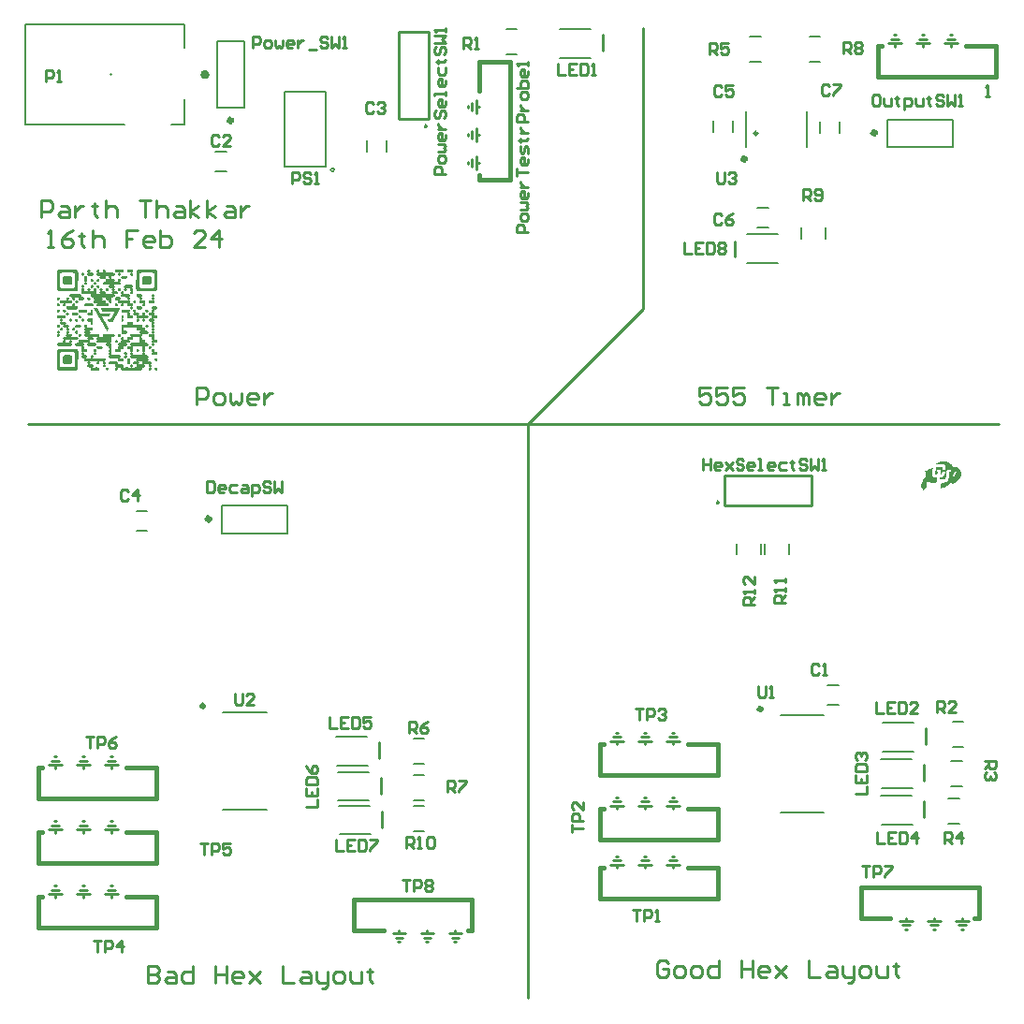
<source format=gto>
G04*
G04 #@! TF.GenerationSoftware,Altium Limited,Altium Designer,24.1.2 (44)*
G04*
G04 Layer_Color=65535*
%FSLAX44Y44*%
%MOMM*%
G71*
G04*
G04 #@! TF.SameCoordinates,1CDE90F2-DCA2-4B6B-BF69-51DDCCDC9EC5*
G04*
G04*
G04 #@! TF.FilePolarity,Positive*
G04*
G01*
G75*
%ADD10C,0.5080*%
%ADD11C,0.3000*%
%ADD12C,0.2540*%
%ADD13C,0.3810*%
%ADD14C,0.1524*%
%ADD15C,0.4000*%
%ADD16C,0.2000*%
%ADD17C,0.1270*%
%ADD18C,0.1999*%
G36*
X99820Y664027D02*
X99986Y664006D01*
X100151Y663903D01*
X100378Y663779D01*
X100460Y663696D01*
X100501Y663676D01*
X100615Y663583D01*
X100718Y663397D01*
X100821Y663294D01*
X100863Y663191D01*
X100925Y662964D01*
X100966Y662819D01*
X100986Y662592D01*
X100966Y662530D01*
X100945Y662386D01*
X100904Y662283D01*
X100873Y662169D01*
X100852Y662087D01*
X100780Y661973D01*
X100718Y661911D01*
X100697Y661870D01*
X100615Y661726D01*
X100563Y661674D01*
X100522Y661653D01*
X100481Y661612D01*
X100440Y661591D01*
X100336Y661488D01*
X100202Y661437D01*
X100089Y661364D01*
X100058Y661272D01*
X100120Y661168D01*
X100151Y661137D01*
X100419Y660993D01*
X100522Y660890D01*
X100563Y660869D01*
X100656Y660776D01*
X100697Y660673D01*
X100790Y660559D01*
X100821Y660529D01*
X100863Y660425D01*
X100883Y660343D01*
X100966Y660054D01*
X100986Y659847D01*
X100966Y659786D01*
X100945Y659621D01*
X100904Y659517D01*
X100873Y659404D01*
X100821Y659270D01*
X100729Y659156D01*
X100697Y659125D01*
X100594Y658940D01*
X100563Y658908D01*
X100522Y658888D01*
X100409Y658795D01*
X100357Y658743D01*
X99924Y658537D01*
X99841Y658516D01*
X99470Y658496D01*
X99408Y658516D01*
X99201Y658537D01*
X99057Y658640D01*
X98923Y658692D01*
X98809Y658764D01*
X98758Y658795D01*
X98747Y658826D01*
X98706Y658847D01*
X98665Y658888D01*
X98623Y658908D01*
X98531Y658981D01*
X98407Y659208D01*
X98324Y659290D01*
X98283Y659393D01*
X98262Y659538D01*
X98242Y659621D01*
X98200Y659910D01*
X98252Y660229D01*
X98273Y660332D01*
X98293Y660415D01*
X98365Y660529D01*
X98407Y660570D01*
X98427Y660611D01*
X98531Y660797D01*
X98603Y660869D01*
X98644Y660890D01*
X98727Y660972D01*
X98768Y660993D01*
X99036Y661137D01*
X99067Y661168D01*
X99046Y661210D01*
X99016Y661241D01*
X98850Y661282D01*
X98355Y661261D01*
X98293Y661282D01*
X97530Y661261D01*
X96498Y661282D01*
X96395Y661323D01*
X96353Y661344D01*
X96312Y661385D01*
X96003Y661550D01*
X95899Y661653D01*
X95858Y661674D01*
X95817Y661715D01*
X95775Y661736D01*
X95703Y661870D01*
X95610Y662025D01*
X95579Y662035D01*
X95559Y662076D01*
X95518Y662180D01*
X95497Y662262D01*
X95466Y662458D01*
X95456Y662840D01*
X95476Y662902D01*
X95507Y663098D01*
X95528Y663180D01*
X95610Y663304D01*
X95683Y663377D01*
X95734Y663511D01*
X95765Y663542D01*
X95786Y663583D01*
X95858Y663634D01*
X95971Y663727D01*
X96044Y663800D01*
X96353Y663965D01*
X96498Y664027D01*
X96632Y664037D01*
X96642Y664047D01*
X98283Y664037D01*
X99759Y664047D01*
X99820Y664027D01*
D02*
G37*
G36*
X91545D02*
X91710Y664006D01*
X91834Y663923D01*
X91875Y663903D01*
X91885Y663893D01*
X91896Y663882D01*
X92123Y663758D01*
X92205Y663676D01*
X92246Y663655D01*
X92319Y663604D01*
X92401Y663459D01*
X92484Y663377D01*
X92566Y663191D01*
X92618Y663057D01*
X92669Y662943D01*
X92690Y662861D01*
X92701Y662582D01*
X92680Y662396D01*
X92639Y662293D01*
X92587Y662180D01*
X92535Y662045D01*
X92432Y661880D01*
X92360Y661808D01*
X92298Y661705D01*
X92226Y661633D01*
X92184Y661612D01*
X92081Y661509D01*
X91813Y661364D01*
X91669Y661302D01*
X91524Y661282D01*
X91132Y661261D01*
X89760Y661272D01*
X89440Y661261D01*
X89378Y661282D01*
X89151Y661261D01*
X89079Y661189D01*
X89130Y661096D01*
X89264Y661044D01*
X89378Y660972D01*
X89553Y660838D01*
X89636Y660694D01*
X89739Y660591D01*
X89791Y660456D01*
X89904Y660219D01*
X89945Y659930D01*
X89914Y659610D01*
X89873Y659507D01*
X89698Y659146D01*
X89594Y659043D01*
X89533Y658940D01*
X89460Y658867D01*
X89419Y658847D01*
X89337Y658764D01*
X89295Y658743D01*
X89027Y658599D01*
X88883Y658537D01*
X88800Y658516D01*
X88428Y658496D01*
X88367Y658516D01*
X88140Y658537D01*
X87995Y658640D01*
X87727Y658785D01*
X87624Y658888D01*
X87582Y658908D01*
X87448Y659043D01*
X87428Y659084D01*
X87324Y659270D01*
X87283Y659311D01*
X87262Y659352D01*
X87221Y659393D01*
X87180Y659641D01*
X87159Y659971D01*
X87180Y660116D01*
X87211Y660353D01*
X87283Y660467D01*
X87345Y660529D01*
X87469Y660756D01*
X87686Y660972D01*
X87727Y660993D01*
X87830Y661055D01*
X87933Y661096D01*
X87975Y661117D01*
X88005Y661148D01*
X87985Y661230D01*
X87892Y661261D01*
X87809Y661282D01*
X87294Y661261D01*
X87025Y661282D01*
X86963Y661261D01*
X85457Y661282D01*
X85395Y661302D01*
X85250Y661385D01*
X84982Y661529D01*
X84858Y661653D01*
X84817Y661674D01*
X84724Y661767D01*
X84703Y661808D01*
X84642Y661870D01*
X84518Y662097D01*
X84476Y662138D01*
X84435Y662242D01*
X84415Y662386D01*
X84394Y662716D01*
X84415Y662923D01*
X84435Y663088D01*
X84538Y663232D01*
X84662Y663459D01*
X84745Y663542D01*
X84765Y663583D01*
X84838Y663655D01*
X84879Y663676D01*
X85003Y663800D01*
X85044Y663820D01*
X85271Y663944D01*
X85457Y664027D01*
X85849Y664047D01*
X89904Y664037D01*
X91483Y664047D01*
X91545Y664027D01*
D02*
G37*
G36*
X75076D02*
X75262Y663923D01*
X75489Y663800D01*
X75571Y663717D01*
X75613Y663696D01*
X75850Y663459D01*
X75871Y663418D01*
X75974Y663232D01*
X76036Y663170D01*
X76077Y663067D01*
X76098Y662799D01*
X76077Y662221D01*
X75912Y661973D01*
X75829Y661829D01*
X75705Y661705D01*
X75685Y661664D01*
X75613Y661612D01*
X75571Y661571D01*
X75530Y661550D01*
X75489Y661509D01*
X75355Y661457D01*
X75272Y661416D01*
X75251Y661354D01*
X75303Y661302D01*
X75468Y661261D01*
X75736Y661282D01*
X83372Y661261D01*
X83599Y661137D01*
X83785Y661034D01*
X83868Y660952D01*
X83909Y660931D01*
X84064Y660776D01*
X84084Y660735D01*
X84187Y660632D01*
X84229Y660529D01*
X84311Y660384D01*
X84373Y660240D01*
X84394Y660157D01*
X84415Y659786D01*
X84394Y659724D01*
X84373Y659517D01*
X84291Y659373D01*
X84146Y659105D01*
X84043Y659001D01*
X84022Y658960D01*
X83930Y658867D01*
X83888Y658847D01*
X83785Y658743D01*
X83744Y658723D01*
X83476Y658578D01*
X83372Y658537D01*
X83228Y658516D01*
X82836Y658496D01*
X80947Y658506D01*
X80865Y658485D01*
X80803Y658444D01*
X80824Y658362D01*
X80875Y658310D01*
X80958Y658289D01*
X81102Y658207D01*
X81144Y658166D01*
X81185Y658145D01*
X81257Y658073D01*
X81278Y658031D01*
X81360Y657949D01*
X81381Y657908D01*
X81422Y657866D01*
X81463Y657763D01*
X81484Y657722D01*
X81587Y657577D01*
X81629Y657412D01*
X81649Y657061D01*
X81629Y657000D01*
X81608Y656731D01*
X81463Y656504D01*
X81360Y656319D01*
X81278Y656236D01*
X81257Y656195D01*
X81164Y656102D01*
X81123Y656081D01*
X81061Y656019D01*
X81020Y655999D01*
X80978Y655957D01*
X80793Y655854D01*
X80782Y655803D01*
X80834Y655751D01*
X80978Y655730D01*
X81247Y655751D01*
X83372Y655730D01*
X83434Y655710D01*
X83579Y655627D01*
X83620Y655586D01*
X83847Y655462D01*
X83930Y655379D01*
X83971Y655359D01*
X84002Y655328D01*
X84022Y655287D01*
X84084Y655225D01*
X84105Y655183D01*
X84187Y655101D01*
X84249Y654957D01*
X84270Y654915D01*
X84353Y654791D01*
X84394Y654626D01*
X84415Y654296D01*
X84394Y654213D01*
X84373Y653987D01*
X84270Y653821D01*
X84146Y653594D01*
X84084Y653532D01*
X84064Y653491D01*
X83971Y653378D01*
X83930Y653336D01*
X83826Y653275D01*
X83723Y653171D01*
X83537Y653068D01*
X83527Y653037D01*
X83558Y653006D01*
X83702Y652965D01*
X84033Y652986D01*
X87923Y652975D01*
X87995Y653006D01*
X88026Y653037D01*
X88005Y653079D01*
X87954Y653130D01*
X87871Y653151D01*
X87758Y653243D01*
X87686Y653316D01*
X87644Y653336D01*
X87407Y653574D01*
X87355Y653708D01*
X87304Y653760D01*
X87283Y653801D01*
X87242Y653842D01*
X87201Y653945D01*
X87180Y654213D01*
X87159Y654296D01*
X87180Y654709D01*
X87201Y654771D01*
X87221Y654853D01*
X87314Y654967D01*
X87469Y655245D01*
X87541Y655318D01*
X87582Y655338D01*
X87634Y655390D01*
X87655Y655431D01*
X87686Y655462D01*
X87727Y655483D01*
X87954Y655607D01*
X88016Y655668D01*
X88119Y655710D01*
X88263Y655730D01*
X88656Y655751D01*
X88717Y655730D01*
X88986Y655710D01*
X89130Y655607D01*
X89254Y655524D01*
X89316Y655503D01*
X89429Y655411D01*
X89594Y655245D01*
X89615Y655204D01*
X89708Y655091D01*
X89739Y655060D01*
X89780Y654957D01*
X89904Y654688D01*
X89925Y654606D01*
X89945Y654337D01*
X89925Y654131D01*
X89904Y654048D01*
X89780Y653780D01*
X89698Y653636D01*
X89667Y653584D01*
X89636Y653574D01*
X89615Y653532D01*
X89512Y653388D01*
X89460Y653336D01*
X89357Y653275D01*
X89295Y653213D01*
X89254Y653192D01*
X89151Y653151D01*
X89017Y653099D01*
X88975Y653079D01*
X88965Y653027D01*
X89017Y652955D01*
X89089Y652882D01*
X89130Y652862D01*
X89192Y652800D01*
X89378Y652697D01*
X89460Y652614D01*
X89502Y652594D01*
X89533Y652562D01*
X89553Y652521D01*
X89594Y652480D01*
X89615Y652439D01*
X89718Y652336D01*
X89780Y652191D01*
X89904Y651923D01*
X89925Y651840D01*
X89945Y651572D01*
X89925Y651366D01*
X89863Y651200D01*
X89760Y650973D01*
X89739Y650932D01*
X89646Y650819D01*
X89615Y650788D01*
X89533Y650643D01*
X89460Y650571D01*
X89316Y650488D01*
X89254Y650426D01*
X89213Y650406D01*
X89068Y650344D01*
X88841Y650241D01*
X88759Y650220D01*
X88428Y650200D01*
X83795Y650210D01*
X83692Y650189D01*
X83630Y650148D01*
X83620Y650096D01*
X83661Y650014D01*
X83764Y649973D01*
X83909Y649890D01*
X83981Y649838D01*
X84002Y649797D01*
X84043Y649756D01*
X84064Y649715D01*
X84167Y649611D01*
X84187Y649570D01*
X84394Y649137D01*
X84415Y648745D01*
X84394Y648683D01*
X84373Y648476D01*
X84291Y648332D01*
X84146Y648064D01*
X84064Y647981D01*
X84043Y647940D01*
X83950Y647826D01*
X83754Y647692D01*
X83723Y647661D01*
X83682Y647641D01*
X83620Y647620D01*
X83537Y647599D01*
X83403Y647527D01*
X83414Y647455D01*
X83455Y647434D01*
X83651Y647300D01*
X83682Y647269D01*
X83723Y647248D01*
X83909Y647145D01*
X83981Y647073D01*
X84002Y647032D01*
X84043Y646990D01*
X84064Y646949D01*
X84167Y646846D01*
X84187Y646805D01*
X84394Y646371D01*
X84415Y646000D01*
X84394Y645938D01*
X84373Y645711D01*
X84270Y645546D01*
X84229Y645443D01*
X84208Y645401D01*
X84105Y645257D01*
X84064Y645216D01*
X84043Y645174D01*
X83950Y645061D01*
X83764Y644958D01*
X83713Y644885D01*
X83568Y644741D01*
X83579Y644710D01*
X83661Y644689D01*
X83930Y644710D01*
X85973Y644689D01*
X86035Y644669D01*
X86231Y644638D01*
X86365Y644586D01*
X86468Y644483D01*
X86695Y644359D01*
X86767Y644287D01*
X86788Y644246D01*
X86881Y644132D01*
X86912Y644101D01*
X86932Y644060D01*
X86974Y644019D01*
X87025Y643884D01*
X87118Y643709D01*
X87159Y643565D01*
X87180Y643296D01*
X87149Y643038D01*
X87128Y642956D01*
X87036Y642801D01*
X86984Y642667D01*
X86912Y642553D01*
X86829Y642471D01*
X86747Y642326D01*
X86695Y642275D01*
X86509Y642171D01*
X86447Y642110D01*
X86406Y642089D01*
X86303Y642048D01*
X85973Y641945D01*
X85704Y641924D01*
X83702Y641903D01*
X83672Y641872D01*
X83692Y641728D01*
X83723Y641697D01*
X83981Y641563D01*
X84002Y641521D01*
X84146Y641336D01*
X84187Y641294D01*
X84249Y641150D01*
X84332Y641005D01*
X84373Y640902D01*
X84394Y640820D01*
X84415Y640448D01*
X84394Y640386D01*
X84373Y640201D01*
X84291Y640056D01*
X84136Y639757D01*
X84105Y639747D01*
X84084Y639705D01*
X84043Y639664D01*
X84022Y639623D01*
X83930Y639509D01*
X83744Y639406D01*
X83630Y639313D01*
X83537Y639282D01*
X83455Y639262D01*
X83310Y639220D01*
X83228Y639200D01*
X82939Y639159D01*
X80917Y639138D01*
X80906Y639045D01*
X80999Y638931D01*
X81040Y638890D01*
X81123Y638870D01*
X81236Y638777D01*
X81381Y638591D01*
X81525Y638323D01*
X81587Y638219D01*
X81629Y638075D01*
X81649Y637704D01*
X81629Y637642D01*
X81608Y637415D01*
X81484Y637208D01*
X81360Y636981D01*
X81257Y636878D01*
X81236Y636837D01*
X81164Y636744D01*
X80937Y636620D01*
X80875Y636558D01*
X80679Y636486D01*
X80617Y636445D01*
X80638Y636362D01*
X80669Y636331D01*
X80782Y636300D01*
X80885Y636259D01*
X80958Y636207D01*
X81082Y636125D01*
X81185Y636063D01*
X81257Y635991D01*
X81278Y635949D01*
X81370Y635836D01*
X81422Y635784D01*
X81463Y635681D01*
X81566Y635495D01*
X81608Y635392D01*
X81629Y635310D01*
X81649Y634938D01*
X81629Y634876D01*
X81608Y634649D01*
X81463Y634422D01*
X81443Y634340D01*
X81298Y634154D01*
X81257Y634113D01*
X81236Y634071D01*
X81195Y634030D01*
X81174Y633989D01*
X80937Y633855D01*
X80896Y633813D01*
X80855Y633793D01*
X80813Y633751D01*
X80359Y633669D01*
X79967Y633689D01*
X79905Y633710D01*
X79750Y633741D01*
X79678Y633772D01*
X79565Y633865D01*
X79534Y633896D01*
X79307Y634020D01*
X79224Y634143D01*
X79111Y634257D01*
X78946Y634567D01*
X78884Y634711D01*
X78863Y635103D01*
X78894Y635382D01*
X78915Y635464D01*
X78997Y635588D01*
X79152Y635867D01*
X79234Y635949D01*
X79255Y635991D01*
X79348Y636083D01*
X79534Y636187D01*
X79627Y636341D01*
X79637Y636393D01*
X79554Y636414D01*
X78842Y636403D01*
X77398Y636424D01*
X77171Y636465D01*
X77088Y636486D01*
X76985Y636507D01*
X76882Y636548D01*
X76789Y636641D01*
X76748Y636661D01*
X76562Y636764D01*
X76510Y636816D01*
X76490Y636857D01*
X76397Y636971D01*
X76366Y637002D01*
X76345Y637043D01*
X76304Y637084D01*
X76252Y637219D01*
X76139Y637435D01*
X76118Y637518D01*
X76098Y637786D01*
X76118Y638137D01*
X76201Y638281D01*
X76366Y638591D01*
X76448Y638674D01*
X76469Y638715D01*
X76562Y638828D01*
X76789Y638952D01*
X76841Y639066D01*
X76830Y639138D01*
X76748Y639159D01*
X72641Y639138D01*
X72610Y639107D01*
X72631Y639045D01*
X72692Y638942D01*
X72723Y638911D01*
X72909Y638808D01*
X73002Y638715D01*
X73012Y638684D01*
X73043Y638674D01*
X73064Y638632D01*
X73105Y638591D01*
X73229Y638364D01*
X73270Y638323D01*
X73312Y638178D01*
X73332Y637972D01*
X73342Y637776D01*
X73322Y637487D01*
X73301Y637384D01*
X73260Y637280D01*
X73146Y637126D01*
X73043Y636940D01*
X72940Y636837D01*
X72919Y636796D01*
X72888Y636764D01*
X72847Y636744D01*
X72661Y636641D01*
X72631Y636548D01*
X72651Y636465D01*
X72765Y636434D01*
X73146Y636445D01*
X73281Y636434D01*
X73342Y636455D01*
X73982Y636434D01*
X74973Y636414D01*
X75117Y636352D01*
X75200Y636331D01*
X75365Y636269D01*
X75479Y636176D01*
X75509Y636145D01*
X75654Y636063D01*
X75726Y635991D01*
X75747Y635949D01*
X75871Y635826D01*
X75994Y635598D01*
X76077Y635413D01*
X76098Y635206D01*
X76077Y634628D01*
X75994Y634484D01*
X75953Y634443D01*
X75809Y634174D01*
X75685Y634051D01*
X75675Y634020D01*
X75633Y633999D01*
X75406Y633875D01*
X75375Y633782D01*
X75396Y633721D01*
X75489Y633689D01*
X75571Y633669D01*
X76025Y633689D01*
X77697Y633669D01*
X77903Y633586D01*
X78161Y633493D01*
X78254Y633401D01*
X78295Y633380D01*
X78450Y633287D01*
X78471Y633246D01*
X78564Y633132D01*
X78636Y633060D01*
X78780Y632792D01*
X78842Y632647D01*
X78863Y632503D01*
X78842Y631884D01*
X78760Y631739D01*
X78698Y631636D01*
X78595Y631450D01*
X78523Y631378D01*
X78481Y631357D01*
X78440Y631316D01*
X78254Y631234D01*
X78038Y631223D01*
X70691Y631244D01*
X70598Y631254D01*
X70536Y631234D01*
X69359D01*
X68503Y631223D01*
X68421Y631244D01*
X68183Y631378D01*
X68152Y631409D01*
X68131Y631450D01*
X68028Y631553D01*
X68008Y631595D01*
X67946Y631739D01*
X67843Y631966D01*
X67822Y632111D01*
X67801Y632193D01*
X67822Y632544D01*
X67946Y632812D01*
X67997Y632947D01*
X68028Y632977D01*
X68049Y633019D01*
X68131Y633101D01*
X68214Y633246D01*
X68266Y633297D01*
X68451Y633401D01*
X68503Y633452D01*
X68524Y633493D01*
X68637Y633607D01*
X68668Y633617D01*
X68658Y633648D01*
X68575Y633669D01*
X68245Y633648D01*
X66264Y633669D01*
X66202Y633689D01*
X66058Y633710D01*
X65975Y633731D01*
X65841Y633782D01*
X65727Y633896D01*
X65542Y633999D01*
X65407Y634133D01*
X65387Y634174D01*
X65284Y634319D01*
X65222Y634381D01*
X65149Y634577D01*
X65108Y634680D01*
X65057Y634855D01*
X65036Y635062D01*
X65067Y635279D01*
X65149Y635485D01*
X65232Y635712D01*
X65346Y635826D01*
X65366Y635867D01*
X65500Y636063D01*
X65686Y636166D01*
X65799Y636259D01*
X65892Y636290D01*
X66027Y636341D01*
X66088Y636403D01*
X66068Y636445D01*
X66037Y636476D01*
X65934Y636517D01*
X65789Y636599D01*
X65645Y636703D01*
X65500Y636785D01*
X65449Y636837D01*
X65428Y636878D01*
X65284Y637064D01*
X65201Y637188D01*
X65108Y637445D01*
X65077Y637538D01*
X65057Y637621D01*
X65036Y637765D01*
X65057Y638013D01*
X65077Y638075D01*
X65160Y638281D01*
X65222Y638447D01*
X65314Y638560D01*
X65366Y638612D01*
X65449Y638756D01*
X65521Y638828D01*
X65738Y638942D01*
X65758Y638983D01*
X65799Y639086D01*
X65779Y639148D01*
X63633Y639169D01*
X63509Y639189D01*
X63344Y639231D01*
X63117Y639293D01*
X63003Y639365D01*
X62921Y639447D01*
X62735Y639551D01*
X62663Y639623D01*
X62559Y639809D01*
X62456Y639912D01*
X62415Y640015D01*
X62322Y640273D01*
X62301Y640355D01*
X62281Y640541D01*
X62270Y640552D01*
X62291Y640613D01*
X62312Y640840D01*
X62374Y640985D01*
X62446Y641181D01*
X62498Y641253D01*
X62580Y641336D01*
X62683Y641521D01*
X62838Y641635D01*
X62983Y641718D01*
X63013Y641749D01*
X63034Y641831D01*
X63013Y641893D01*
X62921Y641924D01*
X55181Y641945D01*
X55078Y641986D01*
X54934Y642027D01*
X54738Y642099D01*
X54604Y642233D01*
X54459Y642316D01*
X54366Y642409D01*
X54346Y642450D01*
X54304Y642491D01*
X54222Y642636D01*
X54139Y642718D01*
X54098Y642863D01*
X54077Y642945D01*
X54046Y643080D01*
X54026Y643183D01*
X54015Y643461D01*
X54036Y643523D01*
X54067Y643657D01*
X54088Y643740D01*
X54108Y643843D01*
X54150Y643946D01*
X54263Y644060D01*
X54346Y644204D01*
X54562Y644421D01*
X54707Y644504D01*
X54748Y644545D01*
X54789Y644566D01*
X55016Y644689D01*
X55027Y644762D01*
X54996Y644792D01*
X54831Y644834D01*
X54686Y644916D01*
X54624Y644978D01*
X54583Y644999D01*
X54397Y645143D01*
X54346Y645195D01*
X54325Y645236D01*
X54191Y645432D01*
X54139Y645484D01*
X54098Y645587D01*
X54067Y645762D01*
X54046Y645845D01*
X54026Y645948D01*
X54015Y646227D01*
X54036Y646289D01*
X54067Y646423D01*
X54088Y646505D01*
X54108Y646609D01*
X54139Y646681D01*
X54232Y646794D01*
X54263Y646825D01*
X54346Y646970D01*
X54562Y647186D01*
X54707Y647269D01*
X54851Y647372D01*
X54996Y647455D01*
X55027Y647486D01*
X55006Y647527D01*
X54955Y647579D01*
X54820Y647609D01*
X54717Y647651D01*
X54666Y647702D01*
X54624Y647723D01*
X54562Y647785D01*
X54459Y647847D01*
X54418Y647888D01*
X54387Y647898D01*
X54366Y647940D01*
X54325Y647981D01*
X54222Y648167D01*
X54119Y648270D01*
X54088Y648404D01*
X54026Y648714D01*
X54015Y648992D01*
X54036Y649054D01*
X54067Y649188D01*
X54088Y649271D01*
X54108Y649374D01*
X54212Y649539D01*
X54263Y649591D01*
X54346Y649735D01*
X54562Y649952D01*
X54748Y650055D01*
X54789Y650096D01*
X54831Y650117D01*
X54934Y650158D01*
X55016Y650179D01*
X55223Y650200D01*
X55305Y650220D01*
X55697Y650200D01*
X55759Y650179D01*
X55904Y650158D01*
X56048Y650055D01*
X56090Y650014D01*
X56275Y649911D01*
X56471Y649715D01*
X56554Y649570D01*
X56636Y649488D01*
X56678Y649384D01*
X56709Y649250D01*
X56729Y649168D01*
X56781Y648992D01*
X56760Y648600D01*
X56740Y648538D01*
X56698Y648394D01*
X56667Y648280D01*
X56595Y648167D01*
X56513Y648084D01*
X56409Y647898D01*
X56337Y647826D01*
X56193Y647744D01*
X56131Y647682D01*
X56090Y647661D01*
X55945Y647599D01*
X55811Y647548D01*
X55770Y647506D01*
X55790Y647465D01*
X55821Y647434D01*
X55862Y647413D01*
X56007Y647331D01*
X56048Y647290D01*
X56090Y647269D01*
X56131Y647228D01*
X56275Y647145D01*
X56471Y646949D01*
X56554Y646805D01*
X56657Y646702D01*
X56688Y646588D01*
X56709Y646485D01*
X56729Y646402D01*
X56781Y646227D01*
X56760Y645835D01*
X56719Y645732D01*
X56667Y645515D01*
X56585Y645391D01*
X56513Y645319D01*
X56409Y645133D01*
X56337Y645081D01*
X56141Y644947D01*
X56100Y644906D01*
X56079Y644865D01*
X55986Y644772D01*
X55945Y644751D01*
X55935Y644720D01*
X56028Y644689D01*
X56296Y644710D01*
X59608Y644700D01*
X60196Y644710D01*
X60258Y644689D01*
X60361Y644710D01*
X60392Y644741D01*
X60361Y644772D01*
X60320Y644792D01*
X60248Y644844D01*
X60227Y644885D01*
X60186Y644927D01*
X60166Y644968D01*
X60042Y645051D01*
X59928Y645123D01*
X59876Y645174D01*
X59773Y645360D01*
X59691Y645443D01*
X59650Y645546D01*
X59629Y645628D01*
X59546Y645897D01*
X59526Y646041D01*
X59546Y646309D01*
X59588Y646413D01*
X59629Y646557D01*
X59650Y646639D01*
X59732Y646784D01*
X59815Y646867D01*
X59897Y647011D01*
X59949Y647063D01*
X59990Y647083D01*
X60011Y647124D01*
X60052Y647145D01*
X60093Y647186D01*
X60238Y647269D01*
X60351Y647362D01*
X60444Y647393D01*
X60527Y647413D01*
X60743Y647444D01*
X61104Y647455D01*
X61166Y647434D01*
X61362Y647403D01*
X61445Y647383D01*
X61558Y647310D01*
X61620Y647248D01*
X61806Y647145D01*
X62002Y646949D01*
X62105Y646763D01*
X62188Y646681D01*
X62229Y646536D01*
X62291Y646186D01*
X62270Y645814D01*
X62250Y645752D01*
X62219Y645577D01*
X62188Y645505D01*
X62095Y645391D01*
X62064Y645360D01*
X61961Y645174D01*
X61889Y645102D01*
X61847Y645081D01*
X61806Y645040D01*
X61703Y644978D01*
X61610Y644885D01*
X61589Y644844D01*
X61538Y644792D01*
X61497Y644772D01*
X61466Y644741D01*
X61486Y644700D01*
X61641Y644689D01*
X61703Y644710D01*
X65861Y644700D01*
X65903Y644720D01*
X65882Y644762D01*
X65851Y644792D01*
X65810Y644813D01*
X65758Y644865D01*
X65738Y644906D01*
X65645Y644999D01*
X65603Y645020D01*
X65459Y645102D01*
X65428Y645133D01*
X65325Y645319D01*
X65242Y645401D01*
X65222Y645443D01*
X65180Y645546D01*
X65129Y645680D01*
X65087Y645783D01*
X65057Y645897D01*
X65036Y646165D01*
X65087Y646382D01*
X65170Y646588D01*
X65191Y646671D01*
X65273Y646815D01*
X65314Y646836D01*
X65397Y646959D01*
X65449Y647032D01*
X65583Y647166D01*
X65624Y647186D01*
X65768Y647269D01*
X65851Y647352D01*
X65954Y647393D01*
X66099Y647413D01*
X66181Y647434D01*
X66388Y647455D01*
X66759Y647434D01*
X66821Y647413D01*
X66955Y647383D01*
X67027Y647352D01*
X67110Y647269D01*
X67151Y647248D01*
X67337Y647145D01*
X67389Y647094D01*
X67409Y647052D01*
X67440Y647021D01*
X67481Y647001D01*
X67533Y646949D01*
X67657Y646722D01*
X67719Y646660D01*
X67760Y646557D01*
X67781Y646413D01*
X67801Y646330D01*
X67822Y646062D01*
X67791Y645804D01*
X67750Y645577D01*
X67677Y645463D01*
X67595Y645381D01*
X67574Y645298D01*
X67533Y645257D01*
X67512Y645216D01*
X67337Y645040D01*
X67296Y645020D01*
X67182Y644927D01*
X67151Y644896D01*
X67110Y644875D01*
X67007Y644834D01*
X66873Y644803D01*
X66811Y644762D01*
X66821Y644689D01*
X66862Y644669D01*
X67048Y644566D01*
X67193Y644462D01*
X67234Y644442D01*
X67378Y644339D01*
X67409Y644307D01*
X67430Y644266D01*
X67502Y644215D01*
X67533Y644184D01*
X67554Y644142D01*
X67657Y643957D01*
X67719Y643895D01*
X67760Y643792D01*
X67781Y643647D01*
X67801Y643565D01*
X67822Y643296D01*
X67791Y643038D01*
X67750Y642811D01*
X67698Y642739D01*
X67657Y642698D01*
X67636Y642656D01*
X67595Y642615D01*
X67554Y642512D01*
X67461Y642399D01*
X67358Y642295D01*
X67316Y642275D01*
X67172Y642171D01*
X67141Y642141D01*
X67058Y641996D01*
X67038Y641975D01*
X67069Y641945D01*
X71361Y641965D01*
X71372Y641975D01*
X71289Y642099D01*
X71268Y642141D01*
X71176Y642233D01*
X70990Y642337D01*
X70959Y642368D01*
X70876Y642512D01*
X70794Y642595D01*
X70773Y642636D01*
X70711Y642780D01*
X70587Y643049D01*
X70567Y643379D01*
X70587Y643626D01*
X70825Y644091D01*
X70856Y644101D01*
X70876Y644142D01*
X70938Y644204D01*
X70959Y644246D01*
X71052Y644359D01*
X71093Y644400D01*
X71279Y644504D01*
X71423Y644607D01*
X71578Y644679D01*
X71599Y644741D01*
X71547Y644792D01*
X71289Y644885D01*
X71238Y644937D01*
X71196Y644958D01*
X71155Y644999D01*
X71010Y645081D01*
X70959Y645133D01*
X70876Y645277D01*
X70773Y645381D01*
X70691Y645587D01*
X70670Y645628D01*
X70587Y645814D01*
X70567Y646082D01*
X70587Y646371D01*
X70732Y646681D01*
X70814Y646825D01*
X70897Y646908D01*
X70918Y646949D01*
X71062Y647135D01*
X71320Y647290D01*
X71403Y647372D01*
X71568Y647413D01*
X71784Y647444D01*
X72146Y647455D01*
X72207Y647434D01*
X72403Y647403D01*
X72486Y647383D01*
X72610Y647300D01*
X72661Y647248D01*
X72888Y647124D01*
X72919Y647094D01*
X72940Y647052D01*
X73085Y646908D01*
X73208Y646681D01*
X73291Y646557D01*
X73332Y646309D01*
X73312Y645670D01*
X73208Y645484D01*
X73167Y645443D01*
X73064Y645257D01*
X72981Y645174D01*
X72961Y645133D01*
X72888Y645061D01*
X72847Y645040D01*
X72703Y644937D01*
X72651Y644865D01*
X72579Y644792D01*
X72538Y644772D01*
X72507Y644741D01*
X72558Y644689D01*
X73074Y644710D01*
X74932Y644689D01*
X74994Y644669D01*
X75169Y644638D01*
X75251Y644617D01*
X75365Y644545D01*
X75427Y644483D01*
X75654Y644359D01*
X75685Y644328D01*
X75705Y644287D01*
X75850Y644142D01*
X75994Y643874D01*
X76056Y643771D01*
X76077Y643688D01*
X76098Y643544D01*
X76077Y642904D01*
X75994Y642760D01*
X75953Y642718D01*
X75932Y642677D01*
X75829Y642491D01*
X75726Y642388D01*
X75705Y642347D01*
X75654Y642295D01*
X75613Y642275D01*
X75468Y642192D01*
X75386Y642068D01*
X75334Y641975D01*
X75365Y641945D01*
X76325Y641955D01*
X78749Y641945D01*
X78811Y641965D01*
X79637Y641945D01*
X81711Y641955D01*
X82382Y641945D01*
X82413Y641975D01*
X82392Y642017D01*
X82289Y642161D01*
X82278Y642192D01*
X82237Y642213D01*
X82093Y642295D01*
X82021Y642368D01*
X82000Y642409D01*
X81876Y642533D01*
X81732Y642801D01*
X81670Y642945D01*
X81649Y643028D01*
X81629Y643420D01*
X81649Y643626D01*
X81680Y643740D01*
X81783Y643905D01*
X81835Y644019D01*
X81855Y644060D01*
X81959Y644204D01*
X82062Y644307D01*
X82083Y644349D01*
X82134Y644400D01*
X82361Y644524D01*
X82402Y644566D01*
X82444Y644586D01*
X82629Y644689D01*
X82640Y644762D01*
X82609Y644792D01*
X82464Y644834D01*
X82330Y644885D01*
X82258Y644958D01*
X82217Y644978D01*
X82072Y645081D01*
X82021Y645133D01*
X82000Y645174D01*
X81876Y645298D01*
X81732Y645566D01*
X81670Y645711D01*
X81649Y645793D01*
X81629Y646186D01*
X81649Y646392D01*
X81680Y646505D01*
X81783Y646671D01*
X81917Y646908D01*
X81959Y646949D01*
X81979Y646990D01*
X82062Y647073D01*
X82083Y647114D01*
X82113Y647145D01*
X82217Y647186D01*
X82361Y647269D01*
X82392Y647300D01*
X82371Y647403D01*
X82278Y647434D01*
X82134Y647455D01*
X81866Y647434D01*
X80029Y647455D01*
X79967Y647475D01*
X79781Y647558D01*
X79647Y647609D01*
X79575Y647641D01*
X79461Y647733D01*
X79431Y647764D01*
X79389Y647785D01*
X79276Y647878D01*
X79234Y647919D01*
X79214Y647960D01*
X79111Y648064D01*
X78966Y648332D01*
X78904Y648476D01*
X78884Y648559D01*
X78863Y648827D01*
X78884Y649199D01*
X78987Y649384D01*
X79111Y649611D01*
X79204Y649725D01*
X79276Y649797D01*
X79296Y649838D01*
X79369Y649911D01*
X79554Y649993D01*
X79596Y650014D01*
X79647Y650065D01*
X79627Y650169D01*
X79534Y650200D01*
X79369Y650220D01*
X79307Y650200D01*
X74478Y650220D01*
X74374Y650261D01*
X74147Y650365D01*
X73962Y650468D01*
X73879Y650550D01*
X73745Y650623D01*
X73724Y650664D01*
X73580Y650850D01*
X73353Y651324D01*
X73332Y651592D01*
X73353Y651923D01*
X73580Y652356D01*
X73662Y652439D01*
X73683Y652480D01*
X73724Y652521D01*
X73745Y652562D01*
X73879Y652697D01*
X73920Y652717D01*
X74106Y652821D01*
X74189Y652903D01*
X74333Y652944D01*
X74478Y652965D01*
X74870Y652986D01*
X76861Y652975D01*
X76964Y653017D01*
X76944Y653099D01*
X76768Y653192D01*
X76665Y653295D01*
X76624Y653316D01*
X76510Y653409D01*
X76469Y653450D01*
X76448Y653491D01*
X76345Y653594D01*
X76325Y653636D01*
X76180Y653904D01*
X76139Y654007D01*
X76118Y654090D01*
X76098Y654296D01*
X76118Y654709D01*
X76221Y654894D01*
X76366Y655163D01*
X76490Y655287D01*
X76510Y655328D01*
X76624Y655441D01*
X76665Y655462D01*
X76706Y655503D01*
X76933Y655627D01*
X76995Y655689D01*
X77130Y655720D01*
X77357Y655741D01*
X79410Y655751D01*
X79472Y655730D01*
X79658Y655751D01*
X79730Y655803D01*
X79709Y655864D01*
X79678Y655895D01*
X79575Y655937D01*
X79534Y655957D01*
X79420Y656050D01*
X79369Y656102D01*
X79327Y656123D01*
X79214Y656236D01*
X79193Y656277D01*
X79090Y656380D01*
X78966Y656608D01*
X78904Y656752D01*
X78884Y656834D01*
X78863Y657103D01*
X78884Y657474D01*
X78904Y657536D01*
X78966Y657639D01*
X79049Y657763D01*
X79090Y657866D01*
X79183Y657980D01*
X79234Y658031D01*
X79255Y658073D01*
X79369Y658186D01*
X79410Y658207D01*
X79534Y658289D01*
X79647Y658320D01*
X79709Y658382D01*
X79689Y658444D01*
X79637Y658496D01*
X79431Y658516D01*
X79286Y658496D01*
X75437Y658506D01*
X75334Y658485D01*
X75272Y658424D01*
X75293Y658362D01*
X75344Y658310D01*
X75458Y658279D01*
X75571Y658207D01*
X75685Y658114D01*
X75809Y657990D01*
X75829Y657949D01*
X75871Y657908D01*
X75994Y657681D01*
X76036Y657639D01*
X76077Y657536D01*
X76098Y657330D01*
X76077Y656711D01*
X75994Y656566D01*
X75932Y656504D01*
X75809Y656277D01*
X75633Y656102D01*
X75592Y656081D01*
X75489Y655978D01*
X75448Y655957D01*
X75055Y655772D01*
X74973Y655751D01*
X74705Y655730D01*
X71691Y655751D01*
X71630Y655772D01*
X71196Y655999D01*
X71134Y656061D01*
X71093Y656081D01*
X70959Y656174D01*
X70876Y656319D01*
X70773Y656422D01*
X70691Y656628D01*
X70670Y656669D01*
X70587Y656855D01*
X70567Y657123D01*
X70587Y657433D01*
X70753Y657784D01*
X70773Y657825D01*
X70866Y657939D01*
X70918Y657990D01*
X70979Y658093D01*
X71052Y658166D01*
X71093Y658186D01*
X71134Y658227D01*
X71279Y658289D01*
X71382Y658351D01*
X71413Y658382D01*
X71392Y658444D01*
X71341Y658496D01*
X71134Y658516D01*
X70990Y658496D01*
X70546Y658506D01*
X69112Y658496D01*
X69050Y658516D01*
X68823Y658537D01*
X68678Y658620D01*
X68410Y658764D01*
X68307Y658867D01*
X68266Y658888D01*
X68193Y658940D01*
X68173Y658981D01*
X68070Y659125D01*
X68008Y659187D01*
X67966Y659290D01*
X67915Y659425D01*
X67863Y659538D01*
X67822Y659682D01*
X67801Y659889D01*
X67822Y660157D01*
X67925Y660384D01*
X67966Y660487D01*
X68049Y660632D01*
X68111Y660694D01*
X68131Y660735D01*
X68245Y660890D01*
X68286Y660910D01*
X68400Y661003D01*
X68451Y661055D01*
X68555Y661096D01*
X68596Y661117D01*
X68709Y661210D01*
X68720Y661302D01*
X68678Y661385D01*
X68637Y661406D01*
X68410Y661529D01*
X68307Y661633D01*
X68266Y661653D01*
X68193Y661705D01*
X68173Y661746D01*
X68070Y661891D01*
X68008Y661953D01*
X67925Y662159D01*
X67843Y662345D01*
X67801Y662592D01*
X67822Y662923D01*
X67925Y663149D01*
X67966Y663253D01*
X68049Y663397D01*
X68131Y663480D01*
X68214Y663624D01*
X68245Y663655D01*
X68286Y663676D01*
X68400Y663769D01*
X68451Y663820D01*
X68555Y663861D01*
X68596Y663882D01*
X68761Y663985D01*
X68926Y664027D01*
X69194Y664047D01*
X69545Y664027D01*
X69731Y663923D01*
X69999Y663779D01*
X70123Y663655D01*
X70164Y663634D01*
X70299Y663500D01*
X70319Y663459D01*
X70422Y663273D01*
X70505Y663191D01*
X70546Y663046D01*
X70567Y662778D01*
X70577Y662603D01*
X70556Y662355D01*
X70525Y662159D01*
X70484Y662118D01*
X70464Y662076D01*
X70381Y661994D01*
X70329Y661860D01*
X70299Y661829D01*
X70278Y661787D01*
X70102Y661612D01*
X70061Y661591D01*
X70020Y661550D01*
X69979Y661529D01*
X69752Y661406D01*
X69741Y661333D01*
X69772Y661302D01*
X69855Y661282D01*
X69999Y661261D01*
X70082Y661282D01*
X70691Y661272D01*
X73879Y661282D01*
X73941Y661261D01*
X74106Y661282D01*
X74178Y661333D01*
X74189Y661385D01*
X74168Y661426D01*
X74127Y661447D01*
X74023Y661488D01*
X73982Y661509D01*
X73745Y661684D01*
X73724Y661726D01*
X73683Y661767D01*
X73662Y661808D01*
X73559Y661911D01*
X73497Y662056D01*
X73477Y662097D01*
X73353Y662365D01*
X73332Y662634D01*
X73353Y662964D01*
X73601Y663438D01*
X73683Y663521D01*
X73704Y663562D01*
X73776Y663655D01*
X73817Y663676D01*
X73931Y663769D01*
X73982Y663820D01*
X74251Y663965D01*
X74354Y664006D01*
X74436Y664027D01*
X74705Y664047D01*
X75076Y664027D01*
D02*
G37*
G36*
X94248Y658496D02*
X94496Y658475D01*
X94692Y658341D01*
X94867Y658248D01*
X94971Y658145D01*
X95012Y658124D01*
X95125Y658011D01*
X95187Y657908D01*
X95270Y657825D01*
X95311Y657722D01*
X95383Y657526D01*
X95425Y657423D01*
X95456Y657309D01*
X95435Y656855D01*
X95352Y656669D01*
X95280Y656473D01*
X95249Y656442D01*
X95229Y656401D01*
X95146Y656319D01*
X95063Y656174D01*
X95012Y656123D01*
X94909Y656061D01*
X94826Y655978D01*
X94785Y655957D01*
X94393Y655772D01*
X94310Y655751D01*
X93980Y655730D01*
X92566Y655741D01*
X91999Y655730D01*
X91978D01*
X91008Y655751D01*
X90946Y655772D01*
X90761Y655875D01*
X90657Y655916D01*
X90616Y655937D01*
X90503Y656030D01*
X90472Y656061D01*
X90430Y656081D01*
X90389Y656123D01*
X90348Y656143D01*
X90214Y656277D01*
X90193Y656319D01*
X90090Y656504D01*
X90007Y656587D01*
X89966Y656731D01*
X89925Y657144D01*
X89956Y657464D01*
X89976Y657588D01*
X90079Y657753D01*
X90111Y657784D01*
X90234Y658011D01*
X90307Y658083D01*
X90348Y658104D01*
X90513Y658269D01*
X90781Y658413D01*
X90967Y658496D01*
X91483Y658516D01*
X92711Y658506D01*
X94186Y658516D01*
X94248Y658496D01*
D02*
G37*
G36*
X61270Y664027D02*
X61414Y663944D01*
X61682Y663800D01*
X61796Y663707D01*
X61847Y663655D01*
X61889Y663634D01*
X61982Y663562D01*
X62105Y663335D01*
X62167Y663273D01*
X62188Y663232D01*
X62229Y663129D01*
X62260Y662953D01*
X62281Y662850D01*
X62291Y662468D01*
X62270Y662407D01*
X62198Y662087D01*
X62167Y662056D01*
X62147Y662014D01*
X62064Y661932D01*
X61940Y661705D01*
X61682Y661509D01*
X61548Y661457D01*
X61445Y661395D01*
X61466Y661333D01*
X61497Y661302D01*
X61579Y661282D01*
X61765Y661261D01*
X61827Y661282D01*
X62436Y661272D01*
X63849Y661282D01*
X63911Y661261D01*
X64097Y661241D01*
X64241Y661137D01*
X64510Y660993D01*
X64633Y660869D01*
X64675Y660848D01*
X64768Y660756D01*
X64891Y660529D01*
X64953Y660467D01*
X64995Y660363D01*
X65015Y660219D01*
X65036Y660136D01*
X65057Y659868D01*
X65036Y659621D01*
X65015Y659559D01*
X64995Y659393D01*
X64891Y659249D01*
X64850Y659208D01*
X64726Y658981D01*
X64675Y658929D01*
X64633Y658908D01*
X64592Y658867D01*
X64551Y658847D01*
X64448Y658743D01*
X64406Y658723D01*
X64303Y658681D01*
X64293Y658671D01*
X64128Y658568D01*
X63952Y658516D01*
X63498Y658496D01*
X62188Y658506D01*
X60816Y658496D01*
X60754Y658516D01*
X60547Y658537D01*
X60403Y658620D01*
X60135Y658764D01*
X60031Y658867D01*
X59928Y658929D01*
X59856Y659001D01*
X59753Y659187D01*
X59691Y659249D01*
X59650Y659352D01*
X59629Y659435D01*
X59546Y659703D01*
X59526Y659786D01*
X59546Y660136D01*
X59608Y660281D01*
X59639Y660394D01*
X59691Y660529D01*
X59784Y660642D01*
X59815Y660673D01*
X59918Y660859D01*
X60031Y660931D01*
X60135Y661034D01*
X60403Y661179D01*
X60434Y661210D01*
X60454Y661292D01*
X60403Y661385D01*
X60361Y661406D01*
X60093Y661550D01*
X59990Y661653D01*
X59949Y661674D01*
X59856Y661767D01*
X59773Y661911D01*
X59670Y662056D01*
X59629Y662200D01*
X59557Y662396D01*
X59536Y662499D01*
X59526Y662799D01*
X59546Y662861D01*
X59577Y662974D01*
X59629Y663108D01*
X59660Y663222D01*
X59691Y663294D01*
X59753Y663356D01*
X59773Y663397D01*
X59815Y663438D01*
X59918Y663624D01*
X60031Y663696D01*
X60104Y663748D01*
X60114Y663779D01*
X60155Y663800D01*
X60423Y663944D01*
X60609Y664027D01*
X60939Y664047D01*
X61270Y664027D01*
D02*
G37*
G36*
X55749Y661251D02*
X55883Y661199D01*
X56007Y661117D01*
X56203Y661024D01*
X56213Y661014D01*
X56337Y660890D01*
X56378Y660869D01*
X56471Y660776D01*
X56513Y660673D01*
X56606Y660559D01*
X56636Y660529D01*
X56678Y660425D01*
X56719Y660260D01*
X56760Y660116D01*
X56781Y660033D01*
X56760Y659641D01*
X56740Y659579D01*
X56698Y659435D01*
X56678Y659352D01*
X56595Y659208D01*
X56513Y659125D01*
X56409Y658940D01*
X56378Y658908D01*
X56337Y658888D01*
X56224Y658795D01*
X56172Y658743D01*
X55739Y658537D01*
X55656Y658516D01*
X55285Y658496D01*
X55223Y658516D01*
X55016Y658537D01*
X54810Y658661D01*
X54583Y658785D01*
X54480Y658888D01*
X54439Y658908D01*
X54346Y658981D01*
X54222Y659208D01*
X54139Y659290D01*
X54098Y659393D01*
X54026Y659755D01*
X54015Y660033D01*
X54036Y660095D01*
X54067Y660229D01*
X54088Y660332D01*
X54108Y660415D01*
X54212Y660580D01*
X54263Y660632D01*
X54366Y660817D01*
X54418Y660869D01*
X54459Y660890D01*
X54583Y661014D01*
X54624Y661034D01*
X54893Y661179D01*
X55078Y661261D01*
X55470Y661282D01*
X55749Y661251D01*
D02*
G37*
G36*
X69525Y655730D02*
X69638Y655699D01*
X69710Y655668D01*
X69855Y655565D01*
X70082Y655441D01*
X70133Y655369D01*
X70185Y655318D01*
X70226Y655297D01*
X70299Y655225D01*
X70443Y654957D01*
X70505Y654894D01*
X70546Y654750D01*
X70567Y654544D01*
X70577Y654327D01*
X70556Y654079D01*
X70525Y653883D01*
X70464Y653801D01*
Y653780D01*
X70381Y653698D01*
X70278Y653512D01*
X70102Y653336D01*
X70061Y653316D01*
X70020Y653275D01*
X69989Y653264D01*
X69968Y653223D01*
X69813Y653130D01*
X69731Y653109D01*
X69463Y652986D01*
X69132Y652965D01*
X69050Y652986D01*
X68864Y653006D01*
X68431Y653233D01*
X68348Y653316D01*
X68204Y653398D01*
X68101Y653563D01*
X68049Y653636D01*
X68008Y653677D01*
X67946Y653821D01*
X67894Y653956D01*
X67843Y654069D01*
X67822Y654152D01*
X67801Y654420D01*
X67832Y654637D01*
X67894Y654802D01*
X67946Y654915D01*
X67987Y655018D01*
X68008Y655060D01*
X68039Y655111D01*
X68080Y655132D01*
X68235Y655349D01*
X68307Y655400D01*
X68410Y655503D01*
X68513Y655545D01*
X68555Y655565D01*
X68596Y655607D01*
X68637Y655627D01*
X68678Y655668D01*
X68782Y655710D01*
X68988Y655730D01*
X69256Y655751D01*
X69525Y655730D01*
D02*
G37*
G36*
X63952D02*
X64128Y655699D01*
X64293Y655596D01*
X64324Y655565D01*
X64551Y655441D01*
X64602Y655390D01*
X64613Y655379D01*
X64675Y655318D01*
X64716Y655297D01*
X64768Y655245D01*
X64809Y655142D01*
X64830Y655101D01*
X64922Y654987D01*
X64974Y654894D01*
X65015Y654729D01*
X65046Y654533D01*
X65057Y654234D01*
X65036Y654172D01*
X64984Y653852D01*
X64902Y653728D01*
X64871Y653718D01*
X64850Y653677D01*
X64747Y653491D01*
X64613Y653357D01*
X64572Y653336D01*
X64458Y653243D01*
X64406Y653192D01*
X64365Y653171D01*
X64262Y653130D01*
X63994Y653006D01*
X63911Y652986D01*
X63643Y652965D01*
X63436Y652986D01*
X63271Y653047D01*
X63044Y653151D01*
X62941Y653213D01*
X62859Y653295D01*
X62817Y653316D01*
X62673Y653419D01*
X62642Y653450D01*
X62539Y653636D01*
X62456Y653718D01*
X62415Y653821D01*
X62394Y653904D01*
X62312Y654110D01*
X62291Y654255D01*
X62312Y654647D01*
X62374Y654791D01*
X62446Y654987D01*
X62518Y655101D01*
X62601Y655183D01*
X62683Y655328D01*
X62807Y655431D01*
X62859Y655483D01*
X63086Y655607D01*
X63127Y655648D01*
X63168Y655668D01*
X63271Y655710D01*
X63478Y655730D01*
X63746Y655751D01*
X63952Y655730D01*
D02*
G37*
G36*
X66635Y652965D02*
X66883Y652944D01*
X67027Y652862D01*
X67069Y652821D01*
X67110Y652800D01*
X67296Y652697D01*
X67461Y652532D01*
X67502Y652511D01*
X67595Y652356D01*
X67677Y652212D01*
X67739Y652150D01*
X67781Y651985D01*
X67801Y651778D01*
X67822Y651696D01*
X67801Y651448D01*
Y651427D01*
X67770Y651170D01*
X67729Y651066D01*
X67677Y650994D01*
X67616Y650932D01*
X67512Y650746D01*
X67337Y650571D01*
X67296Y650550D01*
X67182Y650458D01*
X67131Y650406D01*
X66924Y650323D01*
X66883Y650303D01*
X66739Y650241D01*
X66656Y650220D01*
X66450Y650200D01*
X66171Y650230D01*
X66068Y650272D01*
X65810Y650385D01*
X65768Y650406D01*
X65655Y650499D01*
X65624Y650530D01*
X65583Y650550D01*
X65438Y650654D01*
X65407Y650685D01*
X65325Y650829D01*
X65284Y650870D01*
X65263Y650911D01*
X65222Y650953D01*
X65180Y651056D01*
X65160Y651139D01*
X65077Y651324D01*
X65036Y651613D01*
X65057Y651840D01*
X65098Y651943D01*
X65160Y652088D01*
X65232Y652284D01*
X65346Y652397D01*
X65366Y652439D01*
X65469Y652583D01*
X65542Y652635D01*
X65645Y652738D01*
X65779Y652790D01*
X65872Y652882D01*
X66016Y652944D01*
X66315Y652975D01*
X66573Y652986D01*
X66635Y652965D01*
D02*
G37*
G36*
X58360Y658496D02*
X58587Y658475D01*
X58814Y658331D01*
X58999Y658227D01*
X59123Y658104D01*
X59165Y658083D01*
X59237Y658011D01*
X59340Y657825D01*
X59402Y657763D01*
X59443Y657660D01*
X59464Y657577D01*
X59495Y657443D01*
X59515Y657361D01*
X59536Y657258D01*
X59546Y657041D01*
X59526Y656979D01*
X59495Y656804D01*
X59454Y656638D01*
X59412Y656535D01*
X59361Y656463D01*
X59299Y656401D01*
X59175Y656174D01*
X58999Y656061D01*
X58896Y655957D01*
X58793Y655916D01*
X58710Y655895D01*
X58669Y655875D01*
X58618Y655844D01*
X58597Y655782D01*
X58690Y655668D01*
X58752Y655607D01*
X58793Y655586D01*
X58979Y655483D01*
X59103Y655359D01*
X59144Y655338D01*
X59237Y655245D01*
X59340Y655060D01*
X59402Y654998D01*
X59443Y654894D01*
X59484Y654729D01*
X59515Y654595D01*
X59536Y654492D01*
X59546Y654296D01*
X59526Y654234D01*
X59505Y654069D01*
X59484Y654007D01*
X59454Y653873D01*
X59412Y653770D01*
X59361Y653698D01*
X59278Y653615D01*
X59175Y653429D01*
X59123Y653378D01*
X59082Y653357D01*
X58896Y653213D01*
X58855Y653171D01*
X58741Y653140D01*
X58607Y653089D01*
X58576Y653058D01*
X58597Y652996D01*
X58710Y652882D01*
X58752Y652862D01*
X58793Y652821D01*
X58834Y652800D01*
X59020Y652697D01*
X59237Y652480D01*
X59340Y652294D01*
X59422Y652212D01*
X59443Y652129D01*
X59464Y652067D01*
X59495Y651933D01*
X59515Y651851D01*
X59536Y651747D01*
X59546Y651510D01*
X59526Y651448D01*
X59454Y651108D01*
X59412Y651004D01*
X59319Y650911D01*
X59299Y650870D01*
X59195Y650685D01*
X59123Y650612D01*
X59082Y650592D01*
X58938Y650488D01*
X58876Y650426D01*
X58834Y650406D01*
X58690Y650344D01*
X58463Y650241D01*
X58380Y650220D01*
X58112Y650200D01*
X57844Y650241D01*
X57575Y650365D01*
X57431Y650447D01*
X57348Y650530D01*
X57307Y650550D01*
X57132Y650664D01*
X57111Y650705D01*
X57008Y650891D01*
X56905Y650994D01*
X56863Y651139D01*
X56843Y651221D01*
X56822Y651283D01*
Y651304D01*
X56781Y651469D01*
X56760Y651675D01*
X56781Y651758D01*
X56802Y651881D01*
X56843Y651985D01*
X56874Y652119D01*
X56915Y652222D01*
X56967Y652294D01*
X57029Y652356D01*
X57049Y652397D01*
X57132Y652542D01*
X57256Y652645D01*
X57328Y652717D01*
X57513Y652821D01*
X57699Y652965D01*
X57730Y652996D01*
X57741Y653047D01*
X57720Y653089D01*
X57617Y653130D01*
X57503Y653161D01*
X57379Y653243D01*
X57307Y653316D01*
X57266Y653336D01*
X57111Y653450D01*
X56987Y653677D01*
X56905Y653760D01*
X56863Y653904D01*
X56822Y654069D01*
X56781Y654213D01*
X56771Y654430D01*
X56812Y654657D01*
X56843Y654771D01*
X56863Y654853D01*
X56915Y654987D01*
X56967Y655060D01*
X57049Y655142D01*
X57142Y655318D01*
X57183Y655338D01*
X57225Y655379D01*
X57266Y655400D01*
X57307Y655462D01*
X57348Y655483D01*
X57534Y655586D01*
X57575Y655627D01*
X57617Y655648D01*
X57689Y655720D01*
X57710Y655803D01*
X57689Y655844D01*
X57658Y655875D01*
X57462Y655947D01*
X57390Y655999D01*
X57307Y656081D01*
X57266Y656102D01*
X57121Y656205D01*
X57029Y656380D01*
X56977Y656453D01*
X56946Y656463D01*
X56925Y656504D01*
X56863Y656649D01*
X56832Y656783D01*
X56802Y656896D01*
X56781Y656979D01*
X56771Y657154D01*
X56791Y657340D01*
X56812Y657423D01*
X56843Y657536D01*
X56863Y657619D01*
X56915Y657753D01*
X56967Y657804D01*
X56987Y657846D01*
X57049Y657908D01*
X57142Y658083D01*
X57183Y658104D01*
X57297Y658196D01*
X57369Y658269D01*
X57637Y658413D01*
X57782Y658475D01*
X57864Y658496D01*
X58298Y658516D01*
X58360Y658496D01*
D02*
G37*
G36*
X69659Y650169D02*
X69762Y650127D01*
X69834Y650055D01*
X69875Y650034D01*
X70061Y649931D01*
X70113Y649900D01*
X70133Y649859D01*
X70319Y649673D01*
X70443Y649446D01*
X70484Y649405D01*
X70525Y649302D01*
X70546Y649219D01*
X70587Y648807D01*
X70567Y648745D01*
X70546Y648435D01*
X70525Y648373D01*
X70464Y648270D01*
X70402Y648208D01*
X70278Y647981D01*
X70102Y647806D01*
X70061Y647785D01*
X69948Y647692D01*
X69896Y647641D01*
X69793Y647599D01*
X69772D01*
X69483Y647475D01*
X69339Y647455D01*
X69205Y647444D01*
X68978Y647465D01*
X68895Y647486D01*
X68782Y647537D01*
X68678Y647579D01*
X68544Y647630D01*
X68513Y647661D01*
X68472Y647682D01*
X68390Y647764D01*
X68245Y647847D01*
X68173Y647919D01*
X68090Y648064D01*
X68028Y648125D01*
X68008Y648167D01*
X67946Y648311D01*
X67843Y648538D01*
X67822Y648621D01*
X67801Y648951D01*
X67853Y649188D01*
X67966Y649446D01*
X68049Y649591D01*
X68131Y649673D01*
X68152Y649715D01*
X68245Y649828D01*
X68348Y649931D01*
X68390Y649952D01*
X68575Y650055D01*
X68658Y650138D01*
X68802Y650179D01*
X69256Y650220D01*
X69659Y650169D01*
D02*
G37*
G36*
X63994Y650200D02*
X64056Y650179D01*
X64179Y650158D01*
X64324Y650055D01*
X64448Y649973D01*
X64510Y649952D01*
X64602Y649880D01*
X64623Y649838D01*
X64675Y649787D01*
X64716Y649766D01*
X64768Y649715D01*
X64871Y649529D01*
X64912Y649488D01*
X64933Y649446D01*
X64995Y649302D01*
X65015Y649157D01*
X65036Y649075D01*
X65057Y648868D01*
X65036Y648579D01*
X65015Y648518D01*
X64995Y648353D01*
X64933Y648249D01*
X64850Y648167D01*
X64747Y647981D01*
X64685Y647919D01*
X64664Y647878D01*
X64633Y647847D01*
X64592Y647826D01*
X64551Y647785D01*
X64448Y647723D01*
X64345Y647620D01*
X64262Y647599D01*
X64159Y647558D01*
X63973Y647475D01*
X63829Y647455D01*
X63674Y647444D01*
X63447Y647465D01*
X63364Y647486D01*
X63148Y647579D01*
X62962Y647682D01*
X62900Y647744D01*
X62859Y647764D01*
X62714Y647847D01*
X62663Y647898D01*
X62642Y647940D01*
X62621Y647960D01*
Y647981D01*
X62601Y648022D01*
X62508Y648136D01*
X62477Y648167D01*
X62456Y648208D01*
X62415Y648311D01*
X62343Y648507D01*
X62291Y648683D01*
X62312Y649116D01*
X62374Y649260D01*
X62467Y649519D01*
X62580Y649632D01*
X62601Y649673D01*
X62704Y649818D01*
X62776Y649869D01*
X62859Y649952D01*
X63044Y650055D01*
X63127Y650138D01*
X63292Y650179D01*
X63498Y650200D01*
X63643Y650220D01*
X63994Y650200D01*
D02*
G37*
G36*
X121469Y664027D02*
X121676Y663944D01*
X121820Y663882D01*
X122016Y663810D01*
X122088Y663758D01*
X122150Y663696D01*
X122295Y663614D01*
X122408Y663521D01*
X122449Y663480D01*
X122470Y663438D01*
X122542Y663387D01*
X122594Y663335D01*
X122614Y663294D01*
X122697Y663170D01*
X122718Y663129D01*
X122800Y663046D01*
X122842Y662943D01*
X122934Y662685D01*
X122965Y662654D01*
X122996Y662541D01*
X123017Y662458D01*
X123038Y662293D01*
X123048Y648002D01*
Y647981D01*
X123027Y646289D01*
X122986Y646186D01*
X122883Y645958D01*
X122862Y645876D01*
X122811Y645742D01*
X122707Y645618D01*
X122604Y645453D01*
X122449Y645298D01*
X122429Y645257D01*
X122305Y645174D01*
X122171Y645040D01*
X122037Y644988D01*
X121964Y644937D01*
X121841Y644854D01*
X121418Y644762D01*
X121314Y644741D01*
X121036Y644710D01*
X105475Y644731D01*
X105413Y644751D01*
X105258Y644782D01*
X105145Y644813D01*
X104970Y644844D01*
X104866Y644885D01*
X104794Y644958D01*
X104753Y644978D01*
X104526Y645102D01*
X104423Y645205D01*
X104381Y645226D01*
X104268Y645319D01*
X104123Y645505D01*
X104061Y645566D01*
X104000Y645711D01*
X103979Y645752D01*
X103886Y645866D01*
X103834Y646000D01*
X103804Y646196D01*
X103772Y646309D01*
X103752Y646392D01*
X103731Y646536D01*
X103711Y646743D01*
X103731Y662303D01*
X103752Y662365D01*
X103783Y662499D01*
X103804Y662582D01*
X103845Y662788D01*
X103886Y662892D01*
X103917Y662923D01*
X103938Y662964D01*
X103979Y663005D01*
X104020Y663108D01*
X104082Y663212D01*
X104206Y663335D01*
X104227Y663377D01*
X104278Y663449D01*
X104319Y663469D01*
X104485Y663634D01*
X104629Y663717D01*
X104712Y663800D01*
X104815Y663841D01*
X104897Y663861D01*
X105031Y663913D01*
X105248Y664006D01*
X105331Y664027D01*
X105847Y664047D01*
X121469Y664027D01*
D02*
G37*
G36*
X49671D02*
X49733Y664006D01*
X50002Y663882D01*
X50084Y663861D01*
X50218Y663810D01*
X50290Y663758D01*
X50352Y663696D01*
X50394Y663676D01*
X50538Y663573D01*
X50662Y663449D01*
X50703Y663428D01*
X50786Y663304D01*
X50920Y663170D01*
X50971Y663036D01*
X51023Y662964D01*
X51106Y662840D01*
X51199Y662396D01*
X51219Y662314D01*
X51250Y662035D01*
X51229Y646474D01*
X51209Y646413D01*
X51188Y646289D01*
X51167Y646227D01*
X51147Y646144D01*
X51116Y645969D01*
X51075Y645866D01*
X51002Y645793D01*
X50982Y645752D01*
X50858Y645525D01*
X50755Y645422D01*
X50734Y645381D01*
X50641Y645267D01*
X50455Y645123D01*
X50394Y645061D01*
X50249Y644999D01*
X50208Y644978D01*
X50094Y644885D01*
X49960Y644834D01*
X49764Y644803D01*
X49682Y644782D01*
X49568Y644751D01*
X49217Y644710D01*
X33657Y644731D01*
X33595Y644751D01*
X33430Y644792D01*
X33110Y644865D01*
X32986Y644947D01*
X32955Y644978D01*
X32872Y645020D01*
X32852D01*
X32748Y645081D01*
X32625Y645205D01*
X32583Y645226D01*
X32511Y645277D01*
X32491Y645319D01*
X32325Y645484D01*
X32243Y645628D01*
X32160Y645711D01*
X32119Y645814D01*
X32099Y645897D01*
X32047Y646031D01*
X31954Y646247D01*
X31933Y646330D01*
X31913Y646846D01*
X31933Y662448D01*
X31954Y662510D01*
X32016Y662675D01*
X32078Y662819D01*
X32150Y663015D01*
X32202Y663088D01*
X32264Y663149D01*
X32346Y663294D01*
X32439Y663408D01*
X32532Y663480D01*
X32552Y663521D01*
X32625Y663593D01*
X32666Y663614D01*
X32790Y663696D01*
X32831Y663717D01*
X32914Y663800D01*
X33017Y663841D01*
X33099Y663861D01*
X33203Y663903D01*
X33388Y663985D01*
X33553Y664027D01*
X33946Y664047D01*
X49671Y664027D01*
D02*
G37*
G36*
X88759Y647434D02*
X88996Y647403D01*
X89099Y647362D01*
X89223Y647259D01*
X89254Y647228D01*
X89337Y647207D01*
X89378Y647166D01*
X89419Y647145D01*
X89553Y647011D01*
X89574Y646970D01*
X89667Y646856D01*
X89718Y646805D01*
X89739Y646763D01*
X89801Y646619D01*
X89904Y646392D01*
X89925Y646309D01*
X89945Y646103D01*
X89914Y645804D01*
X89873Y645701D01*
X89708Y645370D01*
X89656Y645298D01*
X89594Y645236D01*
X89512Y645092D01*
X89460Y645040D01*
X89275Y644937D01*
X89213Y644875D01*
X89171Y644854D01*
X89068Y644813D01*
X88872Y644741D01*
X88759Y644710D01*
X88676Y644689D01*
X88532D01*
X88263Y644710D01*
X88078Y644792D01*
X87882Y644865D01*
X87809Y644916D01*
X87727Y644999D01*
X87624Y645061D01*
X87428Y645257D01*
X87304Y645484D01*
X87242Y645546D01*
X87201Y645690D01*
X87159Y646103D01*
X87190Y646423D01*
X87211Y646526D01*
X87242Y646598D01*
X87366Y646784D01*
X87459Y646959D01*
X87500Y646980D01*
X87572Y647052D01*
X87593Y647094D01*
X87665Y647166D01*
X87892Y647290D01*
X87954Y647352D01*
X88057Y647393D01*
X88140Y647413D01*
X88336Y647444D01*
X88697Y647455D01*
X88759Y647434D01*
D02*
G37*
G36*
X77800D02*
X77862Y647413D01*
X78017Y647383D01*
X78089Y647331D01*
X78151Y647269D01*
X78192Y647248D01*
X78419Y647124D01*
X78471Y647052D01*
X78564Y646939D01*
X78636Y646867D01*
X78801Y646557D01*
X78842Y646454D01*
X78863Y646371D01*
X78873Y646093D01*
X78853Y645762D01*
X78832Y645680D01*
X78791Y645577D01*
X78739Y645525D01*
X78595Y645257D01*
X78492Y645154D01*
X78471Y645112D01*
X78399Y645040D01*
X78254Y644958D01*
X78172Y644875D01*
X78027Y644813D01*
X77831Y644741D01*
X77718Y644710D01*
X77635Y644689D01*
X77222Y644710D01*
X77037Y644792D01*
X76954Y644813D01*
X76768Y644916D01*
X76686Y644999D01*
X76541Y645081D01*
X76490Y645133D01*
X76469Y645174D01*
X76376Y645288D01*
X76325Y645339D01*
X76118Y645773D01*
X76098Y646103D01*
X76118Y646413D01*
X76345Y646846D01*
X76448Y646949D01*
X76469Y646990D01*
X76510Y647032D01*
X76531Y647073D01*
X76624Y647166D01*
X76851Y647290D01*
X76933Y647372D01*
X77098Y647413D01*
X77315Y647444D01*
X77326Y647455D01*
X77800Y647434D01*
D02*
G37*
G36*
X99882Y650200D02*
X99944Y650179D01*
X100089Y650158D01*
X100233Y650055D01*
X100274Y650014D01*
X100460Y649911D01*
X100656Y649715D01*
X100739Y649570D01*
X100821Y649488D01*
X100863Y649384D01*
X100894Y649250D01*
X100966Y649013D01*
X100986Y648868D01*
X100955Y648652D01*
X100935Y648569D01*
X100904Y648456D01*
X100883Y648373D01*
X100832Y648239D01*
X100780Y648167D01*
X100697Y648084D01*
X100594Y647898D01*
X100522Y647826D01*
X100378Y647744D01*
X100316Y647682D01*
X100274Y647661D01*
X100130Y647599D01*
X99996Y647548D01*
X99955Y647506D01*
X100006Y647434D01*
X100192Y647331D01*
X100233Y647290D01*
X100274Y647269D01*
X100316Y647228D01*
X100460Y647145D01*
X100656Y646949D01*
X100739Y646805D01*
X100842Y646702D01*
X100873Y646567D01*
X100894Y646485D01*
X100966Y646247D01*
X100986Y646103D01*
X100955Y645886D01*
X100935Y645804D01*
X100904Y645690D01*
X100863Y645546D01*
X100780Y645401D01*
X100697Y645319D01*
X100615Y645174D01*
X100543Y645081D01*
X100501Y645061D01*
X100305Y644927D01*
X100254Y644875D01*
X100151Y644834D01*
X100016Y644803D01*
X99986Y644772D01*
X99955Y644762D01*
X99975Y644679D01*
X100254Y644524D01*
X100316Y644462D01*
X100460Y644380D01*
X100656Y644184D01*
X100739Y644039D01*
X100801Y643998D01*
X100821Y643957D01*
X100863Y643854D01*
X100904Y643688D01*
X100966Y643482D01*
X100986Y643337D01*
X100966Y643131D01*
X100945Y643069D01*
X100883Y642863D01*
X100863Y642780D01*
X100780Y642636D01*
X100739Y642615D01*
X100718Y642574D01*
X100677Y642533D01*
X100594Y642388D01*
X100481Y642275D01*
X100336Y642192D01*
X100233Y642089D01*
X100130Y642048D01*
X100016Y642017D01*
X99934Y641996D01*
X99759Y641945D01*
X99614Y641924D01*
X99366Y641945D01*
X99263Y641986D01*
X99119Y642027D01*
X98954Y642089D01*
X98840Y642182D01*
X98788Y642233D01*
X98644Y642316D01*
X98593Y642368D01*
X98582Y642399D01*
X98551Y642409D01*
X98531Y642450D01*
X98489Y642491D01*
X98407Y642636D01*
X98324Y642718D01*
X98283Y642822D01*
X98252Y643018D01*
X98231Y643100D01*
X98211Y643224D01*
X98200Y643441D01*
X98221Y643503D01*
X98252Y643637D01*
X98273Y643761D01*
X98293Y643843D01*
X98335Y643946D01*
X98448Y644060D01*
X98531Y644204D01*
X98747Y644421D01*
X98892Y644504D01*
X98933Y644545D01*
X98974Y644566D01*
X99201Y644689D01*
X99232Y644741D01*
X99181Y644792D01*
X99036Y644834D01*
X98902Y644885D01*
X98809Y644978D01*
X98768Y644999D01*
X98582Y645143D01*
X98531Y645195D01*
X98510Y645236D01*
X98427Y645381D01*
X98324Y645484D01*
X98283Y645587D01*
X98252Y645762D01*
X98231Y645866D01*
X98211Y645990D01*
X98200Y646206D01*
X98221Y646268D01*
X98252Y646402D01*
X98293Y646609D01*
X98324Y646681D01*
X98417Y646794D01*
X98448Y646825D01*
X98551Y647011D01*
X98623Y647063D01*
X98727Y647166D01*
X98861Y647217D01*
X98933Y647269D01*
X98943Y647383D01*
X98892Y647434D01*
X98685Y647455D01*
X98479Y647434D01*
X98066Y647455D01*
X98004Y647434D01*
X95311Y647444D01*
X95012Y647434D01*
X94950Y647455D01*
X94744Y647434D01*
X94692Y647383D01*
X94713Y647279D01*
X94764Y647228D01*
X94991Y647104D01*
X95084Y647011D01*
X95105Y646970D01*
X95208Y646825D01*
X95290Y646743D01*
X95404Y646423D01*
X95435Y646330D01*
X95456Y646247D01*
X95435Y645814D01*
X95373Y645670D01*
X95332Y645566D01*
X95280Y645432D01*
X95249Y645401D01*
X95229Y645360D01*
X95146Y645277D01*
X95094Y645185D01*
X95084Y645174D01*
X95033Y645081D01*
X94991Y645061D01*
X94847Y644978D01*
X94795Y644947D01*
X94785Y644916D01*
X94744Y644896D01*
X94702Y644854D01*
X94599Y644813D01*
X94486Y644782D01*
X94310Y644710D01*
X94104Y644689D01*
X93794Y644710D01*
X93609Y644792D01*
X93526Y644813D01*
X93392Y644865D01*
X93258Y644999D01*
X93154Y645061D01*
X93082Y645112D01*
X93062Y645154D01*
X92958Y645257D01*
X92855Y645443D01*
X92773Y645525D01*
X92731Y645690D01*
X92701Y645928D01*
X92690Y646247D01*
X92711Y646309D01*
X92742Y646526D01*
X92762Y646609D01*
X92845Y646732D01*
X92896Y646784D01*
X93000Y646970D01*
X93216Y647186D01*
X93402Y647290D01*
X93443Y647331D01*
X93629Y647434D01*
X93681Y647486D01*
X93660Y647548D01*
X93526Y647599D01*
X93413Y647630D01*
X93340Y647682D01*
X93278Y647744D01*
X93237Y647764D01*
X93051Y647909D01*
X93000Y647960D01*
X92979Y648002D01*
X92896Y648146D01*
X92804Y648260D01*
X92773Y648290D01*
X92731Y648456D01*
X92701Y648693D01*
X92690Y649013D01*
X92711Y649075D01*
X92742Y649292D01*
X92793Y649426D01*
X92855Y649488D01*
X92876Y649529D01*
X92917Y649570D01*
X92938Y649653D01*
X93031Y649766D01*
X93216Y649952D01*
X93443Y650076D01*
X93485Y650117D01*
X93588Y650158D01*
X93670Y650179D01*
X93877Y650200D01*
X93959Y650220D01*
X99882Y650200D01*
D02*
G37*
G36*
X119116Y641924D02*
X119251Y641893D01*
X119354Y641872D01*
X119436Y641852D01*
X119509Y641821D01*
X119622Y641728D01*
X119653Y641697D01*
X119839Y641594D01*
X119890Y641542D01*
X119911Y641501D01*
X120035Y641377D01*
X120159Y641150D01*
X120241Y641026D01*
X120282Y640779D01*
X120293Y640541D01*
X120272Y640252D01*
X120252Y640128D01*
X120210Y640025D01*
X120169Y639984D01*
X120159Y639974D01*
X120076Y639850D01*
X120056Y639767D01*
X119890Y639602D01*
X119870Y639561D01*
X119797Y639489D01*
X119612Y639385D01*
X119571Y639344D01*
X119467Y639303D01*
X119333Y639251D01*
X119271Y639210D01*
X119292Y639128D01*
X119560Y639024D01*
X119612Y638973D01*
X119653Y638952D01*
X119694Y638911D01*
X119839Y638828D01*
X119911Y638756D01*
X119932Y638715D01*
X120056Y638591D01*
X120179Y638364D01*
X120241Y638261D01*
X120262Y638178D01*
X120282Y637972D01*
X120293Y637776D01*
X120272Y637487D01*
X120252Y637384D01*
X120210Y637280D01*
X120179Y637249D01*
X120159Y637208D01*
X120076Y637084D01*
X119994Y636940D01*
X119890Y636837D01*
X119870Y636796D01*
X119797Y636723D01*
X119612Y636620D01*
X119488Y636538D01*
X119323Y636476D01*
X119271Y636445D01*
X119292Y636362D01*
X119323Y636331D01*
X119436Y636300D01*
X119519Y636279D01*
X119632Y636207D01*
X119694Y636145D01*
X119839Y636063D01*
X119911Y635991D01*
X119932Y635949D01*
X120056Y635826D01*
X120179Y635598D01*
X120221Y635557D01*
X120262Y635413D01*
X120282Y635206D01*
X120293Y635010D01*
X120272Y634721D01*
X120252Y634618D01*
X120210Y634515D01*
X120159Y634463D01*
X120138Y634422D01*
X120014Y634195D01*
X119870Y634051D01*
X119849Y634009D01*
X119818Y633978D01*
X119777Y633958D01*
X119591Y633855D01*
X119509Y633772D01*
X119364Y633731D01*
X119282Y633710D01*
X119137Y633689D01*
X119055Y633669D01*
X118601Y633648D01*
X115980Y633669D01*
X115918Y633689D01*
X115773Y633710D01*
X115608Y633751D01*
X115495Y633844D01*
X115464Y633875D01*
X115422Y633896D01*
X115237Y633999D01*
X115164Y634071D01*
X115144Y634113D01*
X114999Y634298D01*
X114958Y634340D01*
X114875Y634546D01*
X114793Y634732D01*
X114772Y634814D01*
X114752Y635021D01*
X114772Y635310D01*
X114896Y635578D01*
X114948Y635712D01*
X114979Y635743D01*
X114999Y635784D01*
X115103Y635887D01*
X115185Y636032D01*
X115237Y636083D01*
X115422Y636187D01*
X115505Y636269D01*
X115608Y636311D01*
X115691Y636331D01*
X115959Y636414D01*
X116103Y636434D01*
X116382Y636445D01*
X117631Y636434D01*
X117692Y636455D01*
X117961Y636434D01*
X118229Y636455D01*
X118260Y636486D01*
X118239Y636630D01*
X118208Y636661D01*
X118167Y636682D01*
X117940Y636806D01*
X117827Y636981D01*
X117744Y637064D01*
X117723Y637105D01*
X117682Y637208D01*
X117538Y637518D01*
X117517Y637848D01*
X117538Y638096D01*
X117682Y638405D01*
X117765Y638550D01*
X117847Y638632D01*
X117868Y638674D01*
X117971Y638818D01*
X118002Y638849D01*
X118188Y638952D01*
X118229Y638993D01*
X118270Y639014D01*
X118415Y639076D01*
X118549Y639148D01*
X118528Y639231D01*
X118497Y639262D01*
X118384Y639293D01*
X118281Y639334D01*
X118229Y639385D01*
X118188Y639406D01*
X118146Y639447D01*
X117961Y639551D01*
X117909Y639602D01*
X117827Y639747D01*
X117744Y639829D01*
X117723Y639870D01*
X117662Y640015D01*
X117538Y640283D01*
X117517Y640552D01*
X117538Y640861D01*
X117703Y641212D01*
X117723Y641253D01*
X117816Y641367D01*
X117868Y641418D01*
X117888Y641460D01*
X118002Y641614D01*
X118229Y641738D01*
X118312Y641821D01*
X118415Y641862D01*
X118673Y641914D01*
X118797Y641934D01*
X119055Y641945D01*
X119116Y641924D01*
D02*
G37*
G36*
X91400Y644689D02*
X91607Y644669D01*
X91669Y644648D01*
X91823Y644617D01*
X91937Y644545D01*
X91999Y644483D01*
X92040Y644462D01*
X92184Y644380D01*
X92319Y644246D01*
X92339Y644204D01*
X92432Y644091D01*
X92484Y644039D01*
X92504Y643998D01*
X92566Y643854D01*
X92608Y643750D01*
X92628Y643709D01*
X92669Y643606D01*
X92690Y643523D01*
X92711Y643255D01*
X92690Y643172D01*
X92669Y643007D01*
X92546Y642739D01*
X92463Y642595D01*
X92381Y642512D01*
X92298Y642368D01*
X92226Y642295D01*
X92040Y642192D01*
X91988Y642141D01*
X91906Y641975D01*
X91937Y641945D01*
X97055Y641924D01*
X97117Y641903D01*
X97199Y641883D01*
X97385Y641841D01*
X97499Y641749D01*
X97550Y641697D01*
X97736Y641594D01*
X97850Y641480D01*
X97870Y641439D01*
X97973Y641294D01*
X98056Y641212D01*
X98200Y640758D01*
X98221Y640675D01*
X98200Y640324D01*
X98159Y640221D01*
X98046Y639901D01*
X97932Y639788D01*
X97911Y639747D01*
X97808Y639602D01*
X97715Y639509D01*
X97674Y639489D01*
X97478Y639355D01*
X97447Y639324D01*
X97251Y639251D01*
X97189Y639210D01*
X97199Y639138D01*
X97241Y639117D01*
X97344Y639076D01*
X97530Y638973D01*
X97592Y638911D01*
X97736Y638828D01*
X97870Y638694D01*
X97953Y638550D01*
X98056Y638447D01*
X98097Y638343D01*
X98128Y638230D01*
X98200Y637992D01*
X98221Y637910D01*
X98200Y637559D01*
X98139Y637415D01*
X98118Y637332D01*
X98056Y637167D01*
X97963Y637053D01*
X97911Y637002D01*
X97829Y636857D01*
X97715Y636744D01*
X97530Y636641D01*
X97447Y636558D01*
X97313Y636507D01*
X97210Y636465D01*
X97189Y636403D01*
X97210Y636362D01*
X97323Y636311D01*
X97457Y636259D01*
X97530Y636207D01*
X97592Y636145D01*
X97777Y636042D01*
X97829Y635991D01*
X97850Y635949D01*
X97932Y635826D01*
X97953Y635784D01*
X98056Y635681D01*
X98097Y635578D01*
X98128Y635464D01*
X98190Y635299D01*
X98211Y635196D01*
X98221Y634876D01*
X98200Y634814D01*
X98149Y634680D01*
X98097Y634505D01*
X98056Y634402D01*
X97963Y634288D01*
X97911Y634236D01*
X97829Y634092D01*
X97777Y634040D01*
X97736Y634020D01*
X97695Y633978D01*
X97509Y633875D01*
X97478Y633844D01*
X97468Y633751D01*
X97488Y633710D01*
X97654Y633669D01*
X98046Y633689D01*
X98128Y633669D01*
X98644Y633689D01*
X99779Y633669D01*
X99841Y633648D01*
X99944Y633607D01*
X100202Y633514D01*
X100274Y633462D01*
X100357Y633380D01*
X100543Y633277D01*
X100615Y633204D01*
X100636Y633163D01*
X100718Y633019D01*
X100821Y632916D01*
X100863Y632812D01*
X100904Y632647D01*
X100945Y632503D01*
X100966Y632420D01*
X100986Y632214D01*
X100935Y631997D01*
X100883Y631822D01*
X100863Y631739D01*
X100780Y631595D01*
X100697Y631512D01*
X100615Y631368D01*
X100440Y631192D01*
X100398Y631172D01*
X100254Y631089D01*
X100192Y631027D01*
X100151Y631007D01*
X100006Y630924D01*
X99955Y630872D01*
X99975Y630831D01*
X100006Y630800D01*
X100151Y630759D01*
X100254Y630718D01*
X100367Y630625D01*
X100398Y630594D01*
X100543Y630511D01*
X100636Y630419D01*
X100739Y630233D01*
X100821Y630150D01*
X100863Y630047D01*
X100883Y629964D01*
X100925Y629820D01*
X100966Y629655D01*
X100986Y629449D01*
X100955Y629314D01*
X100935Y629232D01*
X100883Y629056D01*
X100863Y628974D01*
X100780Y628829D01*
X100697Y628747D01*
X100615Y628602D01*
X100440Y628427D01*
X100254Y628324D01*
X100192Y628262D01*
X100151Y628241D01*
X100047Y628200D01*
X99965Y628179D01*
X99727Y628148D01*
X99449Y628138D01*
X99387Y628159D01*
X99170Y628190D01*
X99088Y628210D01*
X98974Y628283D01*
X98933Y628324D01*
X98892Y628344D01*
X98706Y628448D01*
X98654Y628499D01*
X98644Y628530D01*
X98603Y628551D01*
X98510Y628644D01*
X98407Y628829D01*
X98324Y628912D01*
X98283Y629056D01*
X98262Y629139D01*
X98231Y629273D01*
X98211Y629397D01*
X98200Y629593D01*
X98221Y629655D01*
X98242Y629820D01*
X98262Y629882D01*
X98293Y630037D01*
X98324Y630109D01*
X98427Y630212D01*
X98531Y630398D01*
X98561Y630449D01*
X98603Y630470D01*
X98665Y630532D01*
X98706Y630553D01*
X98840Y630645D01*
X98861Y630687D01*
X98974Y630800D01*
X99046Y630831D01*
X99026Y630893D01*
X98768Y630904D01*
X98706Y630883D01*
X97984Y630904D01*
X97922Y630883D01*
X97715Y630904D01*
X96539Y630924D01*
X96477Y630945D01*
X96260Y630996D01*
X96229Y631027D01*
X96188Y631048D01*
X96106Y631130D01*
X95920Y631234D01*
X95724Y631430D01*
X95621Y631615D01*
X95559Y631677D01*
X95518Y631781D01*
X95486Y631956D01*
X95466Y632080D01*
X95456Y632462D01*
X95476Y632523D01*
X95507Y632720D01*
X95528Y632802D01*
X95600Y632916D01*
X95683Y632998D01*
X95734Y633112D01*
X95744Y633122D01*
X95765Y633163D01*
X95899Y633297D01*
X95941Y633318D01*
X96085Y633421D01*
X96116Y633452D01*
X96137Y633493D01*
X96229Y633586D01*
X96271Y633607D01*
X96281Y633638D01*
X96250Y633669D01*
X95672Y633648D01*
X95332Y633659D01*
X92061Y633648D01*
X91999Y633669D01*
X91854Y633648D01*
X91844Y633617D01*
X91875Y633586D01*
X91916Y633566D01*
X91988Y633493D01*
X92009Y633452D01*
X92102Y633359D01*
X92288Y633256D01*
X92319Y633225D01*
X92422Y633039D01*
X92504Y632957D01*
X92587Y632751D01*
X92669Y632565D01*
X92690Y632482D01*
X92711Y632173D01*
X92690Y632111D01*
X92669Y631966D01*
X92546Y631698D01*
X92463Y631553D01*
X92381Y631471D01*
X92319Y631368D01*
X92226Y631254D01*
X92184Y631213D01*
X92143Y631192D01*
X91958Y631089D01*
X91854Y630986D01*
X91720Y630955D01*
X91297Y630904D01*
X91029Y630924D01*
X90967Y630945D01*
X90792Y630976D01*
X90678Y631048D01*
X90637Y631089D01*
X90595Y631110D01*
X90410Y631213D01*
X90358Y631265D01*
X90337Y631306D01*
X90265Y631378D01*
X90224Y631399D01*
X90069Y631657D01*
X89987Y631781D01*
X89966Y631925D01*
X89945Y632008D01*
X89925Y632400D01*
X89945Y632462D01*
X89966Y632709D01*
X89987Y632771D01*
X90007Y632812D01*
X90100Y632926D01*
X90131Y632957D01*
X90234Y633143D01*
X90337Y633246D01*
X90348Y633277D01*
X90389Y633297D01*
X90430Y633339D01*
X90534Y633401D01*
X90606Y633473D01*
X90626Y633514D01*
X90699Y633586D01*
X90740Y633607D01*
X90750Y633638D01*
X90719Y633669D01*
X90141Y633648D01*
X88346Y633669D01*
X88284Y633689D01*
X88047Y633741D01*
X87943Y633782D01*
X87913Y633813D01*
X87871Y633834D01*
X87809Y633896D01*
X87624Y633999D01*
X87572Y634051D01*
X87551Y634092D01*
X87407Y634236D01*
X87283Y634463D01*
X87242Y634505D01*
X87201Y634649D01*
X87180Y634794D01*
X87159Y635124D01*
X87211Y635485D01*
X87252Y635588D01*
X87324Y635660D01*
X87345Y635702D01*
X87448Y635887D01*
X87665Y636104D01*
X87727Y636125D01*
X87840Y636218D01*
X87923Y636383D01*
X87892Y636414D01*
X85560Y636434D01*
X85498Y636455D01*
X85385Y636486D01*
X85281Y636507D01*
X85178Y636548D01*
X85106Y636599D01*
X85044Y636661D01*
X84858Y636764D01*
X84807Y636816D01*
X84786Y636857D01*
X84642Y637002D01*
X84497Y637270D01*
X84435Y637415D01*
X84415Y637497D01*
X84394Y637930D01*
X84415Y637992D01*
X84435Y638219D01*
X84518Y638364D01*
X84559Y638405D01*
X84683Y638632D01*
X84765Y638715D01*
X84786Y638756D01*
X84848Y638818D01*
X84858Y638849D01*
X85044Y638952D01*
X85106Y639014D01*
X85147Y639035D01*
X85292Y639096D01*
X85426Y639128D01*
X85539Y639159D01*
X85622Y639179D01*
X85890Y639200D01*
X88717Y639179D01*
X88779Y639159D01*
X89027Y639096D01*
X89161Y639045D01*
X89275Y638931D01*
X89502Y638808D01*
X89615Y638632D01*
X89708Y638519D01*
X89739Y638488D01*
X89822Y638281D01*
X89904Y638096D01*
X89925Y638013D01*
X89945Y637807D01*
X89914Y637528D01*
X89863Y637394D01*
X89780Y637208D01*
X89698Y637064D01*
X89615Y636981D01*
X89594Y636940D01*
X89491Y636796D01*
X89460Y636764D01*
X89233Y636641D01*
X89202Y636610D01*
X89182Y636507D01*
X89233Y636455D01*
X89440Y636434D01*
X89760Y636445D01*
X92329Y636434D01*
X92391Y636455D01*
X92453Y636434D01*
X92938Y636445D01*
X95074Y636434D01*
X95136Y636455D01*
X95280Y636434D01*
X95724Y636445D01*
X96064Y636434D01*
X96157Y636486D01*
X96137Y636610D01*
X96106Y636661D01*
X96064Y636682D01*
X95920Y636764D01*
X95724Y636961D01*
X95621Y637146D01*
X95559Y637208D01*
X95518Y637311D01*
X95497Y637456D01*
X95476Y637538D01*
X95456Y637745D01*
X95476Y638096D01*
X95497Y638158D01*
X95528Y638312D01*
X95559Y638385D01*
X95652Y638498D01*
X95683Y638529D01*
X95786Y638715D01*
X95879Y638808D01*
X95920Y638828D01*
X95961Y638870D01*
X96106Y638952D01*
X96137Y638983D01*
X96157Y639128D01*
X96126Y639159D01*
X91132Y639179D01*
X91070Y639200D01*
X90926Y639241D01*
X90761Y639282D01*
X90616Y639365D01*
X90534Y639447D01*
X90389Y639530D01*
X90193Y639726D01*
X90069Y639953D01*
X90007Y640015D01*
X89966Y640159D01*
X89925Y640572D01*
X89956Y640892D01*
X89976Y640995D01*
X89997Y641078D01*
X90049Y641150D01*
X90090Y641191D01*
X90111Y641233D01*
X90214Y641418D01*
X90451Y641656D01*
X90595Y641738D01*
X90637Y641779D01*
X90822Y641862D01*
X90926Y641924D01*
X90957Y641955D01*
X90926Y642006D01*
X90822Y642048D01*
X90740Y642068D01*
X90595Y642151D01*
X90554Y642192D01*
X90513Y642213D01*
X90368Y642316D01*
X90193Y642491D01*
X90069Y642718D01*
X90007Y642780D01*
X89966Y642925D01*
X89925Y643337D01*
X89956Y643657D01*
X89976Y643761D01*
X89997Y643843D01*
X90028Y643874D01*
X90049Y643915D01*
X90090Y643957D01*
X90111Y643998D01*
X90214Y644184D01*
X90451Y644421D01*
X90534Y644442D01*
X90575Y644483D01*
X90616Y644504D01*
X90699Y644586D01*
X90843Y644627D01*
X90926Y644648D01*
X91173Y644689D01*
X91318Y644710D01*
X91400Y644689D01*
D02*
G37*
G36*
X41685Y639179D02*
X41850Y639159D01*
X41912Y639138D01*
X42077Y639096D01*
X42211Y639045D01*
X42324Y638931D01*
X42551Y638808D01*
X42634Y638684D01*
X42685Y638612D01*
X42768Y638529D01*
X42809Y638447D01*
Y638426D01*
X42954Y638116D01*
X42974Y638034D01*
X42995Y637765D01*
X42964Y637528D01*
X42944Y637445D01*
X42851Y637270D01*
X42799Y637136D01*
X42747Y637064D01*
X42685Y637002D01*
X42665Y636961D01*
X42624Y636919D01*
X42562Y636816D01*
X42510Y636764D01*
X42283Y636641D01*
X42231Y636507D01*
X42283Y636455D01*
X42489Y636434D01*
X42985Y636455D01*
X43047Y636434D01*
X44233Y636445D01*
X44481Y636424D01*
X44605Y636403D01*
X44904Y636311D01*
X45007Y636249D01*
X45069Y636187D01*
X45110Y636166D01*
X45255Y636083D01*
X45348Y636011D01*
X45430Y635867D01*
X45523Y635753D01*
X45554Y635722D01*
X45637Y635516D01*
X45657Y635475D01*
X45719Y635330D01*
X45740Y635248D01*
X45760Y634979D01*
X45729Y634783D01*
X45709Y634701D01*
X45595Y634463D01*
X45554Y634360D01*
X45461Y634247D01*
X45410Y634195D01*
X45389Y634154D01*
X45296Y634020D01*
X45255Y633999D01*
X45214Y633958D01*
X45028Y633855D01*
X44945Y633772D01*
X44801Y633731D01*
X44718Y633710D01*
X44543Y633679D01*
X44378Y633659D01*
X39600Y633648D01*
X39538Y633669D01*
X39394Y633648D01*
X39383Y633617D01*
X39435Y633566D01*
X39476Y633545D01*
X39528Y633473D01*
X39569Y633432D01*
X39590Y633390D01*
X39765Y633297D01*
X39838Y633225D01*
X39858Y633184D01*
X39951Y633070D01*
X39982Y633039D01*
X40003Y632998D01*
X40188Y632606D01*
X40209Y632523D01*
X40230Y632193D01*
X40178Y631894D01*
X40085Y631739D01*
X40044Y631636D01*
X39982Y631533D01*
X39920Y631471D01*
X39899Y631430D01*
X39838Y631368D01*
X39817Y631326D01*
X39776Y631285D01*
X39755Y631244D01*
X39724Y631213D01*
X39497Y631089D01*
X39414Y631007D01*
X39311Y630965D01*
X39115Y630934D01*
X38837Y630904D01*
X38548Y630924D01*
X38486Y630945D01*
X38331Y630976D01*
X38259Y631007D01*
X38217Y631048D01*
X38176Y631069D01*
X38114Y631130D01*
X38011Y631172D01*
X37970Y631192D01*
X37898Y631244D01*
X37877Y631285D01*
X37836Y631326D01*
X37815Y631368D01*
X37691Y631492D01*
X37547Y631760D01*
X37464Y631946D01*
X37444Y632400D01*
X37464Y632462D01*
X37485Y632709D01*
X37619Y632905D01*
X37753Y633143D01*
X37856Y633246D01*
X37877Y633287D01*
X38083Y633411D01*
X38176Y633524D01*
X38269Y633617D01*
X38248Y633659D01*
X38052Y633669D01*
X37991Y633648D01*
X35885Y633669D01*
X35824Y633689D01*
X35679Y633710D01*
X35596Y633731D01*
X35493Y633772D01*
X35380Y633865D01*
X35349Y633896D01*
X35246Y633937D01*
X35204Y633958D01*
X35111Y634030D01*
X35091Y634071D01*
X35050Y634113D01*
X35029Y634154D01*
X34926Y634257D01*
X34781Y634525D01*
X34699Y634711D01*
X34678Y635165D01*
X34699Y635310D01*
X34730Y635464D01*
X34833Y635629D01*
X34967Y635867D01*
X35070Y635970D01*
X35091Y636011D01*
X35143Y636083D01*
X35328Y636187D01*
X35390Y636249D01*
X35431Y636269D01*
X35535Y636311D01*
X35865Y636414D01*
X35947Y636434D01*
X37547Y636445D01*
X39951Y636434D01*
X40013Y636455D01*
X40818Y636434D01*
X40880Y636455D01*
X40921Y636476D01*
X40931Y636568D01*
X40838Y636682D01*
X40653Y636785D01*
X40581Y636857D01*
X40560Y636899D01*
X40519Y636919D01*
X40498Y636961D01*
X40457Y637002D01*
X40333Y637229D01*
X40271Y637332D01*
X40230Y637497D01*
X40209Y637930D01*
X40230Y637992D01*
X40250Y638240D01*
X40384Y638436D01*
X40477Y638612D01*
X40529Y638684D01*
X40570Y638704D01*
X40673Y638849D01*
X40859Y638952D01*
X40942Y639035D01*
X41045Y639076D01*
X41210Y639117D01*
X41354Y639159D01*
X41437Y639179D01*
X41623Y639200D01*
X41685Y639179D01*
D02*
G37*
G36*
X61063D02*
X61197Y639148D01*
X61311Y639117D01*
X61393Y639096D01*
X61507Y639066D01*
X61579Y639014D01*
X61589Y639004D01*
X61662Y638931D01*
X61703Y638911D01*
X61847Y638808D01*
X62002Y638653D01*
X62023Y638612D01*
X62126Y638467D01*
X62167Y638426D01*
X62209Y638323D01*
X62250Y638158D01*
X62281Y637982D01*
X62291Y637621D01*
X62270Y637559D01*
X62198Y637239D01*
X62147Y637167D01*
X62085Y637105D01*
X62064Y637064D01*
X61982Y636919D01*
X61785Y636723D01*
X61641Y636641D01*
X61558Y636558D01*
X61455Y636517D01*
X61373Y636496D01*
X61239Y636465D01*
X61156Y636445D01*
X61053Y636424D01*
X60816Y636414D01*
X60754Y636434D01*
X60620Y636465D01*
X60413Y636507D01*
X60310Y636548D01*
X60196Y636661D01*
X60011Y636764D01*
X59876Y636899D01*
X59794Y637043D01*
X59691Y637146D01*
X59650Y637249D01*
X59608Y637415D01*
X59567Y637518D01*
X59536Y637652D01*
X59526Y637951D01*
X59546Y638013D01*
X59629Y638281D01*
X59691Y638447D01*
X59815Y638570D01*
X59897Y638715D01*
X60052Y638870D01*
X60196Y638952D01*
X60279Y639035D01*
X60320Y639055D01*
X60423Y639096D01*
X60578Y639128D01*
X60692Y639159D01*
X60774Y639179D01*
X60981Y639200D01*
X61063Y639179D01*
D02*
G37*
G36*
X52870Y641924D02*
X52932Y641903D01*
X53015Y641883D01*
X53200Y641841D01*
X53314Y641749D01*
X53365Y641697D01*
X53510Y641614D01*
X53623Y641521D01*
X53665Y641480D01*
X53685Y641439D01*
X53788Y641294D01*
X53871Y641212D01*
X53933Y641005D01*
X54015Y640737D01*
X54036Y640655D01*
X54015Y640345D01*
X53974Y640242D01*
X53933Y640098D01*
X53861Y639901D01*
X53727Y639767D01*
X53644Y639623D01*
X53551Y639530D01*
X53365Y639427D01*
X53334Y639396D01*
X53293Y639293D01*
X53283Y639241D01*
X53324Y639200D01*
X55594Y639179D01*
X55697Y639138D01*
X55832Y639107D01*
X55914Y639086D01*
X56017Y639045D01*
X56090Y638993D01*
X56172Y638911D01*
X56317Y638828D01*
X56451Y638694D01*
X56533Y638550D01*
X56616Y638467D01*
X56636Y638426D01*
X56678Y638323D01*
X56719Y638158D01*
X56760Y638013D01*
X56781Y637930D01*
X56760Y637559D01*
X56740Y637497D01*
X56698Y637353D01*
X56667Y637239D01*
X56636Y637167D01*
X56533Y637064D01*
X56513Y637023D01*
X56399Y636847D01*
X56358Y636826D01*
X56337Y636785D01*
X56296Y636764D01*
X56255Y636723D01*
X56110Y636641D01*
X56007Y636538D01*
X55842Y636496D01*
X55708Y636465D01*
X55625Y636445D01*
X55522Y636424D01*
X52519Y636414D01*
X52457Y636434D01*
X52323Y636465D01*
X52241Y636486D01*
X52137Y636507D01*
X52034Y636548D01*
X51962Y636599D01*
X51900Y636661D01*
X51859Y636682D01*
X51714Y636785D01*
X51539Y636961D01*
X51456Y637105D01*
X51395Y637167D01*
X51374Y637208D01*
X51333Y637311D01*
X51312Y637456D01*
X51291Y637538D01*
X51250Y637827D01*
X51271Y637972D01*
X51302Y638106D01*
X51322Y638230D01*
X51343Y638312D01*
X51384Y638415D01*
X51498Y638529D01*
X51601Y638715D01*
X51673Y638787D01*
X51714Y638808D01*
X51776Y638870D01*
X51921Y638952D01*
X51952Y638983D01*
X51972Y639128D01*
X51941Y639159D01*
X51167Y639169D01*
X47783Y639148D01*
X47762Y639086D01*
X47814Y638952D01*
X47855Y638911D01*
X48082Y638787D01*
X48134Y638735D01*
X48216Y638591D01*
X48299Y638508D01*
X48320Y638467D01*
X48443Y638178D01*
X48485Y638075D01*
X48505Y637930D01*
X48526Y637745D01*
X48505Y637683D01*
X48485Y637497D01*
X48381Y637270D01*
X48330Y637136D01*
X48216Y637023D01*
X48196Y636981D01*
X48062Y636785D01*
X48020Y636764D01*
X47979Y636723D01*
X47793Y636620D01*
X47711Y636538D01*
X47566Y636496D01*
X47432Y636465D01*
X47329Y636445D01*
X47205Y636424D01*
X46988Y636414D01*
X46926Y636434D01*
X46792Y636465D01*
X46710Y636486D01*
X46607Y636507D01*
X46503Y636548D01*
X46473Y636579D01*
X46431Y636599D01*
X46349Y636682D01*
X46204Y636764D01*
X46008Y636961D01*
X45905Y637146D01*
X45802Y637291D01*
X45771Y637487D01*
X45750Y637652D01*
X45740Y637930D01*
X45760Y637992D01*
X45791Y638250D01*
X45833Y638354D01*
X45884Y638426D01*
X45946Y638488D01*
X46049Y638674D01*
X46245Y638870D01*
X46390Y638952D01*
X46421Y638983D01*
X46462Y639107D01*
X46411Y639159D01*
X44182Y639179D01*
X44120Y639200D01*
X43975Y639241D01*
X43810Y639282D01*
X43666Y639365D01*
X43583Y639447D01*
X43439Y639530D01*
X43243Y639726D01*
X43119Y639953D01*
X43057Y640015D01*
X43016Y640159D01*
X42995Y640366D01*
X42974Y640510D01*
X42995Y640882D01*
X43016Y640944D01*
X43047Y641057D01*
X43119Y641171D01*
X43160Y641212D01*
X43284Y641439D01*
X43501Y641656D01*
X43583Y641676D01*
X43666Y641759D01*
X43707Y641779D01*
X43748Y641821D01*
X43893Y641862D01*
X44140Y641924D01*
X44285Y641945D01*
X46431D01*
X52870Y641924D01*
D02*
G37*
G36*
X33522Y639169D02*
X33636Y639138D01*
X33780Y639096D01*
X33915Y639045D01*
X33987Y638993D01*
X34049Y638931D01*
X34234Y638828D01*
X34286Y638777D01*
X34307Y638735D01*
X34348Y638694D01*
X34369Y638653D01*
X34451Y638570D01*
X34472Y638529D01*
X34596Y638302D01*
X34657Y638158D01*
X34678Y638075D01*
X34688Y637714D01*
X34668Y637487D01*
X34647Y637404D01*
X34616Y637332D01*
X34534Y637208D01*
X34410Y636981D01*
X34327Y636899D01*
X34307Y636857D01*
X34214Y636744D01*
X33987Y636620D01*
X33904Y636538D01*
X33760Y636496D01*
X33626Y636465D01*
X33543Y636445D01*
X33419Y636424D01*
X33223Y636414D01*
X33161Y636434D01*
X32996Y636455D01*
X32934Y636476D01*
X32852Y636496D01*
X32738Y636527D01*
X32666Y636579D01*
X32635Y636610D01*
X32625Y636620D01*
X32501Y636703D01*
X32356Y636785D01*
X32325Y636816D01*
X32305Y636857D01*
X32212Y636971D01*
X32160Y637023D01*
X32140Y637064D01*
X31995Y637332D01*
X31933Y637477D01*
X31913Y637869D01*
X31944Y638147D01*
X31985Y638250D01*
X32016Y638281D01*
X32036Y638323D01*
X32181Y638591D01*
X32264Y638674D01*
X32284Y638715D01*
X32377Y638828D01*
X32418Y638870D01*
X32604Y638973D01*
X32666Y639035D01*
X32810Y639096D01*
X32934Y639117D01*
X32996Y639138D01*
X33141Y639179D01*
X33357Y639189D01*
X33522Y639169D01*
D02*
G37*
G36*
X102565Y636414D02*
X102627Y636393D01*
X102833Y636331D01*
X102968Y636279D01*
X103040Y636228D01*
X103122Y636145D01*
X103267Y636063D01*
X103401Y635929D01*
X103422Y635887D01*
X103535Y635712D01*
X103566Y635702D01*
X103587Y635660D01*
X103649Y635516D01*
X103680Y635361D01*
X103700Y635279D01*
X103721Y635175D01*
X103731Y634897D01*
X103711Y634835D01*
X103690Y634752D01*
X103680Y634721D01*
X103669Y634711D01*
X103638Y634536D01*
X103597Y634432D01*
X103494Y634309D01*
X103463Y634278D01*
X103380Y634133D01*
X103205Y633958D01*
X103061Y633875D01*
X102947Y633782D01*
X102813Y633731D01*
X102637Y633700D01*
X102534Y633679D01*
X102173Y633669D01*
X102111Y633689D01*
X101791Y633762D01*
X101678Y633834D01*
X101616Y633896D01*
X101575Y633917D01*
X101471Y633978D01*
X101275Y634174D01*
X101255Y634216D01*
X101152Y634360D01*
X101090Y634422D01*
X101048Y634567D01*
X101017Y634701D01*
X100976Y634866D01*
X100966Y635186D01*
X100986Y635248D01*
X101017Y635382D01*
X101038Y635464D01*
X101059Y635568D01*
X101090Y635640D01*
X101182Y635753D01*
X101234Y635805D01*
X101317Y635949D01*
X101451Y636083D01*
X101492Y636104D01*
X101636Y636207D01*
X101698Y636269D01*
X101802Y636311D01*
X101884Y636331D01*
X102152Y636414D01*
X102235Y636434D01*
X102565Y636414D01*
D02*
G37*
G36*
X63891Y633669D02*
X64097Y633586D01*
X64355Y633493D01*
X64489Y633359D01*
X64633Y633277D01*
X64664Y633246D01*
X64685Y633204D01*
X64788Y633101D01*
X64891Y632916D01*
X64974Y632833D01*
X65005Y632699D01*
X65057Y632276D01*
X65036Y632008D01*
X65015Y631946D01*
X64984Y631770D01*
X64881Y631605D01*
X64830Y631553D01*
X64737Y631378D01*
X64695Y631357D01*
X64582Y631244D01*
X64561Y631203D01*
X64386Y631110D01*
X64324Y631048D01*
X64283Y631027D01*
X64138Y630965D01*
X63994Y630945D01*
X63963Y630934D01*
X63952Y630924D01*
X63622Y630904D01*
X62539Y630893D01*
X62116Y630904D01*
X62054Y630883D01*
X61847Y630904D01*
X59773Y630893D01*
X59350Y630904D01*
X59288Y630883D01*
X59020Y630904D01*
X58308Y630893D01*
X57885Y630924D01*
X57823Y630945D01*
X57648Y630976D01*
X57534Y631048D01*
X57472Y631110D01*
X57287Y631213D01*
X57091Y631409D01*
X57008Y631553D01*
X56905Y631657D01*
X56843Y631904D01*
X56802Y632049D01*
X56781Y632131D01*
X56760Y632276D01*
X56791Y632472D01*
X56874Y632802D01*
X56915Y632905D01*
X57029Y633019D01*
X57049Y633060D01*
X57183Y633256D01*
X57225Y633297D01*
X57369Y633380D01*
X57483Y633473D01*
X57534Y633524D01*
X57648Y633555D01*
X57875Y633638D01*
X57957Y633659D01*
X58236Y633689D01*
X59670Y633679D01*
X62219Y633689D01*
X62281Y633669D01*
X62735Y633689D01*
X63891Y633669D01*
D02*
G37*
G36*
X50084Y636414D02*
X50105D01*
X50208Y636372D01*
X50352Y636331D01*
X50486Y636279D01*
X50559Y636228D01*
X50641Y636145D01*
X50827Y636042D01*
X50899Y635970D01*
X50982Y635826D01*
X51075Y635712D01*
X51106Y635681D01*
X51147Y635578D01*
X51178Y635464D01*
X51250Y635289D01*
X51271Y635083D01*
X51250Y634773D01*
X51188Y634628D01*
X51095Y634371D01*
X50961Y634236D01*
X50879Y634092D01*
X50786Y633999D01*
X50744Y633978D01*
X50703Y633937D01*
X50559Y633855D01*
X50497Y633793D01*
X50455Y633772D01*
X50352Y633731D01*
X50156Y633700D01*
X50053Y633679D01*
X49692Y633669D01*
X49630Y633689D01*
X49310Y633762D01*
X49238Y633813D01*
X49176Y633875D01*
X49135Y633896D01*
X48990Y633978D01*
X48774Y634195D01*
X48670Y634381D01*
X48608Y634443D01*
X48567Y634546D01*
X48547Y634690D01*
X48526Y634773D01*
X48505Y634979D01*
X48526Y635330D01*
X48547Y635392D01*
X48567Y635557D01*
X48660Y635671D01*
X48712Y635743D01*
X48794Y635887D01*
X48897Y635991D01*
X48918Y636032D01*
X48970Y636083D01*
X49011Y636104D01*
X49155Y636207D01*
X49217Y636269D01*
X49320Y636311D01*
X49455Y636341D01*
X49754Y636434D01*
X50084Y636414D01*
D02*
G37*
G36*
X86055Y633648D02*
X86200Y633586D01*
X86396Y633514D01*
X86468Y633462D01*
X86530Y633401D01*
X86571Y633380D01*
X86747Y633287D01*
X86767Y633246D01*
X86870Y633101D01*
X86912Y633060D01*
X86932Y633019D01*
X86974Y632977D01*
X87025Y632843D01*
X87066Y632740D01*
X87097Y632709D01*
X87139Y632606D01*
X87159Y632462D01*
X87180Y632255D01*
X87149Y631977D01*
X87108Y631873D01*
X87015Y631719D01*
X86984Y631605D01*
X86953Y631574D01*
X86932Y631533D01*
X86829Y631430D01*
X86809Y631388D01*
X86757Y631337D01*
X86695Y631316D01*
X86685Y631306D01*
X86509Y631234D01*
X86365Y631213D01*
X86282Y631234D01*
X85219Y631223D01*
X84992Y631244D01*
X84889Y631285D01*
X84858Y631316D01*
X84817Y631337D01*
X84662Y631450D01*
X84518Y631719D01*
X84435Y631842D01*
X84394Y632255D01*
X84425Y632616D01*
X84445Y632720D01*
X84549Y632885D01*
X84580Y632916D01*
X84703Y633143D01*
X84807Y633246D01*
X84827Y633287D01*
X84858Y633318D01*
X85003Y633401D01*
X85085Y633483D01*
X85230Y633545D01*
X85312Y633566D01*
X85519Y633648D01*
X85601Y633669D01*
X86055Y633648D01*
D02*
G37*
G36*
X108055Y630904D02*
X108189Y630872D01*
X108302Y630821D01*
X108406Y630780D01*
X108540Y630728D01*
X108653Y630615D01*
X108694Y630594D01*
X108839Y630491D01*
X108932Y630398D01*
X108953Y630357D01*
X109035Y630212D01*
X109138Y630109D01*
X109179Y629964D01*
X109200Y629882D01*
X109231Y629686D01*
X109241Y629345D01*
X109221Y629283D01*
X109200Y629139D01*
X109179Y629056D01*
X109128Y628922D01*
X109097Y628891D01*
X109076Y628850D01*
X109014Y628788D01*
X108911Y628602D01*
X108880Y628571D01*
X108839Y628551D01*
X108787Y628499D01*
X108767Y628458D01*
X108509Y628303D01*
X108447Y628241D01*
X108344Y628200D01*
X108261Y628179D01*
X108240D01*
X108034Y628159D01*
X107952Y628138D01*
X104835Y628159D01*
X104773Y628179D01*
X104608Y628200D01*
X104340Y628386D01*
X104237Y628448D01*
X104041Y628644D01*
X103958Y628788D01*
X103876Y628871D01*
X103834Y628974D01*
X103814Y629056D01*
X103752Y629263D01*
X103711Y629428D01*
X103731Y629717D01*
X103752Y629779D01*
X103772Y629861D01*
X103814Y630006D01*
X103865Y630140D01*
X103979Y630253D01*
X104082Y630439D01*
X104113Y630491D01*
X104154Y630511D01*
X104299Y630615D01*
X104340Y630635D01*
X104423Y630718D01*
X104464Y630738D01*
X104567Y630780D01*
X104701Y630831D01*
X104804Y630872D01*
X104918Y630904D01*
X105124Y630924D01*
X106538Y630914D01*
X107993Y630924D01*
X108055Y630904D01*
D02*
G37*
G36*
X108075Y641924D02*
X108210Y641893D01*
X108292Y641872D01*
X108395Y641852D01*
X108468Y641821D01*
X108581Y641728D01*
X108612Y641697D01*
X108757Y641614D01*
X108953Y641418D01*
X109056Y641233D01*
X109138Y641150D01*
X109179Y641005D01*
X109221Y640758D01*
X109241Y640675D01*
X109221Y640283D01*
X109200Y640221D01*
X109169Y640046D01*
X109097Y639932D01*
X109035Y639870D01*
X109014Y639829D01*
X108932Y639685D01*
X108736Y639489D01*
X108591Y639406D01*
X108529Y639344D01*
X108426Y639303D01*
X108292Y639251D01*
X108230Y639210D01*
X108251Y639128D01*
X108519Y639024D01*
X108591Y638952D01*
X108633Y638931D01*
X108818Y638787D01*
X108953Y638653D01*
X108973Y638612D01*
X109056Y638467D01*
X109138Y638385D01*
X109179Y638281D01*
X109211Y638085D01*
X109231Y637982D01*
X109241Y637642D01*
X109221Y637580D01*
X109200Y637435D01*
X109179Y637353D01*
X109149Y637239D01*
X109097Y637167D01*
X109035Y637105D01*
X109014Y637064D01*
X108932Y636919D01*
X108757Y636744D01*
X108571Y636641D01*
X108519Y636507D01*
X108571Y636455D01*
X108715Y636434D01*
X109035Y636445D01*
X109499Y636434D01*
X109561Y636455D01*
X109644Y636434D01*
X110862Y636414D01*
X110965Y636372D01*
X111109Y636331D01*
X111274Y636269D01*
X111377Y636166D01*
X111419Y636145D01*
X111563Y636042D01*
X111739Y635867D01*
X111842Y635681D01*
X111904Y635619D01*
X111945Y635516D01*
X111986Y635227D01*
X112007Y635145D01*
X111986Y634752D01*
X111966Y634690D01*
X111935Y634536D01*
X111862Y634422D01*
X111821Y634381D01*
X111800Y634340D01*
X111697Y634154D01*
X111646Y634102D01*
X111604Y634082D01*
X111501Y633958D01*
X111315Y633855D01*
X111274Y633813D01*
X111233Y633793D01*
X111006Y633669D01*
X110996Y633597D01*
X111109Y633545D01*
X111223Y633514D01*
X111326Y633473D01*
X111439Y633359D01*
X111584Y633277D01*
X111635Y633204D01*
X111739Y633101D01*
X111842Y632916D01*
X111904Y632854D01*
X111945Y632751D01*
X112007Y632317D01*
X111986Y631987D01*
X111966Y631925D01*
X111945Y631781D01*
X111935Y631770D01*
X111862Y631657D01*
X111821Y631615D01*
X111800Y631574D01*
X111697Y631388D01*
X111666Y631357D01*
X111625Y631337D01*
X111553Y631265D01*
X111532Y631223D01*
X111501Y631192D01*
X111274Y631069D01*
X111212Y631007D01*
X111109Y630965D01*
X110913Y630934D01*
X110789Y630914D01*
X110490Y630904D01*
X110428Y630924D01*
X110129Y630976D01*
X110057Y631007D01*
X109984Y631058D01*
X109974Y631089D01*
X109933Y631110D01*
X109788Y631192D01*
X109747Y631234D01*
X109706Y631254D01*
X109613Y631347D01*
X109592Y631388D01*
X109448Y631574D01*
X109406Y631615D01*
X109293Y631935D01*
X109241Y632111D01*
X109221Y632317D01*
X109241Y632400D01*
X109262Y632565D01*
X109345Y632751D01*
X109417Y632947D01*
X109530Y633060D01*
X109551Y633101D01*
X109634Y633246D01*
X109664Y633277D01*
X109706Y633297D01*
X109850Y633380D01*
X109943Y633473D01*
X109964Y633514D01*
X110036Y633586D01*
X110077Y633607D01*
X110088Y633638D01*
X110057Y633669D01*
X109541Y633648D01*
X109241Y633659D01*
X107848Y633648D01*
X107787Y633669D01*
X107590Y633700D01*
X107467Y633721D01*
X107363Y633741D01*
X107260Y633782D01*
X107147Y633896D01*
X106961Y633999D01*
X106847Y634113D01*
X106827Y634154D01*
X106682Y634340D01*
X106641Y634381D01*
X106600Y634484D01*
X106569Y634598D01*
X106476Y634897D01*
X106497Y635289D01*
X106559Y635433D01*
X106589Y635547D01*
X106641Y635681D01*
X106744Y635784D01*
X106765Y635826D01*
X106899Y636022D01*
X106940Y636063D01*
X106982Y636083D01*
X107178Y636218D01*
X107229Y636269D01*
X107343Y636300D01*
X107446Y636341D01*
X107508Y636383D01*
X107498Y636455D01*
X107456Y636476D01*
X107353Y636517D01*
X107209Y636599D01*
X107167Y636641D01*
X107126Y636661D01*
X106930Y636796D01*
X106827Y636899D01*
X106806Y636940D01*
X106703Y637084D01*
X106641Y637146D01*
X106600Y637249D01*
X106569Y637363D01*
X106476Y637662D01*
X106497Y638054D01*
X106559Y638199D01*
X106579Y638281D01*
X106631Y638415D01*
X106734Y638539D01*
X106765Y638570D01*
X106868Y638756D01*
X106899Y638787D01*
X106940Y638808D01*
X106982Y638849D01*
X107167Y638952D01*
X107219Y639066D01*
X107198Y639148D01*
X106435Y639169D01*
X105062Y639159D01*
X105000Y639179D01*
X104846Y639210D01*
X104732Y639241D01*
X104567Y639282D01*
X104423Y639365D01*
X104340Y639447D01*
X104196Y639530D01*
X104061Y639664D01*
X104041Y639705D01*
X103938Y639850D01*
X103876Y639912D01*
X103834Y640015D01*
X103793Y640180D01*
X103752Y640324D01*
X103711Y640490D01*
X103731Y640779D01*
X103772Y640882D01*
X103814Y641047D01*
X103865Y641181D01*
X103917Y641253D01*
X104000Y641336D01*
X104082Y641480D01*
X104216Y641614D01*
X104257Y641635D01*
X104453Y641769D01*
X104505Y641821D01*
X104608Y641862D01*
X104784Y641893D01*
X104866Y641914D01*
X104970Y641934D01*
X108013Y641945D01*
X108075Y641924D01*
D02*
G37*
G36*
X33574Y633648D02*
X33719Y633586D01*
X33946Y633504D01*
X34059Y633411D01*
X34090Y633380D01*
X34265Y633287D01*
X34286Y633246D01*
X34379Y633132D01*
X34451Y633060D01*
X34616Y632751D01*
X34657Y632647D01*
X34678Y632503D01*
X34699Y632193D01*
X34678Y632131D01*
X34657Y631884D01*
X34513Y631657D01*
X34492Y631574D01*
X34348Y631388D01*
X34286Y631326D01*
X34265Y631285D01*
X34172Y631192D01*
X33946Y631069D01*
X33884Y631007D01*
X33780Y630965D01*
X33491Y630924D01*
X33409Y630904D01*
X33038Y630924D01*
X32975Y630945D01*
X32810Y630965D01*
X32666Y631069D01*
X32625Y631110D01*
X32398Y631234D01*
X32325Y631306D01*
X32305Y631347D01*
X32264Y631388D01*
X32243Y631430D01*
X32140Y631533D01*
X32078Y631677D01*
X32057Y631719D01*
X31975Y631842D01*
X31933Y631946D01*
X31913Y632338D01*
X31944Y632616D01*
X31985Y632720D01*
X32160Y633039D01*
X32181Y633081D01*
X32284Y633184D01*
X32305Y633225D01*
X32377Y633318D01*
X32563Y633421D01*
X32625Y633483D01*
X32666Y633504D01*
X32769Y633545D01*
X32965Y633617D01*
X33141Y633669D01*
X33306D01*
X33574Y633648D01*
D02*
G37*
G36*
X87004Y629087D02*
X87521D01*
X89079Y629077D01*
X89254Y629087D01*
X89326Y629036D01*
X89306Y628933D01*
X89244Y628871D01*
X89223Y628829D01*
X89037Y628479D01*
X88934Y628313D01*
X88831Y628128D01*
X88748Y627983D01*
X88645Y627798D01*
X88583Y627694D01*
X88563Y627653D01*
X88439Y627426D01*
X88398Y627385D01*
X88212Y627034D01*
X88150Y626972D01*
X88098Y626838D01*
X88005Y626683D01*
X87985Y626642D01*
X87882Y626456D01*
X87840Y626415D01*
X87820Y626373D01*
X87778Y626332D01*
X87758Y626250D01*
X87655Y626064D01*
X87551Y625919D01*
X87386Y625610D01*
X87262Y625383D01*
X87180Y625259D01*
X87056Y625032D01*
X86974Y624908D01*
X86829Y624640D01*
X86788Y624599D01*
X86747Y624496D01*
X86726Y624454D01*
X86623Y624310D01*
X86478Y624041D01*
X86416Y623938D01*
X86396Y623897D01*
X86313Y623753D01*
X86169Y623526D01*
X86024Y623257D01*
X85900Y623030D01*
X85818Y622906D01*
X85797Y622865D01*
X85694Y622679D01*
X85591Y622514D01*
X85405Y622164D01*
X85302Y621978D01*
X85157Y621751D01*
X85137Y621668D01*
X85075Y621606D01*
X84889Y621255D01*
X84848Y621214D01*
X84703Y620946D01*
X84600Y620781D01*
X84580Y620719D01*
X84476Y620554D01*
X84456Y620513D01*
X84373Y620389D01*
X84332Y620285D01*
X84249Y620162D01*
X84105Y619893D01*
X84022Y619770D01*
X83857Y619460D01*
X83754Y619274D01*
X83672Y619130D01*
X83610Y619027D01*
X83506Y618841D01*
X83465Y618800D01*
X83300Y618490D01*
X83238Y618428D01*
X83114Y618201D01*
X83011Y618036D01*
X82805Y617664D01*
X82722Y617520D01*
X82619Y617376D01*
X82433Y617025D01*
X82320Y616911D01*
X82175Y616891D01*
X82093Y616911D01*
X81505Y616880D01*
X80906Y616860D01*
X80875Y616849D01*
X80813Y616870D01*
X80174Y616849D01*
X79905Y616829D01*
X79451Y616849D01*
X79049Y616880D01*
X78946Y616901D01*
X78842Y616942D01*
X78770Y616994D01*
X78636Y617128D01*
X78615Y617169D01*
X78512Y617334D01*
X78461Y617468D01*
X78430Y617499D01*
X78203Y617933D01*
X78099Y618098D01*
X77976Y618325D01*
X77893Y618469D01*
X77790Y618614D01*
X77769Y618655D01*
X77707Y618758D01*
X77687Y618800D01*
X77604Y618923D01*
X77418Y619274D01*
X77233Y619543D01*
X77212Y619625D01*
X77243Y619656D01*
X77326Y619677D01*
X77387Y619656D01*
X80524Y619677D01*
X80627Y619718D01*
X80669Y619739D01*
X80710Y619780D01*
X80751Y619800D01*
X80865Y619914D01*
X80968Y620100D01*
X81071Y620265D01*
X81195Y620492D01*
X81278Y620616D01*
X81340Y620719D01*
X81443Y620884D01*
X81566Y621111D01*
X81649Y621255D01*
X81690Y621297D01*
X81711Y621379D01*
X81752Y621421D01*
X81773Y621462D01*
X81855Y621586D01*
X82000Y621854D01*
X82083Y621978D01*
X82206Y622205D01*
X82289Y622329D01*
X82371Y622473D01*
X82495Y622700D01*
X82640Y622927D01*
X82784Y623195D01*
X82846Y623298D01*
X82929Y623443D01*
X83011Y623567D01*
X83156Y623835D01*
X83259Y624021D01*
X83341Y624145D01*
X83506Y624454D01*
X83589Y624599D01*
X83651Y624702D01*
X83816Y624991D01*
X83940Y625218D01*
X84105Y625527D01*
X84187Y625651D01*
X84229Y625796D01*
X84208Y626002D01*
X84167Y626043D01*
X84146Y626085D01*
X84053Y626136D01*
X83909Y626177D01*
X83764Y626198D01*
X82568Y626219D01*
X81835Y626229D01*
X81618Y626219D01*
X81556Y626239D01*
X79709Y626250D01*
X79616Y626239D01*
X79554Y626260D01*
X74106Y626281D01*
X74044Y626301D01*
X73497Y626291D01*
X73394Y626312D01*
X73281Y626384D01*
X73208Y626456D01*
X73167Y626559D01*
X72961Y626889D01*
X72940Y626951D01*
X72837Y627096D01*
X72816Y627158D01*
X72692Y627385D01*
X72651Y627426D01*
X72631Y627467D01*
X72465Y627777D01*
X72403Y627880D01*
X72321Y628024D01*
X72176Y628251D01*
X72156Y628334D01*
X72053Y628479D01*
X71970Y628664D01*
X71950Y628706D01*
X71846Y628891D01*
X71805Y628933D01*
X71795Y629025D01*
X71815Y629067D01*
X71960Y629087D01*
X72104Y629067D01*
X74075Y629098D01*
X86943Y629108D01*
X87004Y629087D01*
D02*
G37*
G36*
X97014Y628138D02*
X97169Y628107D01*
X97427Y627994D01*
X97530Y627932D01*
X97571Y627890D01*
X97612Y627870D01*
X97674Y627808D01*
X97819Y627725D01*
X97850Y627694D01*
X97870Y627653D01*
X97953Y627509D01*
X98035Y627426D01*
X98056Y627385D01*
X98097Y627282D01*
X98200Y626951D01*
X98221Y626807D01*
X98200Y626497D01*
X98169Y626446D01*
X98159Y626435D01*
X98128Y626322D01*
X98046Y626095D01*
X97932Y625981D01*
X97850Y625837D01*
X97674Y625662D01*
X97633Y625641D01*
X97488Y625558D01*
X97375Y625466D01*
X97251Y625362D01*
X97230Y625321D01*
X97303Y625249D01*
X97437Y625218D01*
X97602Y625115D01*
X97654Y625063D01*
X97695Y625042D01*
X97839Y624939D01*
X97870Y624908D01*
X97973Y624723D01*
X98056Y624640D01*
X98097Y624537D01*
X98128Y624423D01*
X98190Y624258D01*
X98211Y624155D01*
X98221Y623835D01*
X98200Y623773D01*
X98128Y623577D01*
X98108Y623495D01*
X98046Y623330D01*
X97932Y623216D01*
X97911Y623175D01*
X97808Y623030D01*
X97736Y622958D01*
X97695Y622937D01*
X97654Y622896D01*
X97509Y622834D01*
X97468Y622814D01*
X97416Y622762D01*
X97437Y622679D01*
X97468Y622649D01*
X97550Y622628D01*
X98262Y622617D01*
X99759Y622628D01*
X99820Y622607D01*
X99944Y622587D01*
X100336Y622380D01*
X100419Y622298D01*
X100460Y622277D01*
X100636Y622143D01*
X100739Y621957D01*
X100801Y621895D01*
X100821Y621854D01*
X100863Y621751D01*
X100883Y621668D01*
X100945Y621462D01*
X100966Y621379D01*
X100986Y621152D01*
X100966Y621090D01*
X100945Y620966D01*
X100925Y620905D01*
X100883Y620760D01*
X100832Y620626D01*
X100656Y620389D01*
X100594Y620285D01*
X100563Y620255D01*
X100522Y620234D01*
X100398Y620110D01*
X100357Y620089D01*
X100171Y619986D01*
X100130Y619945D01*
X100027Y619904D01*
X99944Y619883D01*
X99800Y619862D01*
X99284Y619842D01*
X98035Y619852D01*
X96787Y619842D01*
X96725Y619862D01*
X96415Y619883D01*
X96271Y619966D01*
X96229Y620007D01*
X95961Y620151D01*
X95837Y620275D01*
X95796Y620296D01*
X95744Y620347D01*
X95621Y620574D01*
X95559Y620636D01*
X95518Y620740D01*
X95476Y620987D01*
X95456Y621070D01*
X95476Y621544D01*
X95497Y621606D01*
X95528Y621761D01*
X95579Y621833D01*
X95641Y621895D01*
X95662Y621936D01*
X95765Y622122D01*
X95858Y622215D01*
X95899Y622236D01*
X95941Y622277D01*
X95982Y622298D01*
X96085Y622401D01*
X96188Y622442D01*
X96322Y622494D01*
X96364Y622514D01*
X96384Y622576D01*
X96291Y622690D01*
X96209Y622772D01*
X95982Y622896D01*
X95837Y623041D01*
X95796Y623061D01*
X95744Y623113D01*
X95621Y623340D01*
X95559Y623402D01*
X95518Y623505D01*
X95476Y623753D01*
X95456Y623835D01*
X95476Y624310D01*
X95497Y624372D01*
X95528Y624526D01*
X95579Y624599D01*
X95662Y624681D01*
X95786Y624908D01*
X95837Y624960D01*
X95879Y624981D01*
X95920Y625022D01*
X95961Y625042D01*
X96003Y625084D01*
X96044Y625104D01*
X96064Y625146D01*
X96106Y625166D01*
X96147Y625207D01*
X96322Y625300D01*
X96302Y625342D01*
X96271Y625373D01*
X96126Y625393D01*
X95796Y625373D01*
X95311Y625383D01*
X92701Y625373D01*
X92639Y625393D01*
X92494Y625373D01*
X90348Y625393D01*
X90234Y625486D01*
X90214Y625569D01*
X90234Y625899D01*
X90255Y628066D01*
X90327Y628138D01*
X90472Y628159D01*
X95456Y628148D01*
X96952Y628159D01*
X97014Y628138D01*
D02*
G37*
G36*
X121903Y630904D02*
X122109Y630821D01*
X122243Y630769D01*
X122346Y630728D01*
X122418Y630676D01*
X122501Y630594D01*
X122604Y630532D01*
X122697Y630439D01*
X122718Y630398D01*
X122821Y630295D01*
X122945Y630068D01*
X122986Y630026D01*
X123027Y629882D01*
X123048Y629737D01*
X123027Y629098D01*
X122883Y628891D01*
X122842Y628788D01*
X122738Y628644D01*
X122614Y628520D01*
X122594Y628479D01*
X122542Y628427D01*
X122315Y628303D01*
X122274Y628262D01*
X122233Y628241D01*
X122129Y628200D01*
X122047Y628179D01*
X121841Y628159D01*
X121758Y628138D01*
X119519Y628148D01*
X119447Y628117D01*
X119436Y628066D01*
X119467Y628035D01*
X119612Y627952D01*
X119736Y627828D01*
X119777Y627808D01*
X119890Y627715D01*
X120035Y627570D01*
X120159Y627343D01*
X120221Y627282D01*
X120262Y627137D01*
X120282Y626931D01*
X120262Y626332D01*
X120128Y626136D01*
X119994Y625899D01*
X119808Y625713D01*
X119797Y625682D01*
X119756Y625662D01*
X119571Y625558D01*
X119457Y625466D01*
X119333Y625342D01*
X119364Y625269D01*
X119622Y625177D01*
X119653Y625146D01*
X119684Y625135D01*
X119694Y625104D01*
X119736Y625084D01*
X119777Y625042D01*
X119818Y625022D01*
X119859Y624981D01*
X119890Y624970D01*
X119911Y624929D01*
X120035Y624805D01*
X120056Y624764D01*
X120159Y624578D01*
X120221Y624516D01*
X120262Y624372D01*
X120282Y624165D01*
X120262Y623567D01*
X120159Y623422D01*
X120035Y623195D01*
X119942Y623082D01*
X119777Y622917D01*
X119509Y622772D01*
X119478Y622741D01*
X119529Y622649D01*
X119674Y622628D01*
X121985Y622607D01*
X122047Y622587D01*
X122233Y622483D01*
X122460Y622360D01*
X122542Y622277D01*
X122584Y622256D01*
X122718Y622122D01*
X122738Y622081D01*
X122842Y621978D01*
X122893Y621844D01*
X122965Y621771D01*
X122986Y621730D01*
X123027Y621627D01*
X123048Y621421D01*
X123027Y620801D01*
X122862Y620554D01*
X122780Y620409D01*
X122460Y620089D01*
X122357Y620048D01*
X122315Y620028D01*
X122202Y619935D01*
X122088Y619883D01*
X121882Y619862D01*
X121366Y619842D01*
X119539Y619852D01*
X119467Y619821D01*
X119436Y619790D01*
X119457Y619728D01*
X119488Y619697D01*
X119591Y619656D01*
X119694Y619594D01*
X119756Y619532D01*
X119797Y619512D01*
X119859Y619450D01*
X119890Y619439D01*
X119911Y619398D01*
X120056Y619254D01*
X120107Y619119D01*
X120138Y619089D01*
X120159Y619047D01*
X120221Y618985D01*
X120262Y618882D01*
X120282Y618614D01*
X120262Y618036D01*
X120159Y617892D01*
X120097Y617788D01*
X120014Y617644D01*
X119973Y617603D01*
X119963Y617572D01*
X119932Y617561D01*
X119911Y617520D01*
X119839Y617468D01*
X119694Y617324D01*
X119550Y617262D01*
X119509Y617241D01*
X119416Y617169D01*
X119395Y617045D01*
X119467Y616953D01*
X119571Y616911D01*
X119715Y616829D01*
X119859Y616684D01*
X119901Y616664D01*
X119932Y616633D01*
X119952Y616591D01*
X120056Y616488D01*
X120097Y616385D01*
X120117Y616344D01*
X120210Y616230D01*
X120262Y616117D01*
X120282Y615848D01*
X120262Y615271D01*
X120159Y615126D01*
X120117Y615085D01*
X120066Y614951D01*
X120014Y614878D01*
X120004Y614868D01*
X119797Y614662D01*
X119756Y614641D01*
X119653Y614538D01*
X119550Y614497D01*
X119416Y614424D01*
X119395Y614342D01*
X119416Y614259D01*
X119447Y614208D01*
X119488Y614187D01*
X119715Y614063D01*
X119839Y613939D01*
X119880Y613919D01*
X120014Y613785D01*
X120035Y613743D01*
X120159Y613516D01*
X120221Y613454D01*
X120262Y613351D01*
X120282Y613145D01*
X120262Y612526D01*
X120179Y612381D01*
X120117Y612319D01*
X120076Y612216D01*
X120056Y612175D01*
X119963Y612061D01*
X119797Y611896D01*
X119756Y611876D01*
X119653Y611772D01*
X119447Y611690D01*
X119395Y611659D01*
X119385Y611587D01*
X119416Y611515D01*
X119488Y611422D01*
X119529Y611401D01*
X119756Y611277D01*
X120035Y610999D01*
X120179Y610730D01*
X120241Y610668D01*
X120282Y610421D01*
X120262Y609760D01*
X120179Y609616D01*
X120117Y609554D01*
X119994Y609327D01*
X119818Y609151D01*
X119777Y609131D01*
X119736Y609090D01*
X119694Y609069D01*
X119612Y608986D01*
X119498Y608955D01*
X119354Y608873D01*
X119374Y608790D01*
X119529Y608636D01*
X119756Y608512D01*
X120035Y608233D01*
X120159Y608006D01*
X120241Y607882D01*
X120262Y607800D01*
X120282Y607655D01*
X120262Y606995D01*
X120179Y606850D01*
X120117Y606788D01*
X120014Y606603D01*
X119952Y606541D01*
X119932Y606500D01*
X119818Y606386D01*
X119777Y606366D01*
X119663Y606273D01*
X119632Y606242D01*
X119529Y606200D01*
X119364Y606138D01*
X119333Y606107D01*
X119354Y606046D01*
X119488Y605911D01*
X119529Y605891D01*
X119571Y605849D01*
X119797Y605726D01*
X119870Y605653D01*
X119890Y605612D01*
X119963Y605540D01*
X119994Y605530D01*
X120014Y605488D01*
X120056Y605447D01*
X120179Y605220D01*
X120241Y605117D01*
X120262Y605034D01*
X120282Y604890D01*
X120262Y604230D01*
X120179Y604085D01*
X120117Y604023D01*
X120014Y603837D01*
X119932Y603755D01*
X119911Y603713D01*
X119818Y603621D01*
X119715Y603559D01*
X119632Y603476D01*
X119529Y603435D01*
X119447Y603414D01*
X119344Y603373D01*
X119312Y603342D01*
X119333Y603280D01*
X119385Y603229D01*
X119426Y603208D01*
X119539Y603115D01*
X119694Y603022D01*
X119829Y602950D01*
X119849Y602909D01*
X120014Y602744D01*
X120035Y602702D01*
X120159Y602475D01*
X120200Y602434D01*
X120221Y602393D01*
X120262Y602290D01*
X120282Y602083D01*
X120262Y601485D01*
X120159Y601299D01*
X120117Y601258D01*
X120014Y601072D01*
X119932Y600989D01*
X119911Y600948D01*
X119818Y600855D01*
X119674Y600773D01*
X119622Y600700D01*
X119550Y600628D01*
X119457Y600577D01*
X119478Y600515D01*
X119715Y600504D01*
X119777Y600525D01*
X121861Y600504D01*
X121923Y600484D01*
X122119Y600453D01*
X122202Y600432D01*
X122315Y600360D01*
X122377Y600298D01*
X122604Y600174D01*
X122656Y600102D01*
X122749Y599989D01*
X122821Y599916D01*
X122965Y599648D01*
X123027Y599504D01*
X123048Y599421D01*
X123058Y599122D01*
X123027Y598719D01*
X122862Y598451D01*
X122780Y598307D01*
X122676Y598203D01*
X122656Y598162D01*
X122584Y598090D01*
X122439Y598007D01*
X122357Y597925D01*
X122212Y597863D01*
X122099Y597832D01*
X121995Y597791D01*
X121882Y597760D01*
X121799Y597739D01*
X120262Y597729D01*
X120107Y597739D01*
X120045Y597718D01*
X119901Y597739D01*
X119612Y597718D01*
X119560Y597667D01*
X119581Y597564D01*
X119653Y597491D01*
X119787Y597440D01*
X119859Y597388D01*
X119890Y597357D01*
X119911Y597316D01*
X120035Y597192D01*
X120159Y596965D01*
X120241Y596841D01*
X120282Y596594D01*
X120293Y596336D01*
X120272Y596067D01*
X120252Y595943D01*
X120210Y595840D01*
X120138Y595768D01*
X120117Y595727D01*
X120014Y595541D01*
X119890Y595417D01*
X119870Y595376D01*
X119797Y595304D01*
X119736Y595283D01*
X119467Y595097D01*
X119333Y595066D01*
X119158Y595015D01*
X119075Y594994D01*
X118931Y594974D01*
X118631Y595025D01*
X118456Y595077D01*
X118373Y595097D01*
X118229Y595180D01*
X118146Y595262D01*
X117961Y595366D01*
X117909Y595417D01*
X117827Y595562D01*
X117744Y595644D01*
X117723Y595686D01*
X117662Y595830D01*
X117641Y595871D01*
X117538Y596098D01*
X117517Y596367D01*
X117538Y596676D01*
X117703Y597027D01*
X117723Y597068D01*
X117816Y597182D01*
X117868Y597233D01*
X117888Y597275D01*
X117981Y597409D01*
X118023Y597429D01*
X118167Y597512D01*
X118281Y597605D01*
X118528Y597729D01*
X118549Y597791D01*
X118497Y597842D01*
X118239Y597935D01*
X118167Y598007D01*
X118126Y598028D01*
X117981Y598111D01*
X117909Y598183D01*
X117888Y598224D01*
X117744Y598410D01*
X117558Y598802D01*
X117538Y598884D01*
X117517Y599091D01*
X117538Y599442D01*
X117785Y599916D01*
X117868Y599999D01*
X117888Y600040D01*
X117930Y600081D01*
X117950Y600123D01*
X118043Y600215D01*
X118270Y600339D01*
X118332Y600401D01*
X118518Y600504D01*
X118549Y600535D01*
X118528Y600577D01*
X118497Y600608D01*
X118394Y600649D01*
X118281Y600680D01*
X118167Y600752D01*
X118105Y600814D01*
X117930Y600907D01*
X117909Y600948D01*
X117806Y601093D01*
X117765Y601134D01*
X117744Y601175D01*
X117558Y601567D01*
X117538Y601650D01*
X117517Y601856D01*
X117538Y602207D01*
X117765Y602640D01*
X117827Y602702D01*
X117847Y602744D01*
X117888Y602785D01*
X117909Y602826D01*
X118002Y602940D01*
X118270Y603084D01*
X118301Y603115D01*
X118281Y603218D01*
X118188Y603249D01*
X118043Y603270D01*
X117961Y603249D01*
X115918Y603270D01*
X115815Y603311D01*
X115629Y603394D01*
X115495Y603445D01*
X115422Y603497D01*
X115340Y603579D01*
X115164Y603672D01*
X115144Y603713D01*
X115010Y603910D01*
X114958Y603961D01*
X114875Y604168D01*
X114793Y604353D01*
X114772Y604436D01*
X114752Y604642D01*
X114772Y604931D01*
X114814Y605034D01*
X114834Y605076D01*
X114917Y605261D01*
X114999Y605406D01*
X115082Y605488D01*
X115103Y605530D01*
X115195Y605643D01*
X115299Y605746D01*
X115340Y605767D01*
X115526Y605870D01*
X115608Y605953D01*
X115753Y605994D01*
X116165Y606035D01*
X118281Y606025D01*
X118363Y606046D01*
X118405Y606087D01*
X118384Y606128D01*
X118353Y606159D01*
X118167Y606262D01*
X118064Y606366D01*
X117961Y606427D01*
X117888Y606500D01*
X117868Y606541D01*
X117775Y606654D01*
X117744Y606685D01*
X117723Y606727D01*
X117662Y606871D01*
X117641Y606912D01*
X117538Y607139D01*
X117517Y607408D01*
X117538Y607738D01*
X117765Y608171D01*
X117847Y608254D01*
X117868Y608295D01*
X117909Y608336D01*
X117930Y608378D01*
X118043Y608491D01*
X118085Y608512D01*
X118126Y608553D01*
X118312Y608656D01*
X118466Y608811D01*
X118477Y608863D01*
X118456Y608904D01*
X118353Y608945D01*
X118219Y608997D01*
X118146Y609048D01*
X118085Y609110D01*
X118043Y609131D01*
X117909Y609224D01*
X117827Y609368D01*
X117723Y609471D01*
X117672Y609606D01*
X117558Y609843D01*
X117538Y609925D01*
X117517Y610132D01*
X117538Y610483D01*
X117703Y610834D01*
X117723Y610875D01*
X117816Y610988D01*
X117847Y611019D01*
X117868Y611060D01*
X117909Y611102D01*
X117930Y611143D01*
X117981Y611195D01*
X118023Y611215D01*
X118126Y611319D01*
X118353Y611442D01*
X118405Y611494D01*
X118425Y611535D01*
X118446Y611597D01*
X118425Y611659D01*
X118394Y611690D01*
X118188Y611772D01*
X118074Y611865D01*
X118023Y611917D01*
X117981Y611938D01*
X117909Y611989D01*
X117888Y612030D01*
X117796Y612144D01*
X117744Y612216D01*
X117558Y612608D01*
X117538Y612691D01*
X117517Y612897D01*
X117538Y613248D01*
X117703Y613599D01*
X117723Y613640D01*
X117816Y613754D01*
X117868Y613805D01*
X117888Y613847D01*
X117961Y613939D01*
X118002Y613960D01*
X118126Y614084D01*
X118384Y614218D01*
X118405Y614259D01*
X118425Y614321D01*
X118405Y614424D01*
X118373Y614455D01*
X118229Y614517D01*
X118126Y614579D01*
X118043Y614662D01*
X118002Y614682D01*
X117961Y614724D01*
X117930Y614734D01*
X117909Y614775D01*
X117868Y614817D01*
X117847Y614858D01*
X117765Y614940D01*
X117744Y614982D01*
X117558Y615374D01*
X117538Y615456D01*
X117517Y615601D01*
X117538Y616013D01*
X117785Y616488D01*
X117868Y616571D01*
X117888Y616612D01*
X117981Y616726D01*
X118023Y616746D01*
X118136Y616839D01*
X118250Y616891D01*
X118353Y616953D01*
X118384Y616983D01*
X118363Y617025D01*
X118312Y617076D01*
X118167Y617097D01*
X117713Y617076D01*
X117651Y617097D01*
X117135Y617076D01*
X115835Y617097D01*
X115773Y617118D01*
X115639Y617169D01*
X115588Y617221D01*
X115546Y617241D01*
X115360Y617345D01*
X115278Y617427D01*
X115237Y617448D01*
X115195Y617489D01*
X115154Y617510D01*
X115071Y617634D01*
X115020Y617706D01*
X114958Y617768D01*
X114917Y617871D01*
X114814Y618098D01*
X114772Y618242D01*
X114752Y618449D01*
X114772Y618738D01*
X114875Y618965D01*
X114917Y619068D01*
X114999Y619212D01*
X115082Y619295D01*
X115164Y619439D01*
X115195Y619470D01*
X115299Y619532D01*
X115402Y619635D01*
X115794Y619821D01*
X115876Y619842D01*
X116083Y619862D01*
X118312Y619883D01*
X118343Y619914D01*
X118363Y619976D01*
X118291Y620048D01*
X118157Y620100D01*
X118033Y620182D01*
X118002Y620213D01*
X117961Y620234D01*
X117909Y620285D01*
X117888Y620327D01*
X117796Y620440D01*
X117744Y620492D01*
X117662Y620678D01*
X117641Y620719D01*
X117538Y620946D01*
X117517Y621214D01*
X117538Y621524D01*
X117682Y621833D01*
X117785Y622019D01*
X117868Y622102D01*
X117888Y622143D01*
X117961Y622236D01*
X118002Y622256D01*
X118116Y622349D01*
X118146Y622380D01*
X118188Y622401D01*
X118373Y622504D01*
X118405Y622535D01*
X118384Y622576D01*
X118270Y622628D01*
X117631Y622607D01*
X117589Y622628D01*
X117527Y622607D01*
X115856Y622628D01*
X115794Y622649D01*
X115670Y622669D01*
X115556Y622762D01*
X115299Y622917D01*
X115216Y622999D01*
X115175Y623020D01*
X115144Y623051D01*
X115123Y623092D01*
X114979Y623278D01*
X114937Y623319D01*
X114917Y623402D01*
X114793Y623670D01*
X114772Y623753D01*
X114752Y623959D01*
X114772Y624268D01*
X114896Y624537D01*
X114937Y624640D01*
X114958Y624681D01*
X115051Y624795D01*
X115082Y624826D01*
X115164Y624970D01*
X115195Y625001D01*
X115340Y625084D01*
X115422Y625166D01*
X115464Y625187D01*
X115608Y625249D01*
X115835Y625352D01*
X115918Y625373D01*
X116062Y625393D01*
X118270Y625414D01*
X118322Y625466D01*
X118301Y625548D01*
X118250Y625600D01*
X118116Y625651D01*
X117992Y625734D01*
X117909Y625816D01*
X117888Y625858D01*
X117847Y625899D01*
X117827Y625940D01*
X117744Y626023D01*
X117723Y626064D01*
X117558Y626415D01*
X117538Y626497D01*
X117517Y626704D01*
X117538Y627055D01*
X117703Y627405D01*
X117723Y627447D01*
X117816Y627560D01*
X117847Y627591D01*
X117868Y627632D01*
X117961Y627767D01*
X118002Y627787D01*
X118146Y627890D01*
X118188Y627932D01*
X118291Y627973D01*
X118373Y627994D01*
X118477Y628035D01*
X118528Y628086D01*
X118508Y628128D01*
X118456Y628179D01*
X118415Y628200D01*
X118301Y628293D01*
X118146Y628386D01*
X118105Y628406D01*
X117992Y628499D01*
X117909Y628582D01*
X117888Y628623D01*
X117847Y628664D01*
X117827Y628706D01*
X117723Y628809D01*
X117682Y628912D01*
X117538Y629221D01*
X117517Y629552D01*
X117538Y629820D01*
X117785Y630295D01*
X117847Y630357D01*
X117868Y630398D01*
X117971Y630542D01*
X118146Y630635D01*
X118229Y630718D01*
X118270Y630738D01*
X118373Y630780D01*
X118508Y630831D01*
X118611Y630872D01*
X118724Y630904D01*
X119055Y630924D01*
X121903Y630904D01*
D02*
G37*
G36*
X58422Y628138D02*
X58649Y628035D01*
X58752Y627994D01*
X58896Y627911D01*
X58979Y627828D01*
X59020Y627808D01*
X59165Y627705D01*
X59216Y627653D01*
X59319Y627467D01*
X59402Y627385D01*
X59443Y627282D01*
X59484Y627117D01*
X59546Y626766D01*
X59526Y626539D01*
X59505Y626477D01*
X59464Y626312D01*
X59433Y626198D01*
X59361Y626085D01*
X59299Y626023D01*
X59195Y625837D01*
X59144Y625785D01*
X59103Y625765D01*
X58979Y625641D01*
X58793Y625538D01*
X58752Y625496D01*
X58710Y625476D01*
X58607Y625434D01*
X58525Y625414D01*
X58112Y625373D01*
X56678Y625383D01*
X56028Y625373D01*
X56007D01*
X53892Y625383D01*
X52561Y625373D01*
X52499Y625393D01*
X52230Y625414D01*
X52168Y625434D01*
X52024Y625517D01*
X51962Y625579D01*
X51745Y625692D01*
X51725Y625734D01*
X51652Y625806D01*
X51611Y625827D01*
X51560Y625878D01*
X51456Y626064D01*
X51395Y626126D01*
X51374Y626167D01*
X51333Y626270D01*
X51271Y626621D01*
X51250Y626766D01*
X51271Y626848D01*
X51291Y627055D01*
X51312Y627117D01*
X51333Y627282D01*
X51425Y627395D01*
X51477Y627447D01*
X51580Y627632D01*
X51652Y627725D01*
X51694Y627746D01*
X51735Y627787D01*
X51776Y627808D01*
X51890Y627901D01*
X51941Y627952D01*
X52148Y628035D01*
X52333Y628117D01*
X52416Y628138D01*
X52622Y628159D01*
X54077Y628148D01*
X56688Y628159D01*
X56750Y628138D01*
X57018Y628159D01*
X58422Y628138D01*
D02*
G37*
G36*
X47380Y633648D02*
X47525Y633586D01*
X47752Y633504D01*
X47866Y633411D01*
X47896Y633380D01*
X47938Y633359D01*
X48082Y633277D01*
X48134Y633225D01*
X48237Y633039D01*
X48320Y632957D01*
X48381Y632812D01*
X48433Y632678D01*
X48485Y632565D01*
X48505Y632420D01*
X48516Y632224D01*
X48495Y632038D01*
X48474Y631956D01*
X48381Y631739D01*
X48340Y631636D01*
X48320Y631595D01*
X48196Y631471D01*
X48113Y631326D01*
X48041Y631254D01*
X48000Y631234D01*
X47773Y631110D01*
X47742Y631017D01*
X47762Y630955D01*
X47855Y630924D01*
X50105Y630904D01*
X50115Y630893D01*
X50125Y630883D01*
X50208Y630862D01*
X50352Y630800D01*
X50517Y630738D01*
X50631Y630645D01*
X50662Y630615D01*
X50703Y630594D01*
X50848Y630511D01*
X50899Y630460D01*
X51002Y630274D01*
X51085Y630191D01*
X51106Y630150D01*
X51147Y630047D01*
X51219Y629851D01*
X51250Y629737D01*
X51271Y629593D01*
X51250Y629242D01*
X51167Y629056D01*
X51095Y628860D01*
X50992Y628736D01*
X50961Y628706D01*
X50940Y628664D01*
X50848Y628551D01*
X50724Y628427D01*
X50683Y628406D01*
X50538Y628324D01*
X50455Y628241D01*
X50352Y628200D01*
X50063Y628159D01*
X49857Y628138D01*
X41293Y628159D01*
X41231Y628179D01*
X41107Y628200D01*
X40962Y628303D01*
X40838Y628386D01*
X40756Y628406D01*
X40498Y628664D01*
X40477Y628706D01*
X40353Y628933D01*
X40292Y628994D01*
X40250Y629098D01*
X40230Y629242D01*
X40209Y629634D01*
X40230Y629696D01*
X40250Y629964D01*
X40353Y630109D01*
X40436Y630233D01*
X40457Y630295D01*
X40550Y630408D01*
X40622Y630480D01*
X40642Y630522D01*
X40673Y630553D01*
X40818Y630635D01*
X40921Y630738D01*
X41003Y630759D01*
X41313Y630883D01*
X41396Y630904D01*
X41602Y630924D01*
X46431Y630945D01*
X46483Y630996D01*
X46462Y631079D01*
X46390Y631151D01*
X46307Y631172D01*
X46163Y631275D01*
X46029Y631409D01*
X46008Y631450D01*
X45905Y631636D01*
X45843Y631698D01*
X45802Y631801D01*
X45781Y631884D01*
X45760Y632090D01*
X45740Y632173D01*
X45760Y632585D01*
X45781Y632647D01*
X45812Y632802D01*
X45864Y632874D01*
X45926Y632936D01*
X45946Y632977D01*
X46029Y633122D01*
X46132Y633225D01*
X46153Y633266D01*
X46204Y633318D01*
X46349Y633401D01*
X46452Y633504D01*
X46772Y633617D01*
X46947Y633669D01*
X47380Y633648D01*
D02*
G37*
G36*
X63942Y628128D02*
X64025Y628107D01*
X64283Y627994D01*
X64427Y627911D01*
X64530Y627808D01*
X64572Y627787D01*
X64623Y627736D01*
X64726Y627509D01*
X64747Y627364D01*
X64726Y627282D01*
X64706Y625919D01*
X64623Y625796D01*
X64561Y625692D01*
X64530Y625662D01*
X64396Y625610D01*
X64293Y625548D01*
X64272Y625486D01*
X64303Y625434D01*
X64406Y625393D01*
X64644Y625362D01*
X64706Y625321D01*
X64726Y625238D01*
Y623753D01*
Y623732D01*
X64737Y622752D01*
X64685Y622679D01*
X64654Y622649D01*
X64489Y622607D01*
X62188Y622617D01*
X60877Y622607D01*
X60816Y622628D01*
X60506Y622649D01*
X60320Y622752D01*
X60279Y622793D01*
X60093Y622896D01*
X60042Y622927D01*
X60021Y622968D01*
X59949Y623020D01*
X59856Y623113D01*
X59773Y623257D01*
X59691Y623340D01*
X59650Y623443D01*
X59619Y623557D01*
X59546Y623794D01*
X59526Y623876D01*
X59546Y624227D01*
X59588Y624330D01*
X59629Y624475D01*
X59681Y624609D01*
X59784Y624733D01*
X59815Y624764D01*
X59918Y624949D01*
X59969Y625001D01*
X60114Y625084D01*
X60217Y625187D01*
X60423Y625269D01*
X60465Y625290D01*
X60650Y625373D01*
X60919Y625393D01*
X62353Y625383D01*
X63013Y625404D01*
X63075Y625445D01*
X63055Y625569D01*
X62848Y625672D01*
X62776Y625723D01*
X62735Y625765D01*
X62694Y625785D01*
X62642Y625837D01*
X62559Y625981D01*
X62477Y626064D01*
X62415Y626208D01*
X62394Y626291D01*
X62312Y626497D01*
X62291Y626642D01*
X62312Y627034D01*
X62394Y627220D01*
X62425Y627333D01*
X62498Y627447D01*
X62559Y627509D01*
X62580Y627550D01*
X62683Y627736D01*
X62890Y627859D01*
X62962Y627932D01*
X63003Y627952D01*
X63148Y628014D01*
X63375Y628117D01*
X63457Y628138D01*
X63725Y628159D01*
X63942Y628128D01*
D02*
G37*
G36*
X113658D02*
X113740Y628107D01*
X113998Y627994D01*
X114102Y627932D01*
X114184Y627849D01*
X114225Y627828D01*
X114401Y627694D01*
X114421Y627653D01*
X114504Y627570D01*
X114607Y627385D01*
X114669Y627323D01*
X114710Y627220D01*
X114731Y627137D01*
X114752Y626869D01*
X114772Y626786D01*
X114741Y626446D01*
X114721Y626322D01*
X114679Y626219D01*
X114628Y626147D01*
X114586Y626105D01*
X114566Y626064D01*
X114463Y625878D01*
X114246Y625662D01*
X114205Y625641D01*
X114019Y625538D01*
X113978Y625496D01*
X113937Y625476D01*
X113792Y625414D01*
X113524Y625393D01*
X113379Y625373D01*
X113235Y625393D01*
X112956Y625424D01*
X112853Y625466D01*
X112822Y625496D01*
X112781Y625517D01*
X112719Y625579D01*
X112533Y625682D01*
X112430Y625785D01*
X112399Y625796D01*
X112378Y625837D01*
X112337Y625878D01*
X112316Y625919D01*
X112224Y626033D01*
X112172Y626085D01*
X112151Y626167D01*
X112110Y626270D01*
X112028Y626456D01*
X112007Y626600D01*
X111986Y626683D01*
X112007Y626993D01*
X112048Y627096D01*
X112110Y627240D01*
X112162Y627374D01*
X112224Y627478D01*
X112234Y627488D01*
X112296Y627550D01*
X112316Y627591D01*
X112399Y627736D01*
X112430Y627767D01*
X112616Y627870D01*
X112698Y627952D01*
X112843Y628014D01*
X112977Y628066D01*
X113090Y628117D01*
X113173Y628138D01*
X113441Y628159D01*
X113658Y628128D01*
D02*
G37*
G36*
X39095D02*
X39198Y628086D01*
X39373Y628014D01*
X39476Y627973D01*
X39518Y627952D01*
X39631Y627859D01*
X39662Y627828D01*
X39807Y627746D01*
X39889Y627622D01*
X39941Y627550D01*
X40003Y627488D01*
X40188Y627096D01*
X40209Y626951D01*
X40230Y626745D01*
X40209Y626456D01*
X40168Y626353D01*
X40147Y626312D01*
X40065Y626188D01*
X40044Y626105D01*
X39941Y625961D01*
X39858Y625878D01*
X39838Y625837D01*
X39745Y625723D01*
X39600Y625620D01*
X39456Y625538D01*
X39414Y625496D01*
X39373Y625476D01*
X39229Y625414D01*
X38775Y625373D01*
X38713Y625393D01*
X38403Y625414D01*
X38259Y625496D01*
X38197Y625558D01*
X37929Y625703D01*
X37898Y625734D01*
X37877Y625775D01*
X37712Y625940D01*
X37691Y625981D01*
X37567Y626208D01*
X37526Y626250D01*
X37485Y626353D01*
X37464Y626435D01*
X37444Y626889D01*
X37464Y626951D01*
X37485Y627178D01*
X37567Y627323D01*
X37609Y627364D01*
X37629Y627405D01*
X37733Y627591D01*
X37836Y627694D01*
X37856Y627736D01*
X37908Y627787D01*
X38052Y627870D01*
X38135Y627952D01*
X38279Y628014D01*
X38383Y628055D01*
X38527Y628117D01*
X38568Y628138D01*
X38589D01*
X38857Y628159D01*
X39095Y628128D01*
D02*
G37*
G36*
X33553Y628138D02*
X33615Y628117D01*
X33801Y628035D01*
X33904Y627994D01*
X34049Y627911D01*
X34131Y627828D01*
X34276Y627746D01*
X34358Y627622D01*
X34451Y627529D01*
X34596Y627261D01*
X34657Y627117D01*
X34678Y626972D01*
X34699Y626662D01*
X34678Y626600D01*
X34657Y626353D01*
X34513Y626126D01*
X34410Y625940D01*
X34307Y625837D01*
X34286Y625796D01*
X34152Y625662D01*
X34111Y625641D01*
X33925Y625538D01*
X33884Y625496D01*
X33873Y625486D01*
X33780Y625434D01*
X33698Y625414D01*
X33430Y625393D01*
X33285Y625373D01*
X33223Y625393D01*
X32872Y625414D01*
X32728Y625496D01*
X32666Y625558D01*
X32439Y625682D01*
X32305Y625816D01*
X32284Y625858D01*
X32160Y625981D01*
X32140Y626023D01*
X32016Y626250D01*
X31933Y626435D01*
X31913Y626828D01*
X31944Y627085D01*
X31964Y627168D01*
X32088Y627374D01*
X32129Y627478D01*
X32181Y627550D01*
X32264Y627632D01*
X32284Y627674D01*
X32356Y627767D01*
X32398Y627787D01*
X32542Y627890D01*
X32604Y627952D01*
X32810Y628035D01*
X32996Y628117D01*
X33079Y628138D01*
X33347Y628159D01*
X33553Y628138D01*
D02*
G37*
G36*
X41870Y625373D02*
X41974Y625331D01*
X42015Y625311D01*
X42242Y625207D01*
X42283Y625187D01*
X42397Y625094D01*
X42428Y625063D01*
X42469Y625042D01*
X42582Y624970D01*
X42603Y624929D01*
X42706Y624784D01*
X42768Y624723D01*
X42861Y624506D01*
X42871Y624496D01*
X42954Y624310D01*
X42974Y624227D01*
X42995Y623897D01*
X42974Y623753D01*
X42944Y623639D01*
X42758Y623268D01*
X42665Y623175D01*
X42644Y623133D01*
X42551Y623020D01*
X42428Y622896D01*
X42386Y622876D01*
X42200Y622772D01*
X42118Y622690D01*
X41974Y622649D01*
X41767Y622628D01*
X41169Y622649D01*
X41024Y622731D01*
X40983Y622772D01*
X40942Y622793D01*
X40756Y622896D01*
X40477Y623175D01*
X40457Y623216D01*
X40353Y623402D01*
X40312Y623443D01*
X40292Y623484D01*
X40250Y623587D01*
X40230Y623670D01*
X40209Y624103D01*
X40230Y624165D01*
X40250Y624434D01*
X40384Y624630D01*
X40477Y624805D01*
X40581Y624908D01*
X40601Y624949D01*
X40653Y625001D01*
X40694Y625022D01*
X40807Y625115D01*
X40880Y625187D01*
X41014Y625238D01*
X41086Y625269D01*
X41313Y625373D01*
X41581Y625393D01*
X41870Y625373D01*
D02*
G37*
G36*
X50167D02*
X50476Y625228D01*
X50621Y625146D01*
X50703Y625063D01*
X50744Y625042D01*
X50889Y624939D01*
X50920Y624908D01*
X51013Y624733D01*
X51044Y624723D01*
X51064Y624681D01*
X51106Y624640D01*
X51147Y624537D01*
X51178Y624423D01*
X51229Y624289D01*
X51271Y624124D01*
X51250Y623732D01*
X51188Y623587D01*
X51095Y623330D01*
X50982Y623216D01*
X50899Y623072D01*
X50827Y622999D01*
X50786Y622979D01*
X50662Y622855D01*
X50476Y622752D01*
X50435Y622710D01*
X50332Y622669D01*
X50249Y622649D01*
X50043Y622628D01*
X49940D01*
X49878Y622607D01*
X48320Y622617D01*
X47071Y622607D01*
X47009Y622628D01*
X46700Y622649D01*
X46555Y622731D01*
X46431Y622814D01*
X46245Y622917D01*
X46008Y623154D01*
X45884Y623381D01*
X45822Y623443D01*
X45781Y623587D01*
X45760Y623794D01*
X45740Y623938D01*
X45771Y624300D01*
X45802Y624496D01*
X45895Y624609D01*
X46049Y624867D01*
X46204Y625022D01*
X46245Y625042D01*
X46359Y625135D01*
X46411Y625187D01*
X46514Y625228D01*
X46782Y625352D01*
X46865Y625373D01*
X47071Y625393D01*
X50167Y625373D01*
D02*
G37*
G36*
X68534Y629067D02*
X68647Y628974D01*
X68730Y628891D01*
X68751Y628850D01*
X68854Y628664D01*
X68957Y628520D01*
X68978Y628437D01*
X69040Y628334D01*
X69060Y628293D01*
X69143Y628169D01*
X69163Y628128D01*
X69267Y627942D01*
X69349Y627798D01*
X69473Y627570D01*
X69659Y627220D01*
X69700Y627178D01*
X69721Y627137D01*
X69865Y626869D01*
X69948Y626745D01*
X70051Y626559D01*
X70195Y626291D01*
X70299Y626126D01*
X70422Y625899D01*
X70505Y625775D01*
X70670Y625466D01*
X70753Y625342D01*
X70856Y625156D01*
X71041Y624805D01*
X71176Y624609D01*
X71320Y624506D01*
X71434Y624475D01*
X71537Y624454D01*
X74220Y624434D01*
X77707Y624392D01*
X77780Y624382D01*
X77842Y624403D01*
X78234Y624382D01*
X80246Y624372D01*
X80256Y624382D01*
X80359Y624320D01*
X80370Y624248D01*
X80308Y624186D01*
X80287Y624145D01*
X80225Y624083D01*
X80184Y623980D01*
X80163Y623938D01*
X80039Y623732D01*
X79915Y623505D01*
X79812Y623360D01*
X79792Y623278D01*
X79750Y623237D01*
X79730Y623195D01*
X79627Y623030D01*
X79606Y622989D01*
X79523Y622845D01*
X79461Y622741D01*
X79441Y622700D01*
X79296Y622473D01*
X79276Y622432D01*
X79173Y622246D01*
X79090Y622122D01*
X78925Y621813D01*
X78832Y621699D01*
X78729Y621658D01*
X78430Y621668D01*
X77635Y621658D01*
X77573Y621679D01*
X76583Y621658D01*
X76521Y621679D01*
X76191Y621658D01*
X74808Y621679D01*
X73342Y621658D01*
X73198Y621575D01*
X73167Y621544D01*
X73126Y621400D01*
X73146Y621214D01*
X73229Y621070D01*
X73270Y621028D01*
X73435Y620719D01*
X73518Y620595D01*
X73601Y620451D01*
X73683Y620327D01*
X73828Y620058D01*
X73931Y619873D01*
X74013Y619728D01*
X74096Y619604D01*
X74199Y619419D01*
X74282Y619274D01*
X74385Y619089D01*
X74426Y619047D01*
X74447Y619006D01*
X74612Y618696D01*
X74653Y618655D01*
X74777Y618428D01*
X74880Y618263D01*
X74901Y618222D01*
X75107Y617850D01*
X75190Y617706D01*
X75231Y617664D01*
X75282Y617530D01*
X75313Y617499D01*
X75334Y617458D01*
X75417Y617314D01*
X75499Y617190D01*
X75623Y616963D01*
X75705Y616839D01*
X75809Y616653D01*
X75850Y616550D01*
X75860Y616540D01*
X75891Y616509D01*
X75994Y616323D01*
X76118Y616096D01*
X76201Y615952D01*
X76283Y615828D01*
X76386Y615642D01*
X76490Y615477D01*
X76613Y615250D01*
X76758Y614982D01*
X76841Y614858D01*
X77006Y614548D01*
X77088Y614424D01*
X77233Y614156D01*
X77315Y614032D01*
X77583Y613516D01*
X77687Y613331D01*
X77769Y613207D01*
X77790Y613166D01*
X77934Y612897D01*
X78038Y612711D01*
X78120Y612567D01*
X78223Y612402D01*
X78471Y611948D01*
X78554Y611803D01*
X78636Y611680D01*
X78657Y611597D01*
X78739Y611473D01*
X78842Y611246D01*
X78863Y611164D01*
X78842Y610895D01*
X78698Y610627D01*
X78533Y610317D01*
X78357Y609977D01*
X78327Y609967D01*
X78141Y609616D01*
X78058Y609492D01*
X77749Y608935D01*
X77707Y608894D01*
X77604Y608708D01*
X77480Y608481D01*
X77449Y608450D01*
X77357Y608460D01*
X77212Y608728D01*
X77130Y608852D01*
X77047Y608997D01*
X76902Y609224D01*
X76820Y609368D01*
X76758Y609471D01*
X76655Y609657D01*
X76572Y609781D01*
X76448Y610008D01*
X76345Y610173D01*
X76325Y610214D01*
X76242Y610359D01*
X76160Y610483D01*
X76056Y610668D01*
X75974Y610792D01*
X75850Y611019D01*
X75747Y611184D01*
X75644Y611370D01*
X75561Y611515D01*
X75458Y611700D01*
X75417Y611741D01*
X75272Y612010D01*
X75128Y612237D01*
X74963Y612526D01*
X74715Y612980D01*
X74581Y613176D01*
X74488Y613351D01*
X74405Y613496D01*
X74282Y613723D01*
X74199Y613847D01*
X74054Y614115D01*
X73951Y614301D01*
X73869Y614445D01*
X73786Y614569D01*
X73745Y614672D01*
X73704Y614713D01*
X73601Y614899D01*
X73477Y615126D01*
X73394Y615271D01*
X73270Y615498D01*
X73229Y615539D01*
X73064Y615848D01*
X72981Y615972D01*
X72961Y616055D01*
X72919Y616096D01*
X72899Y616137D01*
X72775Y616344D01*
X72672Y616529D01*
X72631Y616571D01*
X72424Y616963D01*
X72321Y617149D01*
X72176Y617376D01*
X72156Y617438D01*
X72073Y617561D01*
X71908Y617871D01*
X71867Y617912D01*
X71743Y618139D01*
X71599Y618366D01*
X71495Y618552D01*
X71392Y618696D01*
X71341Y618830D01*
X71310Y618862D01*
X71289Y618903D01*
X71186Y619068D01*
X71083Y619254D01*
X70959Y619481D01*
X70876Y619604D01*
X70856Y619646D01*
X70711Y619914D01*
X70670Y619955D01*
X70525Y620224D01*
X70443Y620347D01*
X70299Y620616D01*
X70257Y620657D01*
X70237Y620698D01*
X70113Y620925D01*
X70009Y621090D01*
X69906Y621276D01*
X69803Y621441D01*
X69679Y621668D01*
X69514Y621978D01*
X69432Y622102D01*
X69328Y622287D01*
X69225Y622452D01*
X69174Y622587D01*
X69122Y622638D01*
X69102Y622679D01*
X68957Y622948D01*
X68854Y623092D01*
X68709Y623360D01*
X68627Y623484D01*
X68606Y623567D01*
X68565Y623608D01*
X68544Y623649D01*
X68462Y623773D01*
X68441Y623815D01*
X68317Y624041D01*
X68255Y624145D01*
X68131Y624372D01*
X68090Y624413D01*
X68070Y624454D01*
X67946Y624681D01*
X67843Y624846D01*
X67719Y625073D01*
X67636Y625197D01*
X67471Y625507D01*
X67347Y625734D01*
X67265Y625858D01*
X67162Y626043D01*
X67120Y626085D01*
X67017Y626312D01*
X66996Y626353D01*
X66955Y626394D01*
X66935Y626435D01*
X66893Y626477D01*
X66728Y626786D01*
X66687Y626828D01*
X66646Y626931D01*
X66625Y626972D01*
X66542Y627096D01*
X66522Y627137D01*
X66460Y627240D01*
X66357Y627426D01*
X66253Y627591D01*
X66233Y627674D01*
X66027Y628004D01*
X65923Y628190D01*
X65799Y628417D01*
X65717Y628561D01*
X65573Y628829D01*
X65511Y628891D01*
X65490Y628933D01*
X65449Y629036D01*
X65480Y629067D01*
X65562Y629087D01*
X68534Y629067D01*
D02*
G37*
G36*
X52953Y622607D02*
X53386Y622380D01*
X53469Y622298D01*
X53510Y622277D01*
X53654Y622174D01*
X53685Y622143D01*
X53788Y621957D01*
X53871Y621875D01*
X53912Y621771D01*
X53943Y621658D01*
X54015Y621421D01*
X54036Y621214D01*
X54015Y621008D01*
X53974Y620905D01*
X53933Y620760D01*
X53881Y620626D01*
X53809Y620513D01*
X53727Y620430D01*
X53644Y620285D01*
X53592Y620234D01*
X53572D01*
X53562Y620224D01*
X53448Y620110D01*
X53407Y620089D01*
X53221Y619986D01*
X53180Y619945D01*
X53035Y619883D01*
X52767Y619862D01*
X52230Y619883D01*
X52086Y619966D01*
X51962Y620048D01*
X51776Y620151D01*
X51652Y620275D01*
X51611Y620296D01*
X51560Y620347D01*
X51436Y620574D01*
X51374Y620636D01*
X51333Y620740D01*
X51271Y621090D01*
X51260Y621266D01*
X51281Y621451D01*
X51302Y621555D01*
X51322Y621679D01*
X51343Y621761D01*
X51425Y621885D01*
X51498Y621957D01*
X51601Y622143D01*
X51673Y622215D01*
X51714Y622236D01*
X51756Y622277D01*
X51797Y622298D01*
X51900Y622401D01*
X52045Y622463D01*
X52230Y622566D01*
X52333Y622607D01*
X52664Y622628D01*
X52953Y622607D01*
D02*
G37*
G36*
X64654Y619842D02*
X64747Y619749D01*
X64726Y619295D01*
X64737Y614435D01*
X64675Y614352D01*
X64510Y614311D01*
X63375Y614332D01*
X63313Y614352D01*
X62879Y614579D01*
X62755Y614703D01*
X62714Y614724D01*
X62663Y614755D01*
X62642Y614796D01*
X62559Y614940D01*
X62477Y615023D01*
X62456Y615064D01*
X62415Y615167D01*
X62343Y615363D01*
X62291Y615539D01*
X62312Y615972D01*
X62374Y616117D01*
X62467Y616375D01*
X62580Y616488D01*
X62683Y616674D01*
X62755Y616726D01*
X62869Y616818D01*
X63117Y616942D01*
X63158Y616983D01*
X63137Y617025D01*
X63106Y617056D01*
X62962Y617097D01*
X62487Y617076D01*
X62425Y617097D01*
X61662Y617076D01*
X60609Y617097D01*
X60547Y617118D01*
X60444Y617159D01*
X60320Y617241D01*
X60093Y617365D01*
X59990Y617468D01*
X59949Y617489D01*
X59856Y617582D01*
X59773Y617726D01*
X59711Y617788D01*
X59691Y617830D01*
X59650Y617933D01*
X59629Y618015D01*
X59577Y618149D01*
X59546Y618263D01*
X59526Y618407D01*
X59546Y618717D01*
X59608Y618862D01*
X59629Y618944D01*
X59681Y619078D01*
X59732Y619150D01*
X59794Y619212D01*
X59918Y619439D01*
X60083Y619543D01*
X60176Y619635D01*
X60361Y619718D01*
X60403Y619739D01*
X60527Y619821D01*
X60816Y619862D01*
X62415Y619852D01*
X63602Y619862D01*
X63622D01*
X64654Y619842D01*
D02*
G37*
G36*
X102606Y628138D02*
X102833Y628035D01*
X102937Y627994D01*
X103081Y627911D01*
X103143Y627849D01*
X103184Y627828D01*
X103370Y627684D01*
X103401Y627653D01*
X103504Y627467D01*
X103587Y627385D01*
X103607Y627343D01*
X103628Y627282D01*
X103711Y626951D01*
X103731Y626745D01*
X103711Y626518D01*
X103690Y626456D01*
X103649Y626312D01*
X103618Y626198D01*
X103546Y626085D01*
X103504Y626043D01*
X103484Y626002D01*
X103401Y625858D01*
X103287Y625744D01*
X103246Y625723D01*
X103184Y625662D01*
X103081Y625620D01*
X102978Y625558D01*
X102947Y625527D01*
X102968Y625445D01*
X102999Y625414D01*
X103081Y625393D01*
X103793Y625383D01*
X105269Y625393D01*
X105331Y625373D01*
X105454Y625352D01*
X105878Y625135D01*
X105898Y625094D01*
X106115Y624939D01*
X106187Y624867D01*
X106239Y624733D01*
X106352Y624619D01*
X106373Y624578D01*
X106414Y624475D01*
X106445Y624300D01*
X106466Y624196D01*
X106476Y623773D01*
X106455Y623711D01*
X106414Y623546D01*
X106383Y623433D01*
X106332Y623360D01*
X106239Y623247D01*
X106197Y623144D01*
X106094Y623020D01*
X105981Y622927D01*
X105950Y622896D01*
X105847Y622855D01*
X105702Y622772D01*
X105692Y622700D01*
X105743Y622649D01*
X105826Y622628D01*
X106579Y622617D01*
X109231Y622628D01*
X109293Y622607D01*
X109376Y622628D01*
X109995Y622649D01*
X110046Y622700D01*
X110026Y622783D01*
X109995Y622814D01*
X109892Y622855D01*
X109788Y622917D01*
X109613Y623051D01*
X109592Y623092D01*
X109489Y623237D01*
X109427Y623298D01*
X109365Y623443D01*
X109345Y623526D01*
X109262Y623732D01*
X109241Y623815D01*
X109221Y624021D01*
X109241Y624103D01*
X109262Y624268D01*
X109324Y624413D01*
X109396Y624609D01*
X109468Y624723D01*
X109530Y624784D01*
X109551Y624826D01*
X109634Y624970D01*
X109664Y625001D01*
X109809Y625084D01*
X109871Y625146D01*
X109912Y625166D01*
X110304Y625352D01*
X110387Y625373D01*
X110593Y625393D01*
X110923Y625373D01*
X111233Y625228D01*
X111377Y625146D01*
X111460Y625063D01*
X111501Y625042D01*
X111543Y625001D01*
X111584Y624981D01*
X111718Y624846D01*
X111821Y624661D01*
X111852Y624609D01*
X111883Y624599D01*
X111904Y624557D01*
X111945Y624454D01*
X111966Y624372D01*
X111996Y624134D01*
X112007Y623856D01*
X111986Y623794D01*
X111955Y623577D01*
X111935Y623495D01*
X111862Y623381D01*
X111821Y623340D01*
X111800Y623298D01*
X111697Y623113D01*
X111501Y622917D01*
X111315Y622834D01*
X111274Y622814D01*
X111223Y622783D01*
X111202Y622700D01*
X111233Y622669D01*
X111336Y622628D01*
X112069Y622617D01*
X113586Y622628D01*
X113647Y622607D01*
X113771Y622587D01*
X113937Y622483D01*
X114040Y622442D01*
X114143Y622380D01*
X114225Y622298D01*
X114267Y622277D01*
X114308Y622236D01*
X114349Y622215D01*
X114483Y622081D01*
X114607Y621854D01*
X114690Y621771D01*
X114731Y621606D01*
X114752Y621338D01*
X114772Y621255D01*
X114741Y620936D01*
X114710Y620740D01*
X114618Y620626D01*
X114586Y620595D01*
X114442Y620327D01*
X114370Y620275D01*
X114205Y620110D01*
X114164Y620089D01*
X113937Y619966D01*
X113895Y619924D01*
X113792Y619883D01*
X113586Y619862D01*
X113132Y619842D01*
X111904Y619852D01*
X111543Y619842D01*
X111481Y619862D01*
X111212Y619842D01*
X111140Y619790D01*
X111161Y619728D01*
X111439Y619574D01*
X111522Y619491D01*
X111563Y619470D01*
X111604Y619429D01*
X111646Y619408D01*
X111697Y619357D01*
X111718Y619315D01*
X111821Y619130D01*
X111904Y619047D01*
X111945Y618944D01*
X112007Y618511D01*
X111986Y618180D01*
X111966Y618119D01*
X111935Y617964D01*
X111862Y617850D01*
X111800Y617788D01*
X111677Y617561D01*
X111625Y617510D01*
X111584Y617489D01*
X111439Y617345D01*
X111398Y617324D01*
X111171Y617200D01*
X111068Y617138D01*
X110923Y617097D01*
X110222Y617118D01*
X110077Y617200D01*
X110036Y617241D01*
X109809Y617365D01*
X109726Y617448D01*
X109685Y617468D01*
X109644Y617510D01*
X109613Y617520D01*
X109592Y617561D01*
X109458Y617757D01*
X109406Y617809D01*
X109293Y618129D01*
X109241Y618263D01*
X109231Y618521D01*
X109252Y618686D01*
X109272Y618769D01*
X109324Y618882D01*
X109406Y619109D01*
X109499Y619223D01*
X109530Y619254D01*
X109634Y619439D01*
X109757Y619522D01*
X109809Y619574D01*
X109850Y619594D01*
X109892Y619635D01*
X110026Y619687D01*
X110098Y619739D01*
X110108Y619790D01*
X110077Y619821D01*
X109933Y619862D01*
X109438Y619842D01*
X109376Y619862D01*
X108674Y619842D01*
X106332Y619852D01*
X106032Y619842D01*
X105970Y619862D01*
X105681Y619842D01*
X105609Y619770D01*
X105681Y619697D01*
X105816Y619646D01*
X105847Y619615D01*
X105888Y619594D01*
X105960Y619543D01*
X105970Y619532D01*
X106032Y619470D01*
X106074Y619450D01*
X106166Y619377D01*
X106290Y619150D01*
X106352Y619089D01*
X106373Y619047D01*
X106414Y618944D01*
X106466Y618686D01*
X106476Y618263D01*
X106455Y618201D01*
X106424Y618067D01*
X106404Y617964D01*
X106362Y617861D01*
X106270Y617768D01*
X106249Y617726D01*
X106146Y617541D01*
X106115Y617510D01*
X106074Y617489D01*
X105960Y617396D01*
X105888Y617324D01*
X105620Y617179D01*
X105475Y617118D01*
X105393Y617097D01*
X105052Y617087D01*
X104784Y617107D01*
X104701Y617128D01*
X104381Y617303D01*
X104340Y617324D01*
X104227Y617417D01*
X104175Y617468D01*
X104134Y617489D01*
X104041Y617582D01*
X103958Y617726D01*
X103917Y617768D01*
X103896Y617809D01*
X103855Y617850D01*
X103814Y617995D01*
X103793Y618077D01*
X103731Y618284D01*
X103711Y618490D01*
X103742Y618707D01*
X103793Y618882D01*
X103865Y619078D01*
X103917Y619150D01*
X103979Y619212D01*
X104092Y619429D01*
X104134Y619450D01*
X104278Y619553D01*
X104361Y619635D01*
X104464Y619677D01*
X104598Y619728D01*
X104639Y619770D01*
X104619Y619893D01*
X104505Y620007D01*
X104278Y620131D01*
X104175Y620234D01*
X104134Y620255D01*
X104041Y620347D01*
X103958Y620492D01*
X103896Y620554D01*
X103876Y620595D01*
X103814Y620740D01*
X103783Y620874D01*
X103731Y621049D01*
X103711Y621194D01*
X103731Y621441D01*
X103752Y621503D01*
X103814Y621709D01*
X103865Y621844D01*
X103917Y621916D01*
X103979Y621978D01*
X104000Y622019D01*
X104082Y622164D01*
X104154Y622236D01*
X104257Y622298D01*
X104319Y622360D01*
X104361Y622380D01*
X104402Y622421D01*
X104505Y622463D01*
X104546Y622483D01*
X104598Y622514D01*
X104588Y622587D01*
X104443Y622628D01*
X103886Y622607D01*
X103824Y622628D01*
X103122Y622607D01*
X102049Y622628D01*
X101987Y622649D01*
X101863Y622669D01*
X101616Y622834D01*
X101513Y622896D01*
X101389Y623020D01*
X101348Y623041D01*
X101275Y623113D01*
X101172Y623298D01*
X101090Y623381D01*
X101048Y623526D01*
X100966Y623856D01*
X100986Y624248D01*
X101007Y624310D01*
X101048Y624475D01*
X101100Y624609D01*
X101193Y624702D01*
X101213Y624743D01*
X101317Y624929D01*
X101368Y624981D01*
X101513Y625063D01*
X101616Y625166D01*
X101719Y625207D01*
X101915Y625280D01*
X101936Y625342D01*
X101802Y625476D01*
X101760Y625496D01*
X101698Y625558D01*
X101471Y625682D01*
X101420Y625754D01*
X101348Y625806D01*
X101275Y625878D01*
X101193Y626023D01*
X101100Y626136D01*
X101048Y626270D01*
X101017Y626404D01*
X100976Y626570D01*
X100966Y626910D01*
X100986Y626972D01*
X101007Y627055D01*
X101038Y627189D01*
X101059Y627271D01*
X101100Y627374D01*
X101213Y627488D01*
X101337Y627715D01*
X101585Y627880D01*
X101657Y627952D01*
X101802Y628014D01*
X101936Y628066D01*
X102029Y628117D01*
X102173Y628138D01*
X102256Y628159D01*
X102606Y628138D01*
D02*
G37*
G36*
X39146Y622607D02*
X39580Y622380D01*
X39621Y622339D01*
X39662Y622318D01*
X39724Y622256D01*
X39765Y622236D01*
X39817Y622205D01*
X39838Y622164D01*
X39930Y622029D01*
X39972Y622009D01*
X40023Y621916D01*
X40188Y621565D01*
X40209Y621482D01*
X40230Y621152D01*
X40178Y620853D01*
X40044Y620595D01*
X39961Y620451D01*
X39858Y620347D01*
X39838Y620306D01*
X39662Y620131D01*
X39621Y620110D01*
X39435Y620007D01*
X39373Y619945D01*
X39332Y619924D01*
X39229Y619883D01*
X39022Y619862D01*
X38506Y619842D01*
X36701Y619852D01*
X36628Y619821D01*
X36597Y619790D01*
X36618Y619728D01*
X36649Y619697D01*
X36752Y619656D01*
X36793Y619635D01*
X36907Y619543D01*
X36938Y619512D01*
X36979Y619491D01*
X37020Y619450D01*
X37051Y619439D01*
X37072Y619398D01*
X37113Y619357D01*
X37134Y619315D01*
X37237Y619212D01*
X37289Y619078D01*
X37371Y618954D01*
X37423Y618841D01*
X37444Y618696D01*
X37464Y618366D01*
X37444Y618304D01*
X37423Y618077D01*
X37278Y617850D01*
X37258Y617768D01*
X37165Y617654D01*
X37113Y617603D01*
X37093Y617561D01*
X37051Y617520D01*
X37031Y617479D01*
X36814Y617324D01*
X36680Y617272D01*
X36618Y617231D01*
X36608Y617179D01*
X36649Y617118D01*
X36732Y617097D01*
X36876Y617076D01*
X36938Y617097D01*
X37805D01*
X39167Y617076D01*
X39229Y617056D01*
X39373Y616973D01*
X39476Y616911D01*
X39621Y616829D01*
X39703Y616746D01*
X39745Y616726D01*
X39786Y616684D01*
X39817Y616674D01*
X39838Y616633D01*
X39930Y616519D01*
X39982Y616468D01*
X40003Y616426D01*
X40188Y616034D01*
X40209Y615952D01*
X40230Y615683D01*
X40199Y615405D01*
X40178Y615322D01*
X40023Y615023D01*
X40003Y614982D01*
X39910Y614868D01*
X39858Y614817D01*
X39838Y614775D01*
X39724Y614662D01*
X39683Y614641D01*
X39621Y614579D01*
X39580Y614559D01*
X39363Y614445D01*
X39383Y614362D01*
X39476Y614332D01*
X39559Y614311D01*
X39889Y614332D01*
X41932Y614311D01*
X41994Y614290D01*
X42139Y614208D01*
X42262Y614125D01*
X42345Y614104D01*
X42469Y613981D01*
X42510Y613960D01*
X42624Y613847D01*
X42644Y613805D01*
X42685Y613764D01*
X42706Y613723D01*
X42789Y613640D01*
X42840Y613506D01*
X42954Y613269D01*
X42974Y613124D01*
X42995Y613042D01*
X42974Y612691D01*
X42954Y612629D01*
X42830Y612361D01*
X42727Y612175D01*
X42644Y612092D01*
X42582Y611989D01*
X42510Y611917D01*
X42469Y611896D01*
X42355Y611803D01*
X42324Y611772D01*
X42221Y611731D01*
X42077Y611649D01*
X42066Y611556D01*
X42159Y611442D01*
X42200Y611401D01*
X42428Y611277D01*
X42644Y611060D01*
X42665Y611019D01*
X42747Y610937D01*
X42768Y610895D01*
X42954Y610503D01*
X42974Y610421D01*
X42995Y610152D01*
X42974Y609946D01*
X42944Y609833D01*
X42830Y609595D01*
X42727Y609409D01*
X42644Y609327D01*
X42582Y609224D01*
X42510Y609151D01*
X42407Y609090D01*
X42324Y609007D01*
X42221Y608966D01*
X42056Y608904D01*
X42025Y608873D01*
X42046Y608811D01*
X42139Y608698D01*
X42180Y608656D01*
X42221Y608636D01*
X42407Y608532D01*
X42531Y608409D01*
X42572Y608388D01*
X42624Y608316D01*
X42716Y608202D01*
X42768Y608151D01*
X42830Y608006D01*
X42954Y607738D01*
X42974Y607655D01*
X42995Y607387D01*
X42974Y607181D01*
X42954Y607098D01*
X42830Y606830D01*
X42727Y606644D01*
X42644Y606562D01*
X42582Y606458D01*
X42531Y606407D01*
X42489Y606386D01*
X42304Y606242D01*
X42262Y606200D01*
X42108Y606128D01*
X42097Y606077D01*
X42200Y606035D01*
X42283Y606015D01*
X42551Y606035D01*
X44656Y606015D01*
X44718Y605994D01*
X44863Y605973D01*
X44904Y605932D01*
X44945Y605911D01*
X45007Y605849D01*
X45048Y605829D01*
X45193Y605746D01*
X45276Y605664D01*
X45317Y605643D01*
X45348Y605612D01*
X45368Y605571D01*
X45410Y605530D01*
X45430Y605488D01*
X45523Y605375D01*
X45554Y605344D01*
X45595Y605241D01*
X45719Y604972D01*
X45740Y604828D01*
X45760Y604745D01*
X45740Y604395D01*
X45616Y604126D01*
X45575Y604023D01*
X45554Y603982D01*
X45461Y603868D01*
X45430Y603837D01*
X45348Y603693D01*
X45296Y603641D01*
X45152Y603559D01*
X45028Y603435D01*
X44987Y603414D01*
X44852Y603342D01*
X44863Y603290D01*
X44945Y603270D01*
X45389Y603280D01*
X50032Y603260D01*
X50404Y603198D01*
X50476Y603146D01*
X50559Y603064D01*
X50744Y602960D01*
X50827Y602878D01*
X50868Y602857D01*
X51023Y602640D01*
X51106Y602558D01*
X51147Y602413D01*
X51199Y602279D01*
X51240Y602176D01*
X51260Y602094D01*
X51271Y601732D01*
X51250Y601670D01*
X51229Y601588D01*
X51167Y601443D01*
X51147Y601361D01*
X51064Y601216D01*
X51033Y601165D01*
X51002Y601155D01*
X50982Y601113D01*
X50899Y600969D01*
X50848Y600896D01*
X50662Y600793D01*
X50579Y600711D01*
X50538Y600690D01*
X50394Y600628D01*
X50187Y600546D01*
X50022Y600504D01*
X49692Y600484D01*
X48340Y600494D01*
X45771Y600484D01*
X45709Y600504D01*
X45503Y600484D01*
X45131Y600504D01*
X45069Y600484D01*
X44997Y600453D01*
X44976Y600370D01*
X45048Y600277D01*
X45317Y600133D01*
X45472Y599916D01*
X45533Y599854D01*
X45554Y599813D01*
X45616Y599669D01*
X45719Y599442D01*
X45740Y599359D01*
X45760Y599091D01*
X45719Y598823D01*
X45595Y598554D01*
X45513Y598410D01*
X45451Y598348D01*
X45430Y598307D01*
X45296Y598111D01*
X45110Y598007D01*
X45069Y597966D01*
X45028Y597945D01*
X44883Y597883D01*
X44749Y597832D01*
X44718Y597760D01*
X44780Y597698D01*
X44883Y597656D01*
X44987Y597594D01*
X45028Y597553D01*
X45069Y597533D01*
X45234Y597429D01*
X45276Y597409D01*
X45327Y597357D01*
X45348Y597316D01*
X45492Y597130D01*
X45533Y597089D01*
X45554Y597048D01*
X45616Y596903D01*
X45719Y596676D01*
X45740Y596594D01*
X45760Y596325D01*
X45719Y596057D01*
X45595Y595789D01*
X45513Y595644D01*
X45430Y595562D01*
X45410Y595521D01*
X45296Y595345D01*
X45069Y595221D01*
X44987Y595139D01*
X44883Y595097D01*
X44801Y595077D01*
X44656Y595036D01*
X44491Y594994D01*
X44347Y594974D01*
X33099Y594994D01*
X32996Y595036D01*
X32769Y595097D01*
X32625Y595180D01*
X32563Y595242D01*
X32522Y595262D01*
X32377Y595345D01*
X32305Y595417D01*
X32284Y595458D01*
X32191Y595572D01*
X32140Y595624D01*
X31933Y596057D01*
X31913Y596449D01*
X31944Y596728D01*
X31985Y596831D01*
X32016Y596862D01*
X32036Y596903D01*
X32181Y597172D01*
X32305Y597295D01*
X32325Y597337D01*
X32398Y597429D01*
X32439Y597450D01*
X32625Y597553D01*
X32707Y597636D01*
X32810Y597677D01*
X33161Y597739D01*
X33306Y597760D01*
X37402Y597770D01*
X38238Y597760D01*
X38269Y597791D01*
X38125Y597935D01*
X38104Y597976D01*
X38032Y598049D01*
X37887Y598131D01*
X37815Y598203D01*
X37794Y598245D01*
X37691Y598348D01*
X37567Y598575D01*
X37506Y598678D01*
X37464Y598843D01*
X37444Y599277D01*
X37464Y599338D01*
X37485Y599565D01*
X37629Y599772D01*
X37671Y599875D01*
X37691Y599916D01*
X37784Y600030D01*
X37856Y600102D01*
X37877Y600143D01*
X37949Y600215D01*
X38176Y600339D01*
X38217Y600381D01*
X38259Y600401D01*
X38403Y600484D01*
X38455Y600535D01*
X38434Y600597D01*
X38300Y600649D01*
X38187Y600680D01*
X38073Y600752D01*
X38011Y600814D01*
X37908Y600876D01*
X37815Y600969D01*
X37794Y601010D01*
X37691Y601113D01*
X37567Y601340D01*
X37526Y601381D01*
X37485Y601485D01*
X37464Y601691D01*
X37444Y601836D01*
X37464Y602248D01*
X37506Y602351D01*
X37526Y602393D01*
X37567Y602434D01*
X37588Y602475D01*
X37712Y602702D01*
X37784Y602795D01*
X37825Y602816D01*
X37929Y602960D01*
X37970Y602981D01*
X38156Y603084D01*
X38269Y603177D01*
X38403Y603229D01*
X38661Y603260D01*
X40622Y603280D01*
X40673Y603290D01*
X40735Y603270D01*
X40973Y603260D01*
X41076Y603301D01*
X41055Y603363D01*
X40890Y603466D01*
X40756Y603600D01*
X40653Y603662D01*
X40477Y603837D01*
X40457Y603879D01*
X40353Y604064D01*
X40312Y604106D01*
X40292Y604147D01*
X40250Y604250D01*
X40230Y604395D01*
X40209Y604787D01*
X40230Y604849D01*
X40250Y605096D01*
X40384Y605292D01*
X40519Y605530D01*
X40756Y605767D01*
X40983Y605891D01*
X41024Y605932D01*
X41065Y605953D01*
X41158Y606046D01*
X41169Y606097D01*
X41148Y606138D01*
X41045Y606180D01*
X40962Y606200D01*
X40859Y606262D01*
X40797Y606324D01*
X40756Y606345D01*
X40642Y606438D01*
X40477Y606603D01*
X40457Y606644D01*
X40353Y606830D01*
X40292Y606892D01*
X40250Y606995D01*
X40230Y607201D01*
X40209Y607470D01*
X40230Y607738D01*
X40261Y607872D01*
X40333Y607985D01*
X40374Y608027D01*
X40519Y608295D01*
X40550Y608326D01*
X40591Y608347D01*
X40642Y608398D01*
X40663Y608439D01*
X40735Y608512D01*
X40777Y608532D01*
X40962Y608636D01*
X41076Y608728D01*
X41117Y608770D01*
X41138Y608852D01*
X41127Y608904D01*
X41024Y608945D01*
X40890Y608997D01*
X40766Y609100D01*
X40735Y609131D01*
X40694Y609151D01*
X40632Y609213D01*
X40601Y609224D01*
X40581Y609265D01*
X40457Y609389D01*
X40415Y609492D01*
X40395Y609533D01*
X40302Y609647D01*
X40250Y609760D01*
X40230Y609967D01*
X40209Y610235D01*
X40230Y610503D01*
X40261Y610637D01*
X40343Y610761D01*
X40395Y610813D01*
X40446Y610947D01*
X40550Y611071D01*
X40581Y611102D01*
X40601Y611143D01*
X40642Y611164D01*
X40663Y611205D01*
X40694Y611236D01*
X40735Y611257D01*
X41034Y611411D01*
X41014Y611515D01*
X40921Y611545D01*
X40777Y611566D01*
X40570Y611545D01*
X38527Y611566D01*
X38465Y611587D01*
X38279Y611690D01*
X38052Y611814D01*
X37970Y611896D01*
X37929Y611917D01*
X37712Y612134D01*
X37691Y612175D01*
X37588Y612361D01*
X37547Y612402D01*
X37526Y612443D01*
X37485Y612546D01*
X37464Y612629D01*
X37444Y613083D01*
X37464Y613166D01*
X37485Y613372D01*
X37588Y613516D01*
X37712Y613743D01*
X37774Y613805D01*
X37794Y613847D01*
X37970Y614022D01*
X38011Y614043D01*
X38279Y614187D01*
X38290Y614259D01*
X38259Y614290D01*
X38094Y614332D01*
X37640Y614311D01*
X35741Y614332D01*
X35679Y614352D01*
X35535Y614435D01*
X35493Y614476D01*
X35359Y614528D01*
X35287Y614579D01*
X35225Y614641D01*
X35184Y614662D01*
X34946Y614899D01*
X34926Y614940D01*
X34823Y615126D01*
X34719Y615271D01*
X34699Y615477D01*
X34678Y615621D01*
X34699Y616055D01*
X34719Y616117D01*
X34802Y616261D01*
X34843Y616302D01*
X34967Y616529D01*
X35070Y616633D01*
X35091Y616674D01*
X35122Y616705D01*
X35163Y616726D01*
X35266Y616829D01*
X35308Y616849D01*
X35349Y616891D01*
X35431Y616911D01*
X35566Y617004D01*
X35586Y617087D01*
X35514Y617221D01*
X35473Y617241D01*
X35246Y617365D01*
X35122Y617489D01*
X35081Y617510D01*
X35029Y617582D01*
X34926Y617685D01*
X34781Y617953D01*
X34740Y617995D01*
X34699Y618160D01*
X34678Y618552D01*
X34719Y618903D01*
X34864Y619109D01*
X34967Y619295D01*
X35070Y619398D01*
X35091Y619439D01*
X35122Y619470D01*
X35163Y619491D01*
X35204Y619532D01*
X35246Y619553D01*
X35328Y619635D01*
X35431Y619677D01*
X35535Y619739D01*
X35545Y619790D01*
X35493Y619842D01*
X35349Y619862D01*
X34895Y619842D01*
X32996Y619862D01*
X32934Y619883D01*
X32831Y619904D01*
X32718Y619996D01*
X32625Y620048D01*
X32480Y620131D01*
X32243Y620368D01*
X32222Y620409D01*
X32140Y620492D01*
X32016Y620719D01*
X31933Y620905D01*
X31913Y621297D01*
X31944Y621575D01*
X31964Y621658D01*
X32047Y621782D01*
X32181Y622019D01*
X32264Y622102D01*
X32284Y622143D01*
X32356Y622236D01*
X32398Y622256D01*
X32511Y622349D01*
X32563Y622401D01*
X32707Y622463D01*
X32748Y622483D01*
X33017Y622607D01*
X33285Y622628D01*
X39146Y622607D01*
D02*
G37*
G36*
X91607D02*
X92081Y622360D01*
X92164Y622277D01*
X92308Y622194D01*
X92432Y621988D01*
X92504Y621916D01*
X92546Y621813D01*
X92597Y621679D01*
X92669Y621503D01*
X92690Y621421D01*
X92711Y621152D01*
X92690Y621090D01*
X92669Y620925D01*
X92566Y620698D01*
X92525Y620595D01*
X92504Y620554D01*
X92412Y620440D01*
X92360Y620389D01*
X92298Y620285D01*
X92226Y620213D01*
X92184Y620193D01*
X92081Y620089D01*
X91854Y619966D01*
X91823Y619935D01*
X91762Y619811D01*
X91834Y619718D01*
X91968Y619666D01*
X92092Y619604D01*
X92112Y619563D01*
X92184Y619512D01*
X92319Y619419D01*
X92422Y619233D01*
X92504Y619150D01*
X92587Y618944D01*
X92669Y618758D01*
X92690Y618676D01*
X92701Y618377D01*
X92680Y618211D01*
X92628Y618077D01*
X92566Y617933D01*
X92525Y617830D01*
X92504Y617788D01*
X92412Y617675D01*
X92360Y617623D01*
X92298Y617520D01*
X92226Y617448D01*
X92184Y617427D01*
X92081Y617324D01*
X91854Y617200D01*
X91669Y617118D01*
X91524Y617097D01*
X90884Y617118D01*
X90678Y617262D01*
X90595Y617283D01*
X90410Y617427D01*
X90358Y617499D01*
X90276Y617623D01*
X90255Y617706D01*
X90234Y617768D01*
X90214Y617912D01*
X90234Y617974D01*
X90224Y619140D01*
X90245Y619223D01*
X90317Y619377D01*
X90410Y619491D01*
X90534Y619615D01*
X90771Y619728D01*
X90781Y619780D01*
X90740Y619842D01*
X90595Y619862D01*
X90307Y619883D01*
X90234Y619935D01*
X90214Y620079D01*
X90234Y620224D01*
X90224Y622483D01*
X90255Y622556D01*
X90307Y622607D01*
X90451Y622628D01*
X90781D01*
X91607Y622607D01*
D02*
G37*
G36*
X44677Y619842D02*
X45152Y619594D01*
X45255Y619491D01*
X45296Y619470D01*
X45368Y619419D01*
X45451Y619274D01*
X45533Y619192D01*
X45595Y619047D01*
X45719Y618779D01*
X45760Y618490D01*
X45740Y618222D01*
X45719Y618160D01*
X45616Y617933D01*
X45575Y617830D01*
X45554Y617788D01*
X45461Y617675D01*
X45430Y617644D01*
X45410Y617603D01*
X45317Y617489D01*
X45276Y617448D01*
X45234Y617427D01*
X45131Y617324D01*
X44904Y617200D01*
X44780Y617138D01*
X44770Y617128D01*
X44667Y617107D01*
X44017Y617097D01*
X43955Y617118D01*
X43810Y617200D01*
X43769Y617241D01*
X43666Y617283D01*
X43563Y617345D01*
X43449Y617438D01*
X43315Y617572D01*
X43284Y617582D01*
X43263Y617623D01*
X43160Y617809D01*
X43067Y617923D01*
X43016Y618057D01*
X42974Y618469D01*
X43005Y618810D01*
X43026Y618913D01*
X43067Y619016D01*
X43160Y619109D01*
X43284Y619336D01*
X43439Y619491D01*
X43480Y619512D01*
X43583Y619615D01*
X43625Y619635D01*
X43851Y619759D01*
X44037Y619842D01*
X44367Y619862D01*
X44677Y619842D01*
D02*
G37*
G36*
X99820Y617076D02*
X99986Y617056D01*
X100151Y616953D01*
X100419Y616808D01*
X100460Y616746D01*
X100501Y616726D01*
X100615Y616633D01*
X100656Y616591D01*
X100677Y616509D01*
X100718Y616468D01*
X100739Y616426D01*
X100821Y616344D01*
X100863Y616241D01*
X100925Y616013D01*
X100966Y615869D01*
X100976Y615652D01*
X100955Y615487D01*
X100904Y615312D01*
X100863Y615167D01*
X100780Y615023D01*
X100697Y614940D01*
X100594Y614755D01*
X100543Y614703D01*
X100501Y614682D01*
X100388Y614590D01*
X100109Y614435D01*
X100099Y614424D01*
X100151Y614352D01*
X100285Y614321D01*
X100440Y614311D01*
X100501Y614332D01*
X101069Y614321D01*
X103597Y614332D01*
X103659Y614311D01*
X104237Y614332D01*
X104918D01*
X106621Y614321D01*
X108034Y614332D01*
X108096Y614311D01*
X108282Y614290D01*
X108509Y614146D01*
X108694Y614043D01*
X108798Y613939D01*
X108839Y613919D01*
X108932Y613847D01*
X109056Y613619D01*
X109118Y613558D01*
X109138Y613516D01*
X109179Y613413D01*
X109200Y613269D01*
X109221Y613186D01*
X109241Y612980D01*
X109221Y612670D01*
X109200Y612608D01*
X109169Y612433D01*
X109097Y612319D01*
X109035Y612257D01*
X109014Y612216D01*
X108911Y612030D01*
X108839Y611958D01*
X108798Y611938D01*
X108684Y611845D01*
X108653Y611814D01*
X108612Y611793D01*
X108385Y611669D01*
X108375Y611638D01*
X108406Y611587D01*
X108488Y611566D01*
X108633Y611545D01*
X108777Y611566D01*
X109365Y611556D01*
X110779Y611566D01*
X110841Y611545D01*
X111068Y611525D01*
X111274Y611380D01*
X111501Y611257D01*
X111646Y611112D01*
X111677Y611102D01*
X111697Y611060D01*
X111739Y611019D01*
X111759Y610937D01*
X111945Y610668D01*
X112007Y610235D01*
X111986Y609905D01*
X111966Y609843D01*
X111945Y609678D01*
X111852Y609564D01*
X111821Y609533D01*
X111800Y609492D01*
X111697Y609306D01*
X111584Y609193D01*
X111543Y609172D01*
X111501Y609131D01*
X111460Y609110D01*
X111357Y609007D01*
X111315Y608986D01*
X111140Y608894D01*
X111161Y608832D01*
X111192Y608801D01*
X111398Y608780D01*
X111460Y608801D01*
X113730Y608780D01*
X113792Y608759D01*
X113875Y608739D01*
X114081Y608594D01*
X114267Y608491D01*
X114483Y608274D01*
X114504Y608233D01*
X114607Y608047D01*
X114669Y607985D01*
X114710Y607882D01*
X114731Y607800D01*
X114772Y607387D01*
X114752Y607243D01*
X114721Y606985D01*
X114679Y606881D01*
X114628Y606809D01*
X114566Y606747D01*
X114463Y606562D01*
X114287Y606386D01*
X114246Y606366D01*
X114132Y606273D01*
X114081Y606221D01*
X113978Y606180D01*
X113709Y606056D01*
X113627Y606035D01*
X113359Y606015D01*
X111986Y606025D01*
X109376Y606015D01*
X109314Y606035D01*
X108983Y606015D01*
X108643Y606025D01*
X108560Y606004D01*
X108488Y605953D01*
X108478Y605881D01*
X108550Y605808D01*
X108633Y605788D01*
X108829Y605653D01*
X108953Y605530D01*
X109056Y605344D01*
X109097Y605303D01*
X109118Y605261D01*
X109179Y605117D01*
X109200Y604972D01*
X109221Y604890D01*
X109241Y604745D01*
X109221Y604395D01*
X109200Y604333D01*
X109179Y604168D01*
X109097Y604023D01*
X109014Y603941D01*
X108911Y603755D01*
X108798Y603641D01*
X108757Y603621D01*
X108612Y603517D01*
X108550Y603456D01*
X108406Y603414D01*
X108272Y603363D01*
X108251Y603321D01*
X108302Y603249D01*
X108344Y603229D01*
X108488Y603125D01*
X108529Y603105D01*
X108571Y603064D01*
X108757Y602960D01*
X108953Y602764D01*
X109056Y602579D01*
X109118Y602517D01*
X109138Y602475D01*
X109179Y602372D01*
X109211Y602176D01*
X109231Y602073D01*
X109241Y601753D01*
X109221Y601691D01*
X109190Y601495D01*
X109169Y601392D01*
X109138Y601320D01*
X109087Y601247D01*
X109056Y601237D01*
X109035Y601196D01*
X108953Y601051D01*
X108860Y600938D01*
X108715Y600835D01*
X108674Y600814D01*
X108581Y600721D01*
X108560Y600680D01*
X108509Y600628D01*
X108406Y600566D01*
X108395Y600535D01*
X108488Y600504D01*
X109004Y600525D01*
X109376Y600504D01*
X109438Y600525D01*
X110820Y600504D01*
X110882Y600484D01*
X111058Y600453D01*
X111161Y600432D01*
X111285Y600350D01*
X111336Y600298D01*
X111377Y600277D01*
X111522Y600195D01*
X111718Y599999D01*
X111821Y599813D01*
X111924Y599669D01*
X111966Y599504D01*
X111996Y599307D01*
X112007Y599008D01*
X111986Y598946D01*
X111955Y598709D01*
X111935Y598626D01*
X111862Y598513D01*
X111800Y598451D01*
X111780Y598410D01*
X111697Y598265D01*
X111522Y598090D01*
X111377Y598007D01*
X111347Y597976D01*
X111285Y597873D01*
X111202Y597791D01*
X111212Y597760D01*
X113627Y597739D01*
X113689Y597718D01*
X113771Y597698D01*
X113905Y597667D01*
X114009Y597626D01*
X114102Y597533D01*
X114143Y597512D01*
X114287Y597429D01*
X114360Y597357D01*
X114380Y597316D01*
X114411Y597285D01*
X114452Y597264D01*
X114483Y597233D01*
X114607Y597006D01*
X114669Y596944D01*
X114710Y596841D01*
X114731Y596697D01*
X114752Y596614D01*
X114772Y596284D01*
X114752Y596202D01*
X114721Y595943D01*
X114669Y595809D01*
X114586Y595727D01*
X114566Y595686D01*
X114463Y595500D01*
X114432Y595469D01*
X114390Y595448D01*
X114287Y595324D01*
X114143Y595242D01*
X114040Y595139D01*
X113627Y595015D01*
X113462Y594974D01*
X111315Y594953D01*
X111285Y594922D01*
X111315Y594809D01*
X111357Y594747D01*
X111398Y594726D01*
X111543Y594643D01*
X111718Y594468D01*
X111739Y594427D01*
X111821Y594282D01*
X111904Y594200D01*
X111945Y594055D01*
X111966Y593973D01*
X112007Y593622D01*
X111986Y593333D01*
X111966Y593271D01*
X111935Y593116D01*
X111904Y593044D01*
X111811Y592930D01*
X111780Y592900D01*
X111677Y592714D01*
X111501Y592538D01*
X111357Y592456D01*
X111295Y592394D01*
X111192Y592353D01*
X111058Y592301D01*
X110985Y592249D01*
X110975Y592219D01*
X111027Y592167D01*
X111130Y592126D01*
X111212Y592105D01*
X111315Y592043D01*
X111357Y592002D01*
X111398Y591981D01*
X111439Y591940D01*
X111543Y591878D01*
X111739Y591682D01*
X111842Y591496D01*
X111904Y591434D01*
X111945Y591331D01*
X111986Y591042D01*
X112007Y590960D01*
X111986Y590568D01*
X111966Y590505D01*
X111935Y590351D01*
X111904Y590279D01*
X111873Y590227D01*
X111842Y590217D01*
X111821Y590175D01*
X111780Y590134D01*
X111677Y589948D01*
X111501Y589773D01*
X111315Y589670D01*
X111254Y589608D01*
X111150Y589566D01*
X110996Y589494D01*
X110985Y589443D01*
X111006Y589401D01*
X111109Y589360D01*
X111223Y589329D01*
X111295Y589298D01*
X111408Y589205D01*
X111439Y589174D01*
X111543Y589113D01*
X111739Y588917D01*
X111842Y588731D01*
X111904Y588669D01*
X111945Y588566D01*
X112007Y588132D01*
X111986Y587802D01*
X111966Y587740D01*
X111935Y587585D01*
X111862Y587472D01*
X111821Y587431D01*
X111800Y587389D01*
X111697Y587203D01*
X111543Y587049D01*
X111501Y587028D01*
X111315Y586925D01*
X111285Y586894D01*
X111274Y586822D01*
X111315Y586760D01*
X111398Y586739D01*
X111522Y586719D01*
X111584Y586739D01*
X113606Y586719D01*
X113813Y586636D01*
X114040Y586553D01*
X114153Y586461D01*
X114205Y586409D01*
X114308Y586347D01*
X114504Y586151D01*
X114607Y585965D01*
X114669Y585903D01*
X114710Y585800D01*
X114752Y585511D01*
X114772Y585243D01*
X114752Y585160D01*
X114731Y584913D01*
X114690Y584810D01*
X114669Y584768D01*
X114607Y584706D01*
X114586Y584665D01*
X114483Y584479D01*
X114298Y584294D01*
X114287Y584263D01*
X114246Y584242D01*
X114102Y584160D01*
X113895Y584015D01*
X113854Y583994D01*
X113782Y583943D01*
X113802Y583860D01*
X113937Y583809D01*
X114050Y583778D01*
X114122Y583726D01*
X114184Y583664D01*
X114225Y583644D01*
X114380Y583530D01*
X114401Y583489D01*
X114504Y583386D01*
X114607Y583200D01*
X114669Y583138D01*
X114710Y583035D01*
X114731Y582952D01*
X114762Y582653D01*
X114772Y582457D01*
X114752Y582395D01*
X114731Y582147D01*
X114628Y581962D01*
X114586Y581920D01*
X114463Y581693D01*
X114267Y581497D01*
X114009Y581363D01*
X113988Y581301D01*
X114040Y581229D01*
X114184Y581208D01*
X116434Y581188D01*
X116702Y581064D01*
X116805Y581023D01*
X116846Y581002D01*
X116950Y580899D01*
X116991Y580878D01*
X117146Y580765D01*
X117166Y580723D01*
X117269Y580620D01*
X117373Y580434D01*
X117435Y580373D01*
X117476Y580269D01*
X117496Y580187D01*
X117517Y579919D01*
X117538Y579753D01*
X117517Y579692D01*
X117496Y579382D01*
X117414Y579238D01*
X117373Y579196D01*
X117352Y579155D01*
X117249Y578969D01*
X117218Y578918D01*
X117177Y578897D01*
X117042Y578763D01*
X117032Y578732D01*
X116991Y578711D01*
X116867Y578629D01*
X116722Y578546D01*
X116609Y578433D01*
X116588Y578350D01*
X116619Y578319D01*
X116722Y578278D01*
X116857Y578226D01*
X116929Y578175D01*
X117011Y578092D01*
X117053Y578072D01*
X117166Y577979D01*
X117187Y577937D01*
X117269Y577855D01*
X117290Y577813D01*
X117373Y577669D01*
X117435Y577607D01*
X117455Y577566D01*
X117496Y577463D01*
X117527Y577081D01*
X117538Y577009D01*
X117517Y576947D01*
X117496Y576617D01*
X117414Y576472D01*
X117352Y576410D01*
X117228Y576183D01*
X116970Y575925D01*
X116929Y575905D01*
X116702Y575781D01*
X116671Y575750D01*
X116650Y575709D01*
X116609Y575605D01*
X116681Y575533D01*
X116846Y575471D01*
X116960Y575378D01*
X116991Y575347D01*
X117032Y575327D01*
X117094Y575265D01*
X117135Y575244D01*
X117228Y575151D01*
X117249Y575110D01*
X117290Y575069D01*
X117393Y574883D01*
X117455Y574821D01*
X117496Y574677D01*
X117527Y574274D01*
X117496Y573851D01*
X117414Y573707D01*
X117352Y573645D01*
X117228Y573418D01*
X117073Y573263D01*
X117032Y573242D01*
X116929Y573139D01*
X116702Y573015D01*
X116578Y572933D01*
X116372Y572912D01*
X115732Y572933D01*
X115536Y573067D01*
X115360Y573160D01*
X115278Y573242D01*
X115237Y573263D01*
X115195Y573304D01*
X115154Y573325D01*
X115041Y573500D01*
X114958Y573583D01*
X114917Y573686D01*
X114793Y573954D01*
X114752Y574202D01*
X114772Y574553D01*
X114875Y574780D01*
X114917Y574883D01*
X114999Y575027D01*
X115082Y575110D01*
X115164Y575254D01*
X115195Y575285D01*
X115299Y575347D01*
X115402Y575451D01*
X115505Y575492D01*
X115639Y575543D01*
X115701Y575605D01*
X115618Y575750D01*
X115546Y575822D01*
X115505Y575843D01*
X115319Y575946D01*
X115195Y576070D01*
X115164Y576080D01*
X115144Y576121D01*
X115103Y576162D01*
X115082Y576204D01*
X114989Y576317D01*
X114958Y576348D01*
X114896Y576493D01*
X114793Y576720D01*
X114752Y576967D01*
X114772Y577318D01*
X114875Y577545D01*
X114917Y577648D01*
X114999Y577793D01*
X115082Y577875D01*
X115164Y578020D01*
X115195Y578051D01*
X115340Y578133D01*
X115443Y578237D01*
X115629Y578340D01*
X115639Y578371D01*
X115588Y578422D01*
X115443Y578443D01*
X115051Y578422D01*
X114762Y578443D01*
X114700Y578422D01*
X111945Y578433D01*
X111460Y578422D01*
X111398Y578443D01*
X111192Y578422D01*
X111140Y578391D01*
X111161Y578329D01*
X111192Y578298D01*
X111377Y578195D01*
X111460Y578113D01*
X111501Y578092D01*
X111543Y578051D01*
X111584Y578030D01*
X111718Y577896D01*
X111739Y577855D01*
X111821Y577710D01*
X111904Y577628D01*
X111945Y577525D01*
X112007Y577091D01*
X111986Y576761D01*
X111966Y576699D01*
X111935Y576544D01*
X111862Y576431D01*
X111821Y576390D01*
X111800Y576348D01*
X111697Y576162D01*
X111604Y576070D01*
X111563Y576049D01*
X111512Y575997D01*
X111501Y575966D01*
X111460Y575946D01*
X111419Y575905D01*
X111192Y575781D01*
X111088Y575719D01*
X111006Y575698D01*
X110862Y575677D01*
X110284Y575657D01*
X109138Y575667D01*
X108757Y575657D01*
X108694Y575677D01*
X108426Y575657D01*
X108375Y575605D01*
X108406Y575533D01*
X108509Y575492D01*
X108653Y575409D01*
X108736Y575327D01*
X108777Y575306D01*
X108818Y575265D01*
X108860Y575244D01*
X108953Y575151D01*
X109076Y574924D01*
X109159Y574842D01*
X109190Y574707D01*
X109231Y574439D01*
X109241Y574119D01*
X109221Y574058D01*
X109190Y573861D01*
X109169Y573779D01*
X109138Y573707D01*
X109045Y573593D01*
X109014Y573562D01*
X108901Y573345D01*
X108860Y573325D01*
X108818Y573284D01*
X108777Y573263D01*
X108653Y573139D01*
X108385Y572995D01*
X108240Y572933D01*
X108158Y572912D01*
X107518Y572891D01*
X106352Y572902D01*
X103907Y572891D01*
X103845Y572912D01*
X103019Y572891D01*
X100801Y572902D01*
X98355Y572891D01*
X98293Y572912D01*
X97530Y572891D01*
X95270Y572902D01*
X92783Y572891D01*
X92721Y572912D01*
X92081Y572891D01*
X90967Y572912D01*
X90905Y572933D01*
X90761Y573015D01*
X90719Y573056D01*
X90616Y573098D01*
X90472Y573180D01*
X90307Y573345D01*
X90265Y573366D01*
X90214Y573418D01*
X90193Y573459D01*
X90090Y573645D01*
X90049Y573686D01*
X90028Y573727D01*
X89966Y573872D01*
X89925Y574285D01*
X89966Y574718D01*
X90049Y574862D01*
X90111Y574924D01*
X90234Y575151D01*
X90389Y575306D01*
X90430Y575327D01*
X90513Y575409D01*
X90554Y575430D01*
X90595Y575471D01*
X90730Y575523D01*
X90771Y575543D01*
X90792Y575605D01*
X90740Y575657D01*
X90595Y575677D01*
X90141Y575657D01*
X89770Y575677D01*
X89708Y575657D01*
X86396Y575667D01*
X86313Y575626D01*
X86303Y575574D01*
X86323Y575533D01*
X86592Y575389D01*
X86674Y575306D01*
X86716Y575285D01*
X86809Y575192D01*
X86829Y575151D01*
X86870Y575110D01*
X86891Y575069D01*
X86974Y574986D01*
X86994Y574904D01*
X87139Y574594D01*
X87159Y574511D01*
X87180Y574181D01*
X87159Y574037D01*
X87139Y573954D01*
X87097Y573851D01*
X86932Y573541D01*
X86870Y573480D01*
X86850Y573438D01*
X86809Y573397D01*
X86788Y573356D01*
X86695Y573263D01*
X86654Y573242D01*
X86551Y573139D01*
X86323Y573015D01*
X86282Y572974D01*
X86179Y572933D01*
X85973Y572912D01*
X85353Y572933D01*
X85209Y573036D01*
X84982Y573160D01*
X84900Y573242D01*
X84858Y573263D01*
X84683Y573438D01*
X84662Y573480D01*
X84538Y573707D01*
X84476Y573769D01*
X84435Y573872D01*
X84415Y574016D01*
X84394Y574346D01*
X84415Y574553D01*
X84435Y574718D01*
X84497Y574821D01*
X84559Y574883D01*
X84683Y575110D01*
X84765Y575192D01*
X84786Y575234D01*
X84838Y575285D01*
X84879Y575306D01*
X84920Y575347D01*
X84961Y575368D01*
X85065Y575471D01*
X85261Y575543D01*
X85323Y575605D01*
X85281Y575709D01*
X85240Y575750D01*
X85219Y575791D01*
X85085Y575863D01*
X84941Y575946D01*
X84662Y576224D01*
X84518Y576493D01*
X84456Y576555D01*
X84425Y576689D01*
X84404Y576895D01*
X84394Y577153D01*
X84415Y577215D01*
X84435Y577483D01*
X84538Y577628D01*
X84662Y577855D01*
X84786Y577979D01*
X84807Y578020D01*
X84838Y578051D01*
X84879Y578072D01*
X84992Y578164D01*
X85065Y578237D01*
X85250Y578340D01*
X85261Y578371D01*
X85209Y578422D01*
X85126Y578443D01*
X84611Y578422D01*
X79967Y578443D01*
X79905Y578464D01*
X79761Y578484D01*
X79647Y578577D01*
X79616Y578608D01*
X79389Y578732D01*
X79234Y578887D01*
X79214Y578928D01*
X79111Y579031D01*
X79090Y579072D01*
X78966Y579299D01*
X78904Y579403D01*
X78884Y579547D01*
X78863Y579753D01*
X78884Y580145D01*
X78925Y580249D01*
X78946Y580290D01*
X79028Y580414D01*
X79131Y580600D01*
X79214Y580682D01*
X79234Y580723D01*
X79307Y580816D01*
X79348Y580837D01*
X79534Y580981D01*
X79926Y581167D01*
X80070Y581188D01*
X80153Y581208D01*
X86055Y581188D01*
X86323Y581064D01*
X86427Y581023D01*
X86468Y581002D01*
X86581Y580909D01*
X86612Y580878D01*
X86654Y580858D01*
X86788Y580765D01*
X86870Y580620D01*
X86953Y580538D01*
X87015Y580393D01*
X87139Y580125D01*
X87159Y580042D01*
X87180Y579671D01*
X87159Y579609D01*
X87139Y579444D01*
X87036Y579279D01*
X86984Y579145D01*
X86901Y579021D01*
X86829Y578949D01*
X86809Y578907D01*
X86767Y578866D01*
X86747Y578825D01*
X86695Y578773D01*
X86654Y578753D01*
X86530Y578670D01*
X86447Y578649D01*
X86375Y578598D01*
X86396Y578474D01*
X86489Y578443D01*
X91607Y578422D01*
X92081Y578175D01*
X92164Y578092D01*
X92308Y578009D01*
X92432Y577803D01*
X92504Y577731D01*
X92546Y577628D01*
X92597Y577494D01*
X92669Y577318D01*
X92690Y577236D01*
X92711Y576947D01*
X92690Y576885D01*
X92669Y576740D01*
X92566Y576513D01*
X92525Y576410D01*
X92504Y576369D01*
X92412Y576255D01*
X92360Y576204D01*
X92298Y576101D01*
X92205Y576008D01*
X92164Y575987D01*
X92123Y575946D01*
X91885Y575832D01*
X91865Y575770D01*
X91916Y575698D01*
X91999Y575677D01*
X92669Y575667D01*
X95342Y575677D01*
X95404Y575657D01*
X95610Y575677D01*
X98262Y575667D01*
X98923Y575688D01*
X99005Y575729D01*
X99026Y575791D01*
X98954Y575863D01*
X98850Y575905D01*
X98706Y575987D01*
X98644Y576049D01*
X98603Y576070D01*
X98510Y576162D01*
X98407Y576348D01*
X98365Y576390D01*
X98345Y576431D01*
X98304Y576472D01*
X98273Y576606D01*
X98231Y576813D01*
X98211Y576936D01*
X98200Y577112D01*
X98221Y577174D01*
X98252Y577370D01*
X98273Y577494D01*
X98293Y577576D01*
X98365Y577690D01*
X98448Y577772D01*
X98561Y577989D01*
X98603Y578009D01*
X98644Y578051D01*
X98685Y578072D01*
X98799Y578164D01*
X98850Y578216D01*
X98892Y578237D01*
X98995Y578278D01*
X99305Y578422D01*
X99573Y578443D01*
X99882Y578422D01*
X100192Y578278D01*
X100336Y578195D01*
X100419Y578113D01*
X100460Y578092D01*
X100605Y577989D01*
X100636Y577958D01*
X100739Y577772D01*
X100801Y577710D01*
X100821Y577669D01*
X100863Y577566D01*
X100883Y577483D01*
X100945Y577277D01*
X100966Y577194D01*
X100986Y576947D01*
X100966Y576885D01*
X100935Y576751D01*
X100883Y576575D01*
X100832Y576441D01*
X100780Y576369D01*
X100739Y576328D01*
X100718Y576286D01*
X100677Y576245D01*
X100594Y576101D01*
X100522Y576028D01*
X100481Y576008D01*
X100419Y575946D01*
X100316Y575905D01*
X100171Y575822D01*
X100161Y575750D01*
X100212Y575698D01*
X100295Y575677D01*
X101048Y575667D01*
X103638Y575677D01*
X103700Y575657D01*
X104031Y575677D01*
X104485Y575698D01*
X104536Y575750D01*
X104515Y575832D01*
X104485Y575863D01*
X104350Y575915D01*
X104237Y575987D01*
X104196Y576028D01*
X104154Y576049D01*
X104113Y576090D01*
X104082Y576101D01*
X104061Y576142D01*
X103979Y576286D01*
X103896Y576369D01*
X103876Y576410D01*
X103814Y576555D01*
X103783Y576689D01*
X103731Y576864D01*
X103711Y577009D01*
X103731Y577256D01*
X103752Y577318D01*
X103814Y577525D01*
X103865Y577659D01*
X103917Y577731D01*
X103979Y577793D01*
X104000Y577834D01*
X104082Y577979D01*
X104154Y578051D01*
X104257Y578113D01*
X104371Y578206D01*
X104402Y578237D01*
X104598Y578329D01*
X104588Y578402D01*
X104443Y578443D01*
X103927Y578422D01*
X103783Y578443D01*
X103267Y578422D01*
X102049Y578443D01*
X101987Y578464D01*
X101863Y578484D01*
X101719Y578587D01*
X101513Y578711D01*
X101389Y578835D01*
X101348Y578856D01*
X101275Y578928D01*
X101172Y579114D01*
X101090Y579196D01*
X101048Y579341D01*
X100966Y579671D01*
X100986Y580063D01*
X101007Y580125D01*
X101048Y580290D01*
X101100Y580424D01*
X101213Y580538D01*
X101337Y580765D01*
X101368Y580796D01*
X101513Y580878D01*
X101554Y580919D01*
X101595Y580940D01*
X101678Y581023D01*
X101760Y581043D01*
X102029Y581167D01*
X102111Y581188D01*
X102380Y581208D01*
X103793Y581198D01*
X104443Y581229D01*
X104495Y581281D01*
X104474Y581384D01*
X104268Y581487D01*
X104196Y581539D01*
X104134Y581600D01*
X104092Y581621D01*
X103948Y581848D01*
X103876Y581920D01*
X103834Y582024D01*
X103814Y582106D01*
X103752Y582313D01*
X103711Y582478D01*
X103731Y582766D01*
X103752Y582828D01*
X103793Y582973D01*
X103814Y583055D01*
X103865Y583190D01*
X103958Y583282D01*
X103979Y583324D01*
X104061Y583468D01*
X104113Y583540D01*
X104154Y583561D01*
X104350Y583695D01*
X104392Y583736D01*
X104412Y583778D01*
X104588Y583891D01*
X104598Y583922D01*
X104567Y583953D01*
X104453Y583964D01*
X99449Y583953D01*
X99387Y583974D01*
X99170Y584005D01*
X99088Y584025D01*
X99016Y584056D01*
X98902Y584149D01*
X98871Y584180D01*
X98685Y584283D01*
X98510Y584459D01*
X98407Y584645D01*
X98324Y584727D01*
X98283Y584830D01*
X98252Y585006D01*
X98231Y585088D01*
X98211Y585212D01*
X98200Y585408D01*
X98221Y585470D01*
X98252Y585645D01*
X98273Y585769D01*
X98293Y585852D01*
X98324Y585924D01*
X98427Y586027D01*
X98448Y586068D01*
X98531Y586213D01*
X98685Y586368D01*
X98727Y586388D01*
X98995Y586574D01*
X99119Y586595D01*
X99222Y586657D01*
X99232Y586688D01*
X99160Y586760D01*
X98933Y586884D01*
X98809Y586966D01*
X98768Y586987D01*
X98654Y587080D01*
X98510Y587224D01*
X98489Y587266D01*
X98386Y587410D01*
X98345Y587451D01*
X98324Y587492D01*
X98283Y587596D01*
X98252Y587771D01*
X98231Y587854D01*
X98211Y587957D01*
X98200Y588173D01*
X98221Y588235D01*
X98252Y588411D01*
X98273Y588535D01*
X98293Y588617D01*
X98324Y588689D01*
X98427Y588793D01*
X98448Y588834D01*
X98582Y589030D01*
X98685Y589133D01*
X98727Y589154D01*
X98871Y589257D01*
X98912Y589298D01*
X99016Y589339D01*
X99098Y589360D01*
X99232Y589432D01*
X99212Y589494D01*
X99181Y589525D01*
X99046Y589577D01*
X98881Y589680D01*
X98850Y589711D01*
X98706Y589794D01*
X98489Y590010D01*
X98407Y590155D01*
X98324Y590237D01*
X98283Y590382D01*
X98231Y590619D01*
X98211Y590743D01*
X98200Y590960D01*
X98221Y591021D01*
X98304Y591414D01*
X98396Y591527D01*
X98448Y591579D01*
X98551Y591764D01*
X98644Y591857D01*
X98685Y591878D01*
X98727Y591919D01*
X98871Y592002D01*
X98923Y592115D01*
X98943Y592198D01*
X98778Y592219D01*
X98768Y592208D01*
X98706Y592229D01*
X98355Y592208D01*
X98293Y592229D01*
X97530Y592208D01*
X96684Y592229D01*
X96622Y592249D01*
X96508Y592280D01*
X96426Y592301D01*
X96322Y592322D01*
X96188Y592373D01*
X96085Y592476D01*
X96044Y592497D01*
X95899Y592600D01*
X95724Y592776D01*
X95621Y592961D01*
X95538Y593044D01*
X95507Y593178D01*
X95466Y593426D01*
X95456Y593807D01*
X95476Y593870D01*
X95497Y594014D01*
X95518Y594096D01*
X95559Y594200D01*
X95590Y594251D01*
X95621Y594262D01*
X95641Y594303D01*
X95683Y594344D01*
X95765Y594489D01*
X95889Y594612D01*
X95910Y594654D01*
X96064Y594747D01*
X96106Y594767D01*
X96209Y594870D01*
X96353Y594912D01*
X96488Y594943D01*
X96653Y594984D01*
X96818Y595005D01*
X98108Y595015D01*
X98169Y594994D01*
X98376Y595015D01*
X98943Y595025D01*
X98923Y595128D01*
X98830Y595262D01*
X98788Y595283D01*
X98644Y595386D01*
X98531Y595479D01*
X98510Y595521D01*
X98427Y595665D01*
X98324Y595768D01*
X98283Y595871D01*
X98252Y596067D01*
X98231Y596150D01*
X98211Y596274D01*
X98200Y596490D01*
X98221Y596552D01*
X98252Y596687D01*
X98273Y596810D01*
X98293Y596893D01*
X98335Y596996D01*
X98448Y597109D01*
X98531Y597254D01*
X98747Y597471D01*
X98892Y597553D01*
X98974Y597636D01*
X99119Y597677D01*
X99201Y597698D01*
X99459Y597749D01*
X107302Y597770D01*
X107281Y597811D01*
X107198Y597894D01*
X107178Y597935D01*
X107085Y598049D01*
X106899Y598152D01*
X106827Y598224D01*
X106724Y598410D01*
X106641Y598492D01*
X106600Y598595D01*
X106559Y598740D01*
X106517Y598843D01*
X106476Y599008D01*
X106497Y599380D01*
X106538Y599483D01*
X106600Y599689D01*
X106682Y599834D01*
X106765Y599916D01*
X106847Y600061D01*
X107002Y600215D01*
X107044Y600236D01*
X107188Y600319D01*
X107250Y600381D01*
X107291Y600401D01*
X107477Y600504D01*
X107487Y600577D01*
X107456Y600608D01*
X107312Y600649D01*
X107209Y600690D01*
X107095Y600783D01*
X107064Y600814D01*
X106878Y600917D01*
X106786Y601072D01*
X106765Y601113D01*
X106672Y601227D01*
X106621Y601278D01*
X106589Y601392D01*
X106497Y601691D01*
X106476Y601774D01*
X106497Y602145D01*
X106538Y602248D01*
X106651Y602568D01*
X106765Y602682D01*
X106847Y602826D01*
X106940Y602919D01*
X106982Y602940D01*
X107023Y602981D01*
X107219Y603074D01*
X107240Y603156D01*
X107219Y603218D01*
X107188Y603249D01*
X106982Y603270D01*
X106899Y603249D01*
X106393Y603260D01*
X103845Y603249D01*
X103783Y603270D01*
X103329Y603249D01*
X100863Y603260D01*
X100522Y603249D01*
X100460Y603270D01*
X100274Y603249D01*
X100202Y603177D01*
X100223Y603094D01*
X100274Y603043D01*
X100378Y603002D01*
X100419Y602981D01*
X100532Y602888D01*
X100615Y602826D01*
X100636Y602785D01*
X100770Y602589D01*
X100842Y602517D01*
X100873Y602382D01*
X100894Y602300D01*
X100966Y602062D01*
X100986Y601918D01*
X100955Y601701D01*
X100935Y601619D01*
X100904Y601505D01*
X100883Y601423D01*
X100832Y601289D01*
X100780Y601216D01*
X100697Y601134D01*
X100594Y600948D01*
X100543Y600896D01*
X100501Y600876D01*
X100305Y600742D01*
X100233Y600670D01*
X99975Y600577D01*
X99841Y600525D01*
X99552Y600484D01*
X98076Y600494D01*
X97798Y600484D01*
X97736Y600504D01*
X97509Y600484D01*
X97457Y600432D01*
X97478Y600329D01*
X97550Y600257D01*
X97633Y600236D01*
X97819Y600092D01*
X97870Y600040D01*
X97953Y599896D01*
X98056Y599792D01*
X98118Y599586D01*
X98169Y599452D01*
X98200Y599338D01*
X98221Y599256D01*
X98200Y598905D01*
X98159Y598802D01*
X98097Y598595D01*
X98015Y598451D01*
X97932Y598368D01*
X97911Y598327D01*
X97829Y598183D01*
X97757Y598111D01*
X97571Y598007D01*
X97468Y597904D01*
X97365Y597863D01*
X97251Y597832D01*
X97014Y597760D01*
X96869Y597739D01*
X95662Y597729D01*
X94805Y597739D01*
X94713Y597687D01*
X94733Y597543D01*
X94764Y597512D01*
X94991Y597388D01*
X95105Y597275D01*
X95187Y597130D01*
X95290Y597027D01*
X95383Y596769D01*
X95425Y596666D01*
X95445Y596583D01*
X95456Y596181D01*
X95435Y596119D01*
X95280Y595717D01*
X95167Y595603D01*
X95146Y595562D01*
X95012Y595366D01*
X94888Y595283D01*
X94785Y595221D01*
X94702Y595139D01*
X94599Y595097D01*
X94434Y595056D01*
X94290Y595015D01*
X94207Y594994D01*
X94001Y594974D01*
X91978Y594953D01*
X91947Y594922D01*
X91968Y594819D01*
X92040Y594726D01*
X92267Y594602D01*
X92319Y594551D01*
X92401Y594406D01*
X92484Y594324D01*
X92504Y594282D01*
X92566Y594138D01*
X92669Y593911D01*
X92711Y593622D01*
X92680Y593364D01*
X92618Y593199D01*
X92566Y593085D01*
X92515Y592951D01*
X92484Y592920D01*
X92463Y592879D01*
X92360Y592776D01*
X92277Y592631D01*
X92205Y592559D01*
X92019Y592456D01*
X91958Y592394D01*
X91916Y592373D01*
X91772Y592311D01*
X91555Y592260D01*
X91431Y592239D01*
X91153Y592208D01*
X89368Y592219D01*
X89182Y592198D01*
X89202Y592074D01*
X89295Y591960D01*
X89522Y591837D01*
X89636Y591661D01*
X89677Y591620D01*
X89698Y591579D01*
X89739Y591537D01*
X89780Y591434D01*
X89904Y591166D01*
X89925Y591083D01*
X89945Y590815D01*
X89914Y590578D01*
X89863Y590444D01*
X89760Y590217D01*
X89739Y590175D01*
X89646Y590062D01*
X89615Y590031D01*
X89594Y589990D01*
X89450Y589804D01*
X89213Y589670D01*
X89130Y589587D01*
X88986Y589546D01*
X88903Y589525D01*
X88656Y589484D01*
X88449Y589463D01*
X85581Y589484D01*
X85519Y589505D01*
X85281Y589556D01*
X85178Y589598D01*
X85147Y589628D01*
X85106Y589649D01*
X85044Y589711D01*
X84858Y589814D01*
X84807Y589866D01*
X84786Y589907D01*
X84662Y590031D01*
X84642Y590072D01*
X84538Y590258D01*
X84456Y590382D01*
X84415Y590547D01*
X84394Y590980D01*
X84415Y591042D01*
X84435Y591290D01*
X84569Y591486D01*
X84662Y591661D01*
X84693Y591713D01*
X84734Y591734D01*
X84765Y591764D01*
X84786Y591806D01*
X84827Y591847D01*
X84848Y591888D01*
X85054Y592012D01*
X85126Y592084D01*
X85230Y592126D01*
X85312Y592146D01*
X85519Y592208D01*
X85601Y592229D01*
X85746Y592249D01*
X87851Y592270D01*
X87882Y592301D01*
X87861Y592404D01*
X87789Y592497D01*
X87603Y592600D01*
X87428Y592776D01*
X87304Y593003D01*
X87221Y593126D01*
X87180Y593374D01*
X87159Y593704D01*
X87211Y594066D01*
X87314Y594231D01*
X87345Y594262D01*
X87469Y594489D01*
X87500Y594520D01*
X87531Y594530D01*
X87551Y594571D01*
X87665Y594685D01*
X87809Y594767D01*
X87851Y594809D01*
X87892Y594829D01*
X88191Y594984D01*
X88170Y595046D01*
X88057Y595097D01*
X87975Y595118D01*
X87830Y595201D01*
X87768Y595262D01*
X87624Y595345D01*
X87531Y595438D01*
X87510Y595479D01*
X87448Y595521D01*
X87428Y595562D01*
X87324Y595747D01*
X87262Y595809D01*
X87201Y595954D01*
X87180Y596222D01*
X87159Y596305D01*
X87190Y596707D01*
X87211Y596810D01*
X87252Y596913D01*
X87304Y596965D01*
X87324Y597006D01*
X87428Y597192D01*
X87479Y597264D01*
X87521Y597285D01*
X87551Y597316D01*
X87572Y597357D01*
X87665Y597450D01*
X87851Y597553D01*
X87933Y597636D01*
X88078Y597677D01*
X88160Y597698D01*
X88294Y597729D01*
X88418Y597749D01*
X90730Y597770D01*
X90709Y597811D01*
X90606Y597914D01*
X90585Y597956D01*
X90534Y598028D01*
X90492Y598049D01*
X90348Y598152D01*
X90193Y598307D01*
X90090Y598492D01*
X90049Y598534D01*
X90028Y598575D01*
X89966Y598719D01*
X89925Y599173D01*
X89945Y599442D01*
X89966Y599524D01*
X89997Y599638D01*
X90069Y599751D01*
X90111Y599792D01*
X90234Y600019D01*
X90451Y600236D01*
X90637Y600339D01*
X90781Y600443D01*
X90926Y600525D01*
X90936Y600556D01*
X90864Y600628D01*
X90709Y600659D01*
X90606Y600700D01*
X90492Y600814D01*
X90389Y600876D01*
X90193Y601072D01*
X90090Y601258D01*
X90028Y601320D01*
X89987Y601423D01*
X89966Y601505D01*
X89925Y601918D01*
X89956Y602217D01*
X89976Y602341D01*
X90018Y602444D01*
X90049Y602475D01*
X90069Y602517D01*
X90111Y602558D01*
X90234Y602785D01*
X90265Y602816D01*
X90307Y602836D01*
X90358Y602888D01*
X90379Y602929D01*
X90451Y603002D01*
X90585Y603053D01*
X90616Y603084D01*
X90657Y603105D01*
X90719Y603167D01*
X90822Y603208D01*
X90905Y603229D01*
X91256Y603270D01*
X91607Y603249D01*
X91669Y603229D01*
X91813Y603208D01*
X91927Y603115D01*
X91958Y603084D01*
X91999Y603064D01*
X92143Y602981D01*
X92257Y602888D01*
X92319Y602826D01*
X92339Y602785D01*
X92484Y602599D01*
X92525Y602558D01*
X92556Y602444D01*
X92659Y602217D01*
X92690Y602104D01*
X92711Y601836D01*
X92690Y601774D01*
X92669Y601588D01*
X92546Y601320D01*
X92463Y601175D01*
X92401Y601113D01*
X92381Y601072D01*
X92298Y600928D01*
X92267Y600896D01*
X92226Y600876D01*
X92081Y600793D01*
X92009Y600721D01*
X91988Y600680D01*
X91958Y600649D01*
X91916Y600628D01*
X91823Y600556D01*
X91834Y600525D01*
X91916Y600504D01*
X92432Y600525D01*
X92701Y600504D01*
X92762Y600525D01*
X95538Y600515D01*
X96023Y600525D01*
X96085Y600504D01*
X96291Y600525D01*
X96302Y600556D01*
X96250Y600608D01*
X96147Y600670D01*
X96116Y600700D01*
X96095Y600742D01*
X96023Y600814D01*
X95982Y600835D01*
X95796Y600979D01*
X95744Y601031D01*
X95641Y601216D01*
X95559Y601299D01*
X95518Y601402D01*
X95497Y601547D01*
X95456Y601794D01*
X95476Y602207D01*
X95497Y602269D01*
X95538Y602455D01*
X95631Y602568D01*
X95662Y602599D01*
X95765Y602785D01*
X95982Y603002D01*
X96168Y603105D01*
X96209Y603146D01*
X96250Y603167D01*
X96353Y603208D01*
X96436Y603229D01*
X96787Y603270D01*
X98964Y603260D01*
X99046Y603280D01*
X99088Y603321D01*
X99036Y603373D01*
X98892Y603456D01*
X98747Y603600D01*
X98706Y603621D01*
X98593Y603713D01*
X98551Y603734D01*
X98531Y603775D01*
X98448Y603920D01*
X98355Y604033D01*
X98304Y604085D01*
X98273Y604219D01*
X98252Y604343D01*
X98231Y604426D01*
X98200Y604704D01*
X98231Y604900D01*
X98252Y604983D01*
X98273Y605086D01*
X98293Y605168D01*
X98335Y605272D01*
X98427Y605364D01*
X98448Y605406D01*
X98531Y605550D01*
X98747Y605767D01*
X98974Y605891D01*
X99016Y605932D01*
X99119Y605973D01*
X99201Y605994D01*
X99346Y606015D01*
X99676Y606035D01*
X101028Y606025D01*
X103659Y606035D01*
X103721Y606015D01*
X103927Y606035D01*
X106579Y606025D01*
X107105Y606035D01*
X107167Y606015D01*
X107322Y606046D01*
X107363Y606066D01*
X107353Y606138D01*
X107126Y606262D01*
X107023Y606366D01*
X106878Y606448D01*
X106827Y606500D01*
X106724Y606685D01*
X106662Y606747D01*
X106641Y606788D01*
X106600Y606892D01*
X106507Y607150D01*
X106486Y607232D01*
X106476Y607614D01*
X106559Y607820D01*
X106579Y607903D01*
X106641Y608068D01*
X106734Y608182D01*
X106786Y608233D01*
X106868Y608378D01*
X106899Y608409D01*
X106940Y608429D01*
X107023Y608512D01*
X107126Y608553D01*
X107271Y608636D01*
X107281Y608708D01*
X107229Y608759D01*
X107064Y608801D01*
X106858Y608780D01*
X106393Y608790D01*
X104980Y608780D01*
X104918Y608801D01*
X104753Y608821D01*
X104588Y608924D01*
X104453Y608976D01*
X104340Y609048D01*
X104278Y609110D01*
X104237Y609131D01*
X104196Y609172D01*
X104092Y609234D01*
X104061Y609265D01*
X103958Y609451D01*
X103896Y609513D01*
X103876Y609554D01*
X103814Y609698D01*
X103752Y609925D01*
X103731Y610008D01*
X103711Y610214D01*
X103742Y610410D01*
X103762Y610493D01*
X103793Y610586D01*
X103814Y610668D01*
X103865Y610802D01*
X103969Y610926D01*
X104061Y611081D01*
X104082Y611122D01*
X104113Y611153D01*
X104154Y611174D01*
X104216Y611236D01*
X104257Y611257D01*
X104299Y611298D01*
X104433Y611349D01*
X104536Y611411D01*
X104546Y611463D01*
X104505Y611525D01*
X104340Y611566D01*
X103886Y611545D01*
X103804Y611566D01*
X103226Y611545D01*
X100821Y611556D01*
X98314Y611545D01*
X98252Y611566D01*
X97674Y611545D01*
X95290Y611556D01*
X92762Y611545D01*
X92701Y611566D01*
X92205Y611545D01*
X92143Y611566D01*
X91937Y611545D01*
X91865Y611473D01*
X91885Y611391D01*
X91999Y611339D01*
X92184Y611236D01*
X92246Y611174D01*
X92288Y611153D01*
X92319Y611122D01*
X92339Y611081D01*
X92443Y610937D01*
X92504Y610875D01*
X92546Y610772D01*
X92597Y610637D01*
X92669Y610462D01*
X92690Y610379D01*
X92711Y610132D01*
X92690Y610070D01*
X92669Y609884D01*
X92566Y609657D01*
X92515Y609523D01*
X92463Y609451D01*
X92381Y609368D01*
X92298Y609224D01*
X92246Y609172D01*
X92205Y609151D01*
X92092Y609059D01*
X92061Y609028D01*
X92019Y609007D01*
X91834Y608904D01*
X91823Y608852D01*
X91854Y608821D01*
X92019Y608780D01*
X92288Y608801D01*
X94372Y608780D01*
X94434Y608759D01*
X94558Y608739D01*
X94671Y608646D01*
X94929Y608491D01*
X95125Y608295D01*
X95187Y608192D01*
X95270Y608109D01*
X95311Y608006D01*
X95363Y607872D01*
X95404Y607769D01*
X95456Y607593D01*
X95435Y607139D01*
X95352Y606954D01*
X95280Y606758D01*
X95187Y606665D01*
X95167Y606623D01*
X95084Y606479D01*
X95012Y606407D01*
X94867Y606324D01*
X94785Y606242D01*
X94599Y606159D01*
X94372Y606056D01*
X94290Y606035D01*
X93959Y606015D01*
X92587Y606025D01*
X91173Y606015D01*
X91111Y606035D01*
X90967Y606056D01*
X90657Y606200D01*
X90616Y606221D01*
X90503Y606314D01*
X90451Y606366D01*
X90410Y606386D01*
X90337Y606458D01*
X90255Y606644D01*
X90214Y606809D01*
X90234Y606892D01*
X90224Y608017D01*
X90255Y608213D01*
X90337Y608357D01*
X90441Y608501D01*
X90472Y608532D01*
X90699Y608656D01*
X90812Y608749D01*
X90853Y608852D01*
X90833Y608894D01*
X90802Y608924D01*
X90606Y608997D01*
X90534Y609048D01*
X90451Y609131D01*
X90410Y609151D01*
X90337Y609224D01*
X90234Y609451D01*
X90214Y609616D01*
X90234Y609678D01*
X90224Y610802D01*
X90245Y610926D01*
X90286Y611030D01*
X90410Y611236D01*
X90719Y611401D01*
X90750Y611432D01*
X90730Y611494D01*
X90699Y611525D01*
X90616Y611545D01*
X90348Y611566D01*
X90245Y611628D01*
X90214Y611721D01*
X90234Y611989D01*
X90224Y614208D01*
X90286Y614290D01*
X90430Y614332D01*
X92731Y614321D01*
X95301Y614332D01*
X95363Y614311D01*
X95817Y614332D01*
X96116Y614321D01*
X96219Y614342D01*
X96291Y614373D01*
X96302Y614445D01*
X96271Y614476D01*
X96168Y614517D01*
X95982Y614621D01*
X95899Y614703D01*
X95858Y614724D01*
X95817Y614765D01*
X95775Y614786D01*
X95724Y614878D01*
X95641Y615023D01*
X95548Y615136D01*
X95518Y615229D01*
X95497Y615312D01*
X95466Y615508D01*
X95456Y615890D01*
X95476Y615952D01*
X95507Y616148D01*
X95528Y616230D01*
X95610Y616354D01*
X95662Y616406D01*
X95683Y616447D01*
X95786Y616633D01*
X95817Y616664D01*
X95858Y616684D01*
X95971Y616777D01*
X96044Y616849D01*
X96085Y616870D01*
X96312Y616994D01*
X96498Y617076D01*
X96890Y617097D01*
X98283Y617087D01*
X99759Y617097D01*
X99820Y617076D01*
D02*
G37*
G36*
X55718Y619842D02*
X56193Y619594D01*
X56296Y619491D01*
X56337Y619470D01*
X56451Y619377D01*
X56554Y619192D01*
X56616Y619130D01*
X56636Y619089D01*
X56678Y618985D01*
X56698Y618903D01*
X56740Y618758D01*
X56781Y618593D01*
X56760Y618222D01*
X56740Y618160D01*
X56698Y618015D01*
X56667Y617902D01*
X56595Y617788D01*
X56533Y617726D01*
X56513Y617685D01*
X56430Y617541D01*
X56378Y617489D01*
X56337Y617468D01*
X56213Y617345D01*
X56172Y617324D01*
X55945Y617200D01*
X55759Y617118D01*
X55677Y617097D01*
X55336Y617087D01*
X55068Y617107D01*
X55016Y617118D01*
X54996D01*
X54769Y617262D01*
X54552Y617376D01*
X54531Y617417D01*
X54500Y617448D01*
X54459Y617468D01*
X54346Y617561D01*
X54243Y617747D01*
X54181Y617809D01*
X54160Y617850D01*
X54098Y617995D01*
X54067Y618129D01*
X54046Y618211D01*
X54026Y618335D01*
X54015Y618593D01*
X54036Y618655D01*
X54067Y618810D01*
X54088Y618892D01*
X54108Y618996D01*
X54181Y619109D01*
X54243Y619171D01*
X54263Y619212D01*
X54366Y619398D01*
X54418Y619450D01*
X54459Y619470D01*
X54573Y619563D01*
X54624Y619615D01*
X54666Y619635D01*
X55099Y619842D01*
X55367Y619862D01*
X55718Y619842D01*
D02*
G37*
G36*
X50208D02*
X50641Y619615D01*
X50744Y619512D01*
X50786Y619491D01*
X50899Y619398D01*
X50982Y619254D01*
X51085Y619150D01*
X51147Y619006D01*
X51178Y618892D01*
X51250Y618717D01*
X51271Y618573D01*
X51250Y618201D01*
X51188Y618057D01*
X51167Y617995D01*
Y617974D01*
X51044Y617747D01*
X50982Y617685D01*
X50961Y617644D01*
X50858Y617499D01*
X50827Y617468D01*
X50786Y617448D01*
X50662Y617324D01*
X50394Y617179D01*
X50249Y617118D01*
X50105Y617097D01*
X49847Y617087D01*
X49465Y617118D01*
X49320Y617221D01*
X49052Y617365D01*
X48949Y617468D01*
X48908Y617489D01*
X48866Y617530D01*
X48825Y617551D01*
X48753Y617685D01*
X48670Y617830D01*
X48588Y617912D01*
X48547Y618077D01*
X48516Y618273D01*
X48505Y618634D01*
X48526Y618696D01*
X48557Y618913D01*
X48577Y618996D01*
X48681Y619119D01*
X48712Y619150D01*
X48836Y619377D01*
X48908Y619450D01*
X48949Y619470D01*
X48990Y619512D01*
X49032Y619532D01*
X49135Y619635D01*
X49568Y619842D01*
X49898Y619862D01*
X50208Y619842D01*
D02*
G37*
G36*
X52849Y614311D02*
X53056Y614290D01*
X53283Y614146D01*
X53469Y614043D01*
X53572Y613939D01*
X53613Y613919D01*
X53706Y613826D01*
X53788Y613681D01*
X53850Y613619D01*
X53912Y613475D01*
X53933Y613392D01*
X54005Y613196D01*
X54026Y613093D01*
X54036Y612856D01*
X54026Y612846D01*
X53995Y612650D01*
X53954Y612546D01*
X53912Y612402D01*
X53830Y612257D01*
X53747Y612175D01*
X53644Y611989D01*
X53613Y611958D01*
X53572Y611938D01*
X53458Y611845D01*
X53427Y611814D01*
X53386Y611793D01*
X53077Y611628D01*
X52973Y611587D01*
X52891Y611566D01*
X52499Y611545D01*
X51106Y611556D01*
X49754Y611545D01*
X49692Y611566D01*
X49506Y611587D01*
X49341Y611690D01*
X49238Y611731D01*
X49093Y611814D01*
X48990Y611917D01*
X48949Y611938D01*
X48908Y611979D01*
X48866Y612000D01*
X48794Y612072D01*
X48670Y612299D01*
X48588Y612381D01*
X48547Y612546D01*
X48505Y612897D01*
X48526Y613269D01*
X48547Y613331D01*
X48577Y613465D01*
X48732Y613681D01*
X48836Y613867D01*
X48866Y613898D01*
X48908Y613919D01*
X48949Y613960D01*
X48990Y613981D01*
X49093Y614084D01*
X49362Y614228D01*
X49548Y614311D01*
X50002Y614332D01*
X51333Y614321D01*
X52787Y614332D01*
X52849Y614311D01*
D02*
G37*
G36*
X113761Y614301D02*
X113864Y614259D01*
X113895Y614228D01*
X113937Y614208D01*
X113978Y614166D01*
X114112Y614115D01*
X114236Y614032D01*
X114390Y613877D01*
X114432Y613857D01*
X114463Y613826D01*
X114483Y613785D01*
X114586Y613599D01*
X114679Y613485D01*
X114731Y613351D01*
X114762Y613052D01*
X114772Y612877D01*
X114752Y612815D01*
X114731Y612526D01*
X114628Y612340D01*
X114566Y612278D01*
X114525Y612175D01*
X114504Y612134D01*
X114411Y612020D01*
X114349Y611958D01*
X114308Y611938D01*
X114246Y611876D01*
X114205Y611855D01*
X114122Y611772D01*
X113978Y611711D01*
X113937Y611690D01*
X113813Y611607D01*
X113647Y611566D01*
X113317Y611545D01*
X113235Y611566D01*
X113028Y611587D01*
X112884Y611669D01*
X112585Y611824D01*
X112564Y611865D01*
X112378Y611989D01*
X112358Y612030D01*
X112254Y612175D01*
X112213Y612216D01*
X112193Y612257D01*
X112131Y612402D01*
X112079Y612536D01*
X112028Y612650D01*
X112007Y612732D01*
Y612773D01*
Y612794D01*
X111986Y612938D01*
X112007Y613186D01*
X112048Y613289D01*
X112110Y613434D01*
X112162Y613568D01*
X112234Y613681D01*
X112296Y613743D01*
X112316Y613785D01*
X112430Y613939D01*
X112471Y613960D01*
X112585Y614053D01*
X112636Y614104D01*
X112770Y614156D01*
X112801Y614187D01*
X112843Y614208D01*
X112884Y614249D01*
X112987Y614290D01*
X113132Y614311D01*
X113400Y614332D01*
X113761Y614301D01*
D02*
G37*
G36*
X33657Y614311D02*
X33719Y614290D01*
X33822Y614228D01*
X33946Y614146D01*
X34131Y614043D01*
X34255Y613919D01*
X34286Y613909D01*
X34307Y613867D01*
X34430Y613743D01*
X34451Y613702D01*
X34575Y613475D01*
X34616Y613434D01*
X34657Y613331D01*
X34678Y613186D01*
X34699Y612877D01*
X34678Y612815D01*
X34657Y612546D01*
X34575Y612402D01*
X34534Y612361D01*
X34492Y612257D01*
X34472Y612216D01*
X34379Y612103D01*
X34348Y612072D01*
X34327Y612030D01*
X34214Y611917D01*
X34172Y611896D01*
X34069Y611793D01*
X34028Y611772D01*
X33760Y611628D01*
X33657Y611587D01*
X33574Y611566D01*
X33203Y611545D01*
X33141Y611566D01*
X32934Y611587D01*
X32790Y611669D01*
X32522Y611814D01*
X32418Y611917D01*
X32377Y611938D01*
X32264Y612051D01*
X32243Y612092D01*
X32140Y612196D01*
X31995Y612464D01*
X31954Y612567D01*
X31933Y612650D01*
X31913Y612980D01*
Y613000D01*
Y613021D01*
X31944Y613300D01*
X31985Y613403D01*
X32036Y613475D01*
X32160Y613702D01*
X32253Y613816D01*
X32305Y613867D01*
X32325Y613909D01*
X32356Y613939D01*
X32398Y613960D01*
X32522Y614084D01*
X32748Y614208D01*
X32872Y614290D01*
X33079Y614311D01*
X33223Y614332D01*
X33657Y614311D01*
D02*
G37*
G36*
X58463D02*
X58576Y614280D01*
X58649Y614249D01*
X58690Y614208D01*
X58731Y614187D01*
X58999Y614043D01*
X59123Y613919D01*
X59165Y613898D01*
X59237Y613826D01*
X59340Y613640D01*
X59381Y613599D01*
X59402Y613558D01*
X59464Y613413D01*
X59495Y613258D01*
X59515Y613176D01*
X59536Y613052D01*
X59546Y612856D01*
X59526Y612794D01*
X59495Y612619D01*
X59454Y612453D01*
X59412Y612350D01*
X59361Y612278D01*
X59299Y612216D01*
X59175Y611989D01*
X59051Y611907D01*
X59020Y611876D01*
X58979Y611855D01*
X58917Y611793D01*
X58876Y611772D01*
X58680Y611680D01*
X58669Y611628D01*
X58710Y611587D01*
X58793Y611566D01*
X58938Y611545D01*
X59082Y611566D01*
X59650Y611556D01*
X62219Y611566D01*
X62281Y611545D01*
X62735Y611566D01*
X64035Y611545D01*
X64097Y611525D01*
X64241Y611442D01*
X64283Y611401D01*
X64551Y611257D01*
X64633Y611133D01*
X64706Y610999D01*
X64726Y610916D01*
X64737Y610720D01*
X64726Y609636D01*
X64747Y609575D01*
X64716Y609399D01*
X64582Y609162D01*
X64551Y609131D01*
X64510Y609110D01*
X64406Y609007D01*
X64365Y608986D01*
X64262Y608945D01*
X63952Y608801D01*
X63560Y608780D01*
X62229Y608790D01*
X61827Y608780D01*
X61765Y608801D01*
X61589Y608770D01*
X61517Y608718D01*
X61507Y608646D01*
X61558Y608594D01*
X61693Y608543D01*
X61806Y608470D01*
X61847Y608429D01*
X61889Y608409D01*
X62002Y608295D01*
X62105Y608109D01*
X62147Y608068D01*
X62167Y608027D01*
X62229Y607882D01*
X62291Y607532D01*
X62270Y607139D01*
X62250Y607077D01*
X62219Y606923D01*
X62178Y606819D01*
X62064Y606706D01*
X61940Y606479D01*
X61847Y606407D01*
X61806Y606386D01*
X61693Y606293D01*
X61620Y606221D01*
X61579Y606200D01*
X61435Y606118D01*
X61424Y606066D01*
X61558Y606015D01*
X61889Y606035D01*
X62374Y606025D01*
X64572Y606035D01*
X64716Y605932D01*
X64819Y605767D01*
X64922Y605726D01*
X65005Y605705D01*
X65521Y605726D01*
X67966Y605715D01*
X69937Y605726D01*
X70247Y605561D01*
X70319Y605488D01*
X70443Y605261D01*
X70484Y605220D01*
X70525Y605117D01*
X70546Y605034D01*
X70587Y604622D01*
X70567Y604560D01*
X70546Y604230D01*
X70464Y604085D01*
X70402Y604023D01*
X70278Y603796D01*
X70102Y603621D01*
X69999Y603559D01*
X69855Y603414D01*
X69721Y603342D01*
X69741Y603280D01*
X69824Y603260D01*
X69917Y603249D01*
X69979Y603270D01*
X73807Y603280D01*
X74034Y603260D01*
X74065Y603249D01*
X74127Y603270D01*
X74209Y603290D01*
X74220Y603342D01*
X74189Y603373D01*
X74044Y603456D01*
X73993Y603487D01*
X73972Y603528D01*
X73920Y603579D01*
X73776Y603662D01*
X73704Y603734D01*
X73683Y603775D01*
X73590Y603889D01*
X73559Y603920D01*
X73477Y604106D01*
X73456Y604147D01*
X73353Y604374D01*
X73332Y604642D01*
X73353Y604972D01*
X73580Y605406D01*
X73642Y605468D01*
X73662Y605509D01*
X73776Y605622D01*
X74003Y605726D01*
X74147Y605746D01*
X74230Y605726D01*
X83692Y605736D01*
X83775Y605715D01*
X84012Y605581D01*
X84146Y605447D01*
X84167Y605406D01*
X84229Y605303D01*
X84394Y604952D01*
X84415Y604560D01*
X84394Y604498D01*
X84373Y604291D01*
X84291Y604147D01*
X84146Y603879D01*
X84064Y603796D01*
X84043Y603755D01*
X83950Y603641D01*
X83754Y603507D01*
X83702Y603456D01*
X83599Y603414D01*
X83465Y603363D01*
X83290Y603290D01*
X83207Y603270D01*
X82815Y603249D01*
X81051Y603260D01*
X80927Y603239D01*
X80885Y603218D01*
X80865Y603136D01*
X80937Y603043D01*
X81071Y602991D01*
X81185Y602919D01*
X81257Y602847D01*
X81278Y602805D01*
X81319Y602764D01*
X81340Y602723D01*
X81422Y602640D01*
X81463Y602537D01*
X81546Y602393D01*
X81608Y602248D01*
X81629Y602166D01*
X81649Y601836D01*
X81629Y601774D01*
X81608Y601505D01*
X81505Y601340D01*
X81484Y601299D01*
X81381Y601113D01*
X81298Y601031D01*
X81278Y600989D01*
X81185Y600876D01*
X80989Y600742D01*
X80958Y600711D01*
X80855Y600670D01*
X80659Y600597D01*
X80638Y600535D01*
X80659Y600494D01*
X80865Y600370D01*
X80896Y600339D01*
X80937Y600319D01*
X81040Y600257D01*
X81185Y600174D01*
X81236Y600102D01*
X81329Y599989D01*
X81381Y599937D01*
X81401Y599896D01*
X81546Y599627D01*
X81608Y599483D01*
X81629Y599400D01*
X81649Y599049D01*
X81629Y598988D01*
X81608Y598760D01*
X81525Y598616D01*
X81381Y598348D01*
X81298Y598265D01*
X81278Y598224D01*
X81185Y598111D01*
X81040Y598028D01*
X80999Y597987D01*
X80958Y597966D01*
X80917Y597925D01*
X80813Y597883D01*
X80700Y597853D01*
X80627Y597801D01*
X80617Y597749D01*
X80669Y597698D01*
X80751Y597677D01*
X80896Y597594D01*
X80958Y597533D01*
X81185Y597409D01*
X81216Y597378D01*
X81236Y597337D01*
X81329Y597223D01*
X81401Y597151D01*
X81484Y596965D01*
X81505Y596924D01*
X81587Y596800D01*
X81629Y596656D01*
X81649Y596284D01*
X81629Y596222D01*
X81608Y595995D01*
X81525Y595851D01*
X81381Y595582D01*
X81278Y595479D01*
X81257Y595438D01*
X81164Y595324D01*
X80978Y595221D01*
X80917Y595159D01*
X80813Y595118D01*
X80731Y595097D01*
X80627Y595036D01*
X80617Y594963D01*
X80906Y594819D01*
X80978Y594767D01*
X81164Y594664D01*
X81236Y594592D01*
X81257Y594551D01*
X81350Y594437D01*
X81401Y594385D01*
X81629Y593911D01*
X81649Y593519D01*
X81629Y593457D01*
X81608Y593230D01*
X81505Y593065D01*
X81360Y592796D01*
X81278Y592714D01*
X81257Y592673D01*
X81164Y592559D01*
X80978Y592456D01*
X80834Y592353D01*
X80720Y592322D01*
X80617Y592260D01*
X80638Y592177D01*
X80751Y592126D01*
X80834Y592105D01*
X81030Y591971D01*
X81195Y591868D01*
X81257Y591806D01*
X81278Y591764D01*
X81370Y591651D01*
X81401Y591620D01*
X81422Y591579D01*
X81566Y591310D01*
X81608Y591207D01*
X81629Y591125D01*
X81649Y590753D01*
X81629Y590691D01*
X81608Y590464D01*
X81484Y590258D01*
X81360Y590031D01*
X81257Y589928D01*
X81236Y589886D01*
X81164Y589794D01*
X80937Y589670D01*
X80896Y589628D01*
X80855Y589608D01*
X80710Y589546D01*
X80669Y589525D01*
X80617Y589494D01*
X80638Y589412D01*
X80669Y589381D01*
X80751Y589360D01*
X80917Y589298D01*
X81030Y589205D01*
X81195Y589102D01*
X81257Y589040D01*
X81278Y588999D01*
X81381Y588896D01*
X81401Y588854D01*
X81546Y588586D01*
X81608Y588442D01*
X81629Y588359D01*
X81649Y587988D01*
X81629Y587926D01*
X81608Y587699D01*
X81463Y587472D01*
X81443Y587389D01*
X81350Y587276D01*
X81298Y587203D01*
X81257Y587162D01*
X81236Y587121D01*
X81144Y587028D01*
X81040Y586987D01*
X80937Y586925D01*
X80885Y586873D01*
X80906Y586770D01*
X80999Y586739D01*
X88759Y586719D01*
X88903Y586657D01*
X89006Y586615D01*
X89089Y586595D01*
X89233Y586512D01*
X89295Y586450D01*
X89337Y586430D01*
X89481Y586347D01*
X89553Y586275D01*
X89636Y586130D01*
X89718Y586048D01*
X89739Y586007D01*
X89801Y585862D01*
X89904Y585635D01*
X89925Y585552D01*
X89945Y585222D01*
X89925Y585140D01*
X89904Y584995D01*
X89760Y584686D01*
X89739Y584645D01*
X89698Y584603D01*
X89677Y584562D01*
X89594Y584479D01*
X89574Y584438D01*
X89481Y584325D01*
X89440Y584283D01*
X89398Y584263D01*
X89182Y584149D01*
X89161Y584067D01*
X89182Y584005D01*
X89275Y583974D01*
X89409Y583964D01*
X91380Y583974D01*
X91442Y583953D01*
X91607Y583932D01*
X91834Y583829D01*
X91968Y583778D01*
X91999Y583747D01*
X92040Y583726D01*
X92123Y583644D01*
X92267Y583561D01*
X92319Y583509D01*
X92339Y583468D01*
X92443Y583324D01*
X92484Y583282D01*
X92504Y583241D01*
X92566Y583097D01*
X92608Y582994D01*
X92628Y582952D01*
X92669Y582849D01*
X92690Y582766D01*
X92711Y582457D01*
X92690Y582395D01*
X92659Y582240D01*
X92546Y581982D01*
X92463Y581838D01*
X92381Y581755D01*
X92360Y581714D01*
X92267Y581600D01*
X92143Y581477D01*
X92102Y581456D01*
X91958Y581373D01*
X91896Y581311D01*
X91854Y581291D01*
X91710Y581229D01*
X91390Y581198D01*
X88428Y581188D01*
X88367Y581208D01*
X88119Y581229D01*
X87933Y581332D01*
X87892Y581373D01*
X87851Y581394D01*
X87665Y581497D01*
X87428Y581735D01*
X87283Y582003D01
... [141252 chars truncated]
</source>
